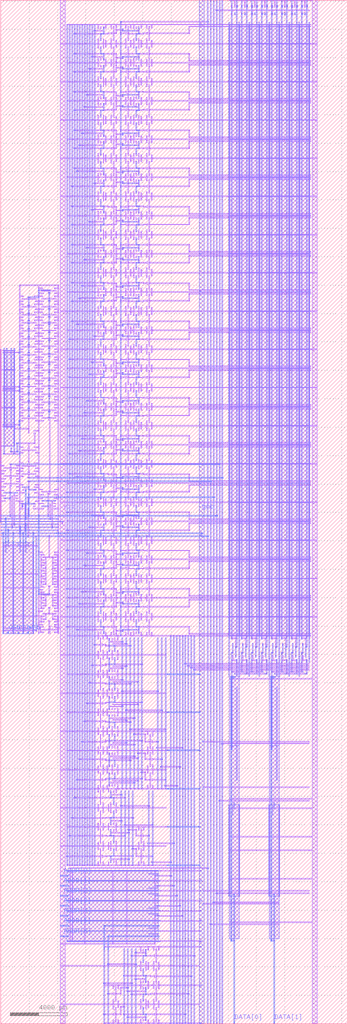
<source format=lef>
VERSION 5.4 ;
NAMESCASESENSITIVE ON ;
BUSBITCHARS "[]" ;
DIVIDERCHAR "/" ;
UNITS
  DATABASE MICRONS 1000 ;
END UNITS
SITE  MacroSite
   CLASS Core ;
   SIZE 24385.0 by 72042.5 ;
END  MacroSite
MACRO sram_2_16_1_freepdk45
   CLASS BLOCK ;
   SIZE 24385.0 BY 72042.5 ;
   SYMMETRY X Y R90 ;
   SITE MacroSite ;
   PIN DATA[0]
      DIRECTION INOUT ;
      PORT
         LAYER metal2 ;
         RECT  16402.5 35.0 16472.5 175.0 ;
      END
   END DATA[0]
   PIN DATA[1]
      DIRECTION INOUT ;
      PORT
         LAYER metal2 ;
         RECT  19222.5 35.0 19292.5 175.0 ;
      END
   END DATA[1]
   PIN ADDR[0]
      DIRECTION INPUT ;
      PORT
         LAYER metal3 ;
         RECT  4175.0 10372.5 4655.0 10442.5 ;
      END
   END ADDR[0]
   PIN ADDR[1]
      DIRECTION INPUT ;
      PORT
         LAYER metal3 ;
         RECT  4175.0 9667.5 4655.0 9737.5 ;
      END
   END ADDR[1]
   PIN ADDR[2]
      DIRECTION INPUT ;
      PORT
         LAYER metal3 ;
         RECT  4175.0 8962.5 4655.0 9032.5 ;
      END
   END ADDR[2]
   PIN ADDR[3]
      DIRECTION INPUT ;
      PORT
         LAYER metal3 ;
         RECT  4175.0 8257.5 4655.0 8327.5 ;
      END
   END ADDR[3]
   PIN ADDR[4]
      DIRECTION INPUT ;
      PORT
         LAYER metal3 ;
         RECT  4175.0 7552.5 4655.0 7622.5 ;
      END
   END ADDR[4]
   PIN ADDR[5]
      DIRECTION INPUT ;
      PORT
         LAYER metal3 ;
         RECT  4175.0 6847.5 4655.0 6917.5 ;
      END
   END ADDR[5]
   PIN ADDR[6]
      DIRECTION INPUT ;
      PORT
         LAYER metal3 ;
         RECT  4175.0 6142.5 4655.0 6212.5 ;
      END
   END ADDR[6]
   PIN CSb
      DIRECTION INPUT ;
      PORT
         LAYER metal3 ;
         RECT  1187.5 27450.0 1257.5 27590.0 ;
      END
   END CSb
   PIN WEb
      DIRECTION INPUT ;
      PORT
         LAYER metal3 ;
         RECT  1892.5 27450.0 1962.5 27590.0 ;
      END
   END WEb
   PIN OEb
      DIRECTION INPUT ;
      PORT
         LAYER metal3 ;
         RECT  482.5 27450.0 552.5 27590.0 ;
      END
   END OEb
   PIN clk
      DIRECTION INPUT ;
      PORT
         LAYER metal1 ;
         RECT  3340.0 27450.0 3475.0 27640.0 ;
      END
   END clk
   PIN vdd
      DIRECTION INOUT ;
      USE POWER ; 
      SHAPE ABUTMENT ; 
      PORT
         LAYER metal1 ;
         RECT  21920.0 35.0 22270.0 72077.5 ;
         LAYER metal1 ;
         RECT  4175.0 35.0 4525.0 72077.5 ;
      END
   END vdd
   PIN gnd
      DIRECTION INOUT ;
      USE GROUND ; 
      SHAPE ABUTMENT ; 
      PORT
         LAYER metal2 ;
         RECT  13992.5 35.0 14342.5 72077.5 ;
      END
   END gnd
   OBS
   LAYER  metal1 ;
      RECT  4317.5 35155.0 4382.5 35360.0 ;
      RECT  8100.0 27905.0 8165.0 27970.0 ;
      RECT  8100.0 27632.5 8165.0 27697.5 ;
      RECT  8030.0 27905.0 8132.5 27970.0 ;
      RECT  8100.0 27665.0 8165.0 27937.5 ;
      RECT  8132.5 27632.5 8235.0 27697.5 ;
      RECT  13227.5 27905.0 13292.5 27970.0 ;
      RECT  13227.5 27417.5 13292.5 27482.5 ;
      RECT  10525.0 27905.0 13260.0 27970.0 ;
      RECT  13227.5 27450.0 13292.5 27937.5 ;
      RECT  13260.0 27417.5 15995.0 27482.5 ;
      RECT  8100.0 29340.0 8165.0 29405.0 ;
      RECT  8100.0 29612.5 8165.0 29677.5 ;
      RECT  8030.0 29340.0 8132.5 29405.0 ;
      RECT  8100.0 29372.5 8165.0 29645.0 ;
      RECT  8132.5 29612.5 8235.0 29677.5 ;
      RECT  13227.5 29340.0 13292.5 29405.0 ;
      RECT  13227.5 29827.5 13292.5 29892.5 ;
      RECT  10525.0 29340.0 13260.0 29405.0 ;
      RECT  13227.5 29372.5 13292.5 29860.0 ;
      RECT  13260.0 29827.5 15995.0 29892.5 ;
      RECT  8100.0 30595.0 8165.0 30660.0 ;
      RECT  8100.0 30322.5 8165.0 30387.5 ;
      RECT  8030.0 30595.0 8132.5 30660.0 ;
      RECT  8100.0 30355.0 8165.0 30627.5 ;
      RECT  8132.5 30322.5 8235.0 30387.5 ;
      RECT  13227.5 30595.0 13292.5 30660.0 ;
      RECT  13227.5 30107.5 13292.5 30172.5 ;
      RECT  10525.0 30595.0 13260.0 30660.0 ;
      RECT  13227.5 30140.0 13292.5 30627.5 ;
      RECT  13260.0 30107.5 15995.0 30172.5 ;
      RECT  8100.0 32030.0 8165.0 32095.0 ;
      RECT  8100.0 32302.5 8165.0 32367.5 ;
      RECT  8030.0 32030.0 8132.5 32095.0 ;
      RECT  8100.0 32062.5 8165.0 32335.0 ;
      RECT  8132.5 32302.5 8235.0 32367.5 ;
      RECT  13227.5 32030.0 13292.5 32095.0 ;
      RECT  13227.5 32517.5 13292.5 32582.5 ;
      RECT  10525.0 32030.0 13260.0 32095.0 ;
      RECT  13227.5 32062.5 13292.5 32550.0 ;
      RECT  13260.0 32517.5 15995.0 32582.5 ;
      RECT  8100.0 33285.0 8165.0 33350.0 ;
      RECT  8100.0 33012.5 8165.0 33077.5 ;
      RECT  8030.0 33285.0 8132.5 33350.0 ;
      RECT  8100.0 33045.0 8165.0 33317.5 ;
      RECT  8132.5 33012.5 8235.0 33077.5 ;
      RECT  13227.5 33285.0 13292.5 33350.0 ;
      RECT  13227.5 32797.5 13292.5 32862.5 ;
      RECT  10525.0 33285.0 13260.0 33350.0 ;
      RECT  13227.5 32830.0 13292.5 33317.5 ;
      RECT  13260.0 32797.5 15995.0 32862.5 ;
      RECT  8100.0 34720.0 8165.0 34785.0 ;
      RECT  8100.0 34992.5 8165.0 35057.5 ;
      RECT  8030.0 34720.0 8132.5 34785.0 ;
      RECT  8100.0 34752.5 8165.0 35025.0 ;
      RECT  8132.5 34992.5 8235.0 35057.5 ;
      RECT  13227.5 34720.0 13292.5 34785.0 ;
      RECT  13227.5 35207.5 13292.5 35272.5 ;
      RECT  10525.0 34720.0 13260.0 34785.0 ;
      RECT  13227.5 34752.5 13292.5 35240.0 ;
      RECT  13260.0 35207.5 15995.0 35272.5 ;
      RECT  8100.0 35975.0 8165.0 36040.0 ;
      RECT  8100.0 35702.5 8165.0 35767.5 ;
      RECT  8030.0 35975.0 8132.5 36040.0 ;
      RECT  8100.0 35735.0 8165.0 36007.5 ;
      RECT  8132.5 35702.5 8235.0 35767.5 ;
      RECT  13227.5 35975.0 13292.5 36040.0 ;
      RECT  13227.5 35487.5 13292.5 35552.5 ;
      RECT  10525.0 35975.0 13260.0 36040.0 ;
      RECT  13227.5 35520.0 13292.5 36007.5 ;
      RECT  13260.0 35487.5 15995.0 35552.5 ;
      RECT  8100.0 37410.0 8165.0 37475.0 ;
      RECT  8100.0 37682.5 8165.0 37747.5 ;
      RECT  8030.0 37410.0 8132.5 37475.0 ;
      RECT  8100.0 37442.5 8165.0 37715.0 ;
      RECT  8132.5 37682.5 8235.0 37747.5 ;
      RECT  13227.5 37410.0 13292.5 37475.0 ;
      RECT  13227.5 37897.5 13292.5 37962.5 ;
      RECT  10525.0 37410.0 13260.0 37475.0 ;
      RECT  13227.5 37442.5 13292.5 37930.0 ;
      RECT  13260.0 37897.5 15995.0 37962.5 ;
      RECT  8100.0 38665.0 8165.0 38730.0 ;
      RECT  8100.0 38392.5 8165.0 38457.5 ;
      RECT  8030.0 38665.0 8132.5 38730.0 ;
      RECT  8100.0 38425.0 8165.0 38697.5 ;
      RECT  8132.5 38392.5 8235.0 38457.5 ;
      RECT  13227.5 38665.0 13292.5 38730.0 ;
      RECT  13227.5 38177.5 13292.5 38242.5 ;
      RECT  10525.0 38665.0 13260.0 38730.0 ;
      RECT  13227.5 38210.0 13292.5 38697.5 ;
      RECT  13260.0 38177.5 15995.0 38242.5 ;
      RECT  8100.0 40100.0 8165.0 40165.0 ;
      RECT  8100.0 40372.5 8165.0 40437.5 ;
      RECT  8030.0 40100.0 8132.5 40165.0 ;
      RECT  8100.0 40132.5 8165.0 40405.0 ;
      RECT  8132.5 40372.5 8235.0 40437.5 ;
      RECT  13227.5 40100.0 13292.5 40165.0 ;
      RECT  13227.5 40587.5 13292.5 40652.5 ;
      RECT  10525.0 40100.0 13260.0 40165.0 ;
      RECT  13227.5 40132.5 13292.5 40620.0 ;
      RECT  13260.0 40587.5 15995.0 40652.5 ;
      RECT  8100.0 41355.0 8165.0 41420.0 ;
      RECT  8100.0 41082.5 8165.0 41147.5 ;
      RECT  8030.0 41355.0 8132.5 41420.0 ;
      RECT  8100.0 41115.0 8165.0 41387.5 ;
      RECT  8132.5 41082.5 8235.0 41147.5 ;
      RECT  13227.5 41355.0 13292.5 41420.0 ;
      RECT  13227.5 40867.5 13292.5 40932.5 ;
      RECT  10525.0 41355.0 13260.0 41420.0 ;
      RECT  13227.5 40900.0 13292.5 41387.5 ;
      RECT  13260.0 40867.5 15995.0 40932.5 ;
      RECT  8100.0 42790.0 8165.0 42855.0 ;
      RECT  8100.0 43062.5 8165.0 43127.5 ;
      RECT  8030.0 42790.0 8132.5 42855.0 ;
      RECT  8100.0 42822.5 8165.0 43095.0 ;
      RECT  8132.5 43062.5 8235.0 43127.5 ;
      RECT  13227.5 42790.0 13292.5 42855.0 ;
      RECT  13227.5 43277.5 13292.5 43342.5 ;
      RECT  10525.0 42790.0 13260.0 42855.0 ;
      RECT  13227.5 42822.5 13292.5 43310.0 ;
      RECT  13260.0 43277.5 15995.0 43342.5 ;
      RECT  8100.0 44045.0 8165.0 44110.0 ;
      RECT  8100.0 43772.5 8165.0 43837.5 ;
      RECT  8030.0 44045.0 8132.5 44110.0 ;
      RECT  8100.0 43805.0 8165.0 44077.5 ;
      RECT  8132.5 43772.5 8235.0 43837.5 ;
      RECT  13227.5 44045.0 13292.5 44110.0 ;
      RECT  13227.5 43557.5 13292.5 43622.5 ;
      RECT  10525.0 44045.0 13260.0 44110.0 ;
      RECT  13227.5 43590.0 13292.5 44077.5 ;
      RECT  13260.0 43557.5 15995.0 43622.5 ;
      RECT  8100.0 45480.0 8165.0 45545.0 ;
      RECT  8100.0 45752.5 8165.0 45817.5 ;
      RECT  8030.0 45480.0 8132.5 45545.0 ;
      RECT  8100.0 45512.5 8165.0 45785.0 ;
      RECT  8132.5 45752.5 8235.0 45817.5 ;
      RECT  13227.5 45480.0 13292.5 45545.0 ;
      RECT  13227.5 45967.5 13292.5 46032.5 ;
      RECT  10525.0 45480.0 13260.0 45545.0 ;
      RECT  13227.5 45512.5 13292.5 46000.0 ;
      RECT  13260.0 45967.5 15995.0 46032.5 ;
      RECT  8100.0 46735.0 8165.0 46800.0 ;
      RECT  8100.0 46462.5 8165.0 46527.5 ;
      RECT  8030.0 46735.0 8132.5 46800.0 ;
      RECT  8100.0 46495.0 8165.0 46767.5 ;
      RECT  8132.5 46462.5 8235.0 46527.5 ;
      RECT  13227.5 46735.0 13292.5 46800.0 ;
      RECT  13227.5 46247.5 13292.5 46312.5 ;
      RECT  10525.0 46735.0 13260.0 46800.0 ;
      RECT  13227.5 46280.0 13292.5 46767.5 ;
      RECT  13260.0 46247.5 15995.0 46312.5 ;
      RECT  8100.0 48170.0 8165.0 48235.0 ;
      RECT  8100.0 48442.5 8165.0 48507.5 ;
      RECT  8030.0 48170.0 8132.5 48235.0 ;
      RECT  8100.0 48202.5 8165.0 48475.0 ;
      RECT  8132.5 48442.5 8235.0 48507.5 ;
      RECT  13227.5 48170.0 13292.5 48235.0 ;
      RECT  13227.5 48657.5 13292.5 48722.5 ;
      RECT  10525.0 48170.0 13260.0 48235.0 ;
      RECT  13227.5 48202.5 13292.5 48690.0 ;
      RECT  13260.0 48657.5 15995.0 48722.5 ;
      RECT  8100.0 49425.0 8165.0 49490.0 ;
      RECT  8100.0 49152.5 8165.0 49217.5 ;
      RECT  8030.0 49425.0 8132.5 49490.0 ;
      RECT  8100.0 49185.0 8165.0 49457.5 ;
      RECT  8132.5 49152.5 8235.0 49217.5 ;
      RECT  13227.5 49425.0 13292.5 49490.0 ;
      RECT  13227.5 48937.5 13292.5 49002.5 ;
      RECT  10525.0 49425.0 13260.0 49490.0 ;
      RECT  13227.5 48970.0 13292.5 49457.5 ;
      RECT  13260.0 48937.5 15995.0 49002.5 ;
      RECT  8100.0 50860.0 8165.0 50925.0 ;
      RECT  8100.0 51132.5 8165.0 51197.5 ;
      RECT  8030.0 50860.0 8132.5 50925.0 ;
      RECT  8100.0 50892.5 8165.0 51165.0 ;
      RECT  8132.5 51132.5 8235.0 51197.5 ;
      RECT  13227.5 50860.0 13292.5 50925.0 ;
      RECT  13227.5 51347.5 13292.5 51412.5 ;
      RECT  10525.0 50860.0 13260.0 50925.0 ;
      RECT  13227.5 50892.5 13292.5 51380.0 ;
      RECT  13260.0 51347.5 15995.0 51412.5 ;
      RECT  8100.0 52115.0 8165.0 52180.0 ;
      RECT  8100.0 51842.5 8165.0 51907.5 ;
      RECT  8030.0 52115.0 8132.5 52180.0 ;
      RECT  8100.0 51875.0 8165.0 52147.5 ;
      RECT  8132.5 51842.5 8235.0 51907.5 ;
      RECT  13227.5 52115.0 13292.5 52180.0 ;
      RECT  13227.5 51627.5 13292.5 51692.5 ;
      RECT  10525.0 52115.0 13260.0 52180.0 ;
      RECT  13227.5 51660.0 13292.5 52147.5 ;
      RECT  13260.0 51627.5 15995.0 51692.5 ;
      RECT  8100.0 53550.0 8165.0 53615.0 ;
      RECT  8100.0 53822.5 8165.0 53887.5 ;
      RECT  8030.0 53550.0 8132.5 53615.0 ;
      RECT  8100.0 53582.5 8165.0 53855.0 ;
      RECT  8132.5 53822.5 8235.0 53887.5 ;
      RECT  13227.5 53550.0 13292.5 53615.0 ;
      RECT  13227.5 54037.5 13292.5 54102.5 ;
      RECT  10525.0 53550.0 13260.0 53615.0 ;
      RECT  13227.5 53582.5 13292.5 54070.0 ;
      RECT  13260.0 54037.5 15995.0 54102.5 ;
      RECT  8100.0 54805.0 8165.0 54870.0 ;
      RECT  8100.0 54532.5 8165.0 54597.5 ;
      RECT  8030.0 54805.0 8132.5 54870.0 ;
      RECT  8100.0 54565.0 8165.0 54837.5 ;
      RECT  8132.5 54532.5 8235.0 54597.5 ;
      RECT  13227.5 54805.0 13292.5 54870.0 ;
      RECT  13227.5 54317.5 13292.5 54382.5 ;
      RECT  10525.0 54805.0 13260.0 54870.0 ;
      RECT  13227.5 54350.0 13292.5 54837.5 ;
      RECT  13260.0 54317.5 15995.0 54382.5 ;
      RECT  8100.0 56240.0 8165.0 56305.0 ;
      RECT  8100.0 56512.5 8165.0 56577.5 ;
      RECT  8030.0 56240.0 8132.5 56305.0 ;
      RECT  8100.0 56272.5 8165.0 56545.0 ;
      RECT  8132.5 56512.5 8235.0 56577.5 ;
      RECT  13227.5 56240.0 13292.5 56305.0 ;
      RECT  13227.5 56727.5 13292.5 56792.5 ;
      RECT  10525.0 56240.0 13260.0 56305.0 ;
      RECT  13227.5 56272.5 13292.5 56760.0 ;
      RECT  13260.0 56727.5 15995.0 56792.5 ;
      RECT  8100.0 57495.0 8165.0 57560.0 ;
      RECT  8100.0 57222.5 8165.0 57287.5 ;
      RECT  8030.0 57495.0 8132.5 57560.0 ;
      RECT  8100.0 57255.0 8165.0 57527.5 ;
      RECT  8132.5 57222.5 8235.0 57287.5 ;
      RECT  13227.5 57495.0 13292.5 57560.0 ;
      RECT  13227.5 57007.5 13292.5 57072.5 ;
      RECT  10525.0 57495.0 13260.0 57560.0 ;
      RECT  13227.5 57040.0 13292.5 57527.5 ;
      RECT  13260.0 57007.5 15995.0 57072.5 ;
      RECT  8100.0 58930.0 8165.0 58995.0 ;
      RECT  8100.0 59202.5 8165.0 59267.5 ;
      RECT  8030.0 58930.0 8132.5 58995.0 ;
      RECT  8100.0 58962.5 8165.0 59235.0 ;
      RECT  8132.5 59202.5 8235.0 59267.5 ;
      RECT  13227.5 58930.0 13292.5 58995.0 ;
      RECT  13227.5 59417.5 13292.5 59482.5 ;
      RECT  10525.0 58930.0 13260.0 58995.0 ;
      RECT  13227.5 58962.5 13292.5 59450.0 ;
      RECT  13260.0 59417.5 15995.0 59482.5 ;
      RECT  8100.0 60185.0 8165.0 60250.0 ;
      RECT  8100.0 59912.5 8165.0 59977.5 ;
      RECT  8030.0 60185.0 8132.5 60250.0 ;
      RECT  8100.0 59945.0 8165.0 60217.5 ;
      RECT  8132.5 59912.5 8235.0 59977.5 ;
      RECT  13227.5 60185.0 13292.5 60250.0 ;
      RECT  13227.5 59697.5 13292.5 59762.5 ;
      RECT  10525.0 60185.0 13260.0 60250.0 ;
      RECT  13227.5 59730.0 13292.5 60217.5 ;
      RECT  13260.0 59697.5 15995.0 59762.5 ;
      RECT  8100.0 61620.0 8165.0 61685.0 ;
      RECT  8100.0 61892.5 8165.0 61957.5 ;
      RECT  8030.0 61620.0 8132.5 61685.0 ;
      RECT  8100.0 61652.5 8165.0 61925.0 ;
      RECT  8132.5 61892.5 8235.0 61957.5 ;
      RECT  13227.5 61620.0 13292.5 61685.0 ;
      RECT  13227.5 62107.5 13292.5 62172.5 ;
      RECT  10525.0 61620.0 13260.0 61685.0 ;
      RECT  13227.5 61652.5 13292.5 62140.0 ;
      RECT  13260.0 62107.5 15995.0 62172.5 ;
      RECT  8100.0 62875.0 8165.0 62940.0 ;
      RECT  8100.0 62602.5 8165.0 62667.5 ;
      RECT  8030.0 62875.0 8132.5 62940.0 ;
      RECT  8100.0 62635.0 8165.0 62907.5 ;
      RECT  8132.5 62602.5 8235.0 62667.5 ;
      RECT  13227.5 62875.0 13292.5 62940.0 ;
      RECT  13227.5 62387.5 13292.5 62452.5 ;
      RECT  10525.0 62875.0 13260.0 62940.0 ;
      RECT  13227.5 62420.0 13292.5 62907.5 ;
      RECT  13260.0 62387.5 15995.0 62452.5 ;
      RECT  8100.0 64310.0 8165.0 64375.0 ;
      RECT  8100.0 64582.5 8165.0 64647.5 ;
      RECT  8030.0 64310.0 8132.5 64375.0 ;
      RECT  8100.0 64342.5 8165.0 64615.0 ;
      RECT  8132.5 64582.5 8235.0 64647.5 ;
      RECT  13227.5 64310.0 13292.5 64375.0 ;
      RECT  13227.5 64797.5 13292.5 64862.5 ;
      RECT  10525.0 64310.0 13260.0 64375.0 ;
      RECT  13227.5 64342.5 13292.5 64830.0 ;
      RECT  13260.0 64797.5 15995.0 64862.5 ;
      RECT  8100.0 65565.0 8165.0 65630.0 ;
      RECT  8100.0 65292.5 8165.0 65357.5 ;
      RECT  8030.0 65565.0 8132.5 65630.0 ;
      RECT  8100.0 65325.0 8165.0 65597.5 ;
      RECT  8132.5 65292.5 8235.0 65357.5 ;
      RECT  13227.5 65565.0 13292.5 65630.0 ;
      RECT  13227.5 65077.5 13292.5 65142.5 ;
      RECT  10525.0 65565.0 13260.0 65630.0 ;
      RECT  13227.5 65110.0 13292.5 65597.5 ;
      RECT  13260.0 65077.5 15995.0 65142.5 ;
      RECT  8100.0 67000.0 8165.0 67065.0 ;
      RECT  8100.0 67272.5 8165.0 67337.5 ;
      RECT  8030.0 67000.0 8132.5 67065.0 ;
      RECT  8100.0 67032.5 8165.0 67305.0 ;
      RECT  8132.5 67272.5 8235.0 67337.5 ;
      RECT  13227.5 67000.0 13292.5 67065.0 ;
      RECT  13227.5 67487.5 13292.5 67552.5 ;
      RECT  10525.0 67000.0 13260.0 67065.0 ;
      RECT  13227.5 67032.5 13292.5 67520.0 ;
      RECT  13260.0 67487.5 15995.0 67552.5 ;
      RECT  8100.0 68255.0 8165.0 68320.0 ;
      RECT  8100.0 67982.5 8165.0 68047.5 ;
      RECT  8030.0 68255.0 8132.5 68320.0 ;
      RECT  8100.0 68015.0 8165.0 68287.5 ;
      RECT  8132.5 67982.5 8235.0 68047.5 ;
      RECT  13227.5 68255.0 13292.5 68320.0 ;
      RECT  13227.5 67767.5 13292.5 67832.5 ;
      RECT  10525.0 68255.0 13260.0 68320.0 ;
      RECT  13227.5 67800.0 13292.5 68287.5 ;
      RECT  13260.0 67767.5 15995.0 67832.5 ;
      RECT  8100.0 69690.0 8165.0 69755.0 ;
      RECT  8100.0 69962.5 8165.0 70027.5 ;
      RECT  8030.0 69690.0 8132.5 69755.0 ;
      RECT  8100.0 69722.5 8165.0 69995.0 ;
      RECT  8132.5 69962.5 8235.0 70027.5 ;
      RECT  13227.5 69690.0 13292.5 69755.0 ;
      RECT  13227.5 70177.5 13292.5 70242.5 ;
      RECT  10525.0 69690.0 13260.0 69755.0 ;
      RECT  13227.5 69722.5 13292.5 70210.0 ;
      RECT  13260.0 70177.5 15995.0 70242.5 ;
      RECT  8690.0 27277.5 16085.0 27342.5 ;
      RECT  8690.0 29967.5 16085.0 30032.5 ;
      RECT  8690.0 32657.5 16085.0 32722.5 ;
      RECT  8690.0 35347.5 16085.0 35412.5 ;
      RECT  8690.0 38037.5 16085.0 38102.5 ;
      RECT  8690.0 40727.5 16085.0 40792.5 ;
      RECT  8690.0 43417.5 16085.0 43482.5 ;
      RECT  8690.0 46107.5 16085.0 46172.5 ;
      RECT  8690.0 48797.5 16085.0 48862.5 ;
      RECT  8690.0 51487.5 16085.0 51552.5 ;
      RECT  8690.0 54177.5 16085.0 54242.5 ;
      RECT  8690.0 56867.5 16085.0 56932.5 ;
      RECT  8690.0 59557.5 16085.0 59622.5 ;
      RECT  8690.0 62247.5 16085.0 62312.5 ;
      RECT  8690.0 64937.5 16085.0 65002.5 ;
      RECT  8690.0 67627.5 16085.0 67692.5 ;
      RECT  8690.0 70317.5 16085.0 70382.5 ;
      RECT  4175.0 28622.5 22270.0 28687.5 ;
      RECT  4175.0 31312.5 22270.0 31377.5 ;
      RECT  4175.0 34002.5 22270.0 34067.5 ;
      RECT  4175.0 36692.5 22270.0 36757.5 ;
      RECT  4175.0 39382.5 22270.0 39447.5 ;
      RECT  4175.0 42072.5 22270.0 42137.5 ;
      RECT  4175.0 44762.5 22270.0 44827.5 ;
      RECT  4175.0 47452.5 22270.0 47517.5 ;
      RECT  4175.0 50142.5 22270.0 50207.5 ;
      RECT  4175.0 52832.5 22270.0 52897.5 ;
      RECT  4175.0 55522.5 22270.0 55587.5 ;
      RECT  4175.0 58212.5 22270.0 58277.5 ;
      RECT  4175.0 60902.5 22270.0 60967.5 ;
      RECT  4175.0 63592.5 22270.0 63657.5 ;
      RECT  4175.0 66282.5 22270.0 66347.5 ;
      RECT  4175.0 68972.5 22270.0 69037.5 ;
      RECT  10720.0 11342.5 11977.5 11407.5 ;
      RECT  10445.0 12687.5 12182.5 12752.5 ;
      RECT  11635.0 16722.5 12387.5 16787.5 ;
      RECT  11360.0 18067.5 12592.5 18132.5 ;
      RECT  11085.0 19412.5 12797.5 19477.5 ;
      RECT  11635.0 11137.5 11772.5 11202.5 ;
      RECT  11635.0 13827.5 11772.5 13892.5 ;
      RECT  11635.0 16517.5 11772.5 16582.5 ;
      RECT  11635.0 19207.5 11772.5 19272.5 ;
      RECT  11635.0 21897.5 11772.5 21962.5 ;
      RECT  11635.0 24587.5 11772.5 24652.5 ;
      RECT  4175.0 12482.5 11635.0 12547.5 ;
      RECT  4175.0 15172.5 11635.0 15237.5 ;
      RECT  4175.0 17862.5 11635.0 17927.5 ;
      RECT  4175.0 20552.5 11635.0 20617.5 ;
      RECT  4175.0 23242.5 11635.0 23307.5 ;
      RECT  4175.0 25932.5 11635.0 25997.5 ;
      RECT  13002.5 25307.5 16085.0 25372.5 ;
      RECT  13207.5 25167.5 16085.0 25232.5 ;
      RECT  13412.5 25027.5 16085.0 25092.5 ;
      RECT  13617.5 24887.5 16085.0 24952.5 ;
      RECT  11225.0 630.0 13002.5 695.0 ;
      RECT  11225.0 2065.0 13207.5 2130.0 ;
      RECT  11225.0 3320.0 13412.5 3385.0 ;
      RECT  11225.0 4755.0 13617.5 4820.0 ;
      RECT  11225.0 2.5 13992.5 67.5 ;
      RECT  11225.0 2692.5 13992.5 2757.5 ;
      RECT  11225.0 5382.5 13992.5 5447.5 ;
      RECT  4175.0 1347.5 13992.5 1412.5 ;
      RECT  4175.0 4037.5 13992.5 4102.5 ;
      RECT  11095.0 10375.0 11977.5 10440.0 ;
      RECT  11095.0 9670.0 12182.5 9735.0 ;
      RECT  11095.0 8965.0 12387.5 9030.0 ;
      RECT  11095.0 8260.0 12592.5 8325.0 ;
      RECT  11095.0 7555.0 12797.5 7620.0 ;
      RECT  11095.0 10727.5 14127.5 10792.5 ;
      RECT  11095.0 10022.5 14127.5 10087.5 ;
      RECT  11095.0 9317.5 14127.5 9382.5 ;
      RECT  11095.0 8612.5 14127.5 8677.5 ;
      RECT  11095.0 7907.5 14127.5 7972.5 ;
      RECT  11095.0 7202.5 14127.5 7267.5 ;
      RECT  11095.0 6497.5 14127.5 6562.5 ;
      RECT  11095.0 5792.5 14127.5 5857.5 ;
      RECT  7865.0 5587.5 7930.0 5652.5 ;
      RECT  7865.0 5620.0 7930.0 5825.0 ;
      RECT  4175.0 5587.5 7897.5 5652.5 ;
      RECT  10825.0 5587.5 10890.0 5652.5 ;
      RECT  10825.0 5620.0 10890.0 5825.0 ;
      RECT  4175.0 5587.5 10857.5 5652.5 ;
      RECT  5875.0 5587.5 5940.0 5652.5 ;
      RECT  5875.0 5620.0 5940.0 5825.0 ;
      RECT  4175.0 5587.5 5907.5 5652.5 ;
      RECT  8835.0 5587.5 8900.0 5652.5 ;
      RECT  8835.0 5620.0 8900.0 5825.0 ;
      RECT  4175.0 5587.5 8867.5 5652.5 ;
      RECT  15197.5 9170.0 16085.0 9235.0 ;
      RECT  14787.5 6985.0 16085.0 7050.0 ;
      RECT  14992.5 8532.5 16085.0 8597.5 ;
      RECT  15197.5 71327.5 16085.0 71392.5 ;
      RECT  15402.5 15672.5 16085.0 15737.5 ;
      RECT  15607.5 19697.5 16085.0 19762.5 ;
      RECT  4860.0 10932.5 4925.0 10997.5 ;
      RECT  4860.0 10760.0 4925.0 10965.0 ;
      RECT  4892.5 10932.5 14582.5 10997.5 ;
      RECT  8465.0 70522.5 14647.5 70587.5 ;
      RECT  16085.0 72012.5 21920.0 72077.5 ;
      RECT  16085.0 24270.0 21920.0 24335.0 ;
      RECT  16085.0 15802.5 21920.0 15867.5 ;
      RECT  16085.0 12175.0 21920.0 12240.0 ;
      RECT  16085.0 15135.0 21920.0 15200.0 ;
      RECT  16085.0 10185.0 21920.0 10250.0 ;
      RECT  16085.0 13145.0 21920.0 13210.0 ;
      RECT  16085.0 7115.0 21920.0 7180.0 ;
      RECT  14342.5 8402.5 16085.0 8467.5 ;
      RECT  14342.5 19827.5 16085.0 19892.5 ;
      RECT  14342.5 9330.0 16085.0 9395.0 ;
      RECT  14342.5 16605.0 16085.0 16670.0 ;
      RECT  16085.0 27310.0 16790.0 28655.0 ;
      RECT  16085.0 30000.0 16790.0 28655.0 ;
      RECT  16085.0 30000.0 16790.0 31345.0 ;
      RECT  16085.0 32690.0 16790.0 31345.0 ;
      RECT  16085.0 32690.0 16790.0 34035.0 ;
      RECT  16085.0 35380.0 16790.0 34035.0 ;
      RECT  16085.0 35380.0 16790.0 36725.0 ;
      RECT  16085.0 38070.0 16790.0 36725.0 ;
      RECT  16085.0 38070.0 16790.0 39415.0 ;
      RECT  16085.0 40760.0 16790.0 39415.0 ;
      RECT  16085.0 40760.0 16790.0 42105.0 ;
      RECT  16085.0 43450.0 16790.0 42105.0 ;
      RECT  16085.0 43450.0 16790.0 44795.0 ;
      RECT  16085.0 46140.0 16790.0 44795.0 ;
      RECT  16085.0 46140.0 16790.0 47485.0 ;
      RECT  16085.0 48830.0 16790.0 47485.0 ;
      RECT  16085.0 48830.0 16790.0 50175.0 ;
      RECT  16085.0 51520.0 16790.0 50175.0 ;
      RECT  16085.0 51520.0 16790.0 52865.0 ;
      RECT  16085.0 54210.0 16790.0 52865.0 ;
      RECT  16085.0 54210.0 16790.0 55555.0 ;
      RECT  16085.0 56900.0 16790.0 55555.0 ;
      RECT  16085.0 56900.0 16790.0 58245.0 ;
      RECT  16085.0 59590.0 16790.0 58245.0 ;
      RECT  16085.0 59590.0 16790.0 60935.0 ;
      RECT  16085.0 62280.0 16790.0 60935.0 ;
      RECT  16085.0 62280.0 16790.0 63625.0 ;
      RECT  16085.0 64970.0 16790.0 63625.0 ;
      RECT  16085.0 64970.0 16790.0 66315.0 ;
      RECT  16085.0 67660.0 16790.0 66315.0 ;
      RECT  16085.0 67660.0 16790.0 69005.0 ;
      RECT  16085.0 70350.0 16790.0 69005.0 ;
      RECT  16790.0 27310.0 17495.0 28655.0 ;
      RECT  16790.0 30000.0 17495.0 28655.0 ;
      RECT  16790.0 30000.0 17495.0 31345.0 ;
      RECT  16790.0 32690.0 17495.0 31345.0 ;
      RECT  16790.0 32690.0 17495.0 34035.0 ;
      RECT  16790.0 35380.0 17495.0 34035.0 ;
      RECT  16790.0 35380.0 17495.0 36725.0 ;
      RECT  16790.0 38070.0 17495.0 36725.0 ;
      RECT  16790.0 38070.0 17495.0 39415.0 ;
      RECT  16790.0 40760.0 17495.0 39415.0 ;
      RECT  16790.0 40760.0 17495.0 42105.0 ;
      RECT  16790.0 43450.0 17495.0 42105.0 ;
      RECT  16790.0 43450.0 17495.0 44795.0 ;
      RECT  16790.0 46140.0 17495.0 44795.0 ;
      RECT  16790.0 46140.0 17495.0 47485.0 ;
      RECT  16790.0 48830.0 17495.0 47485.0 ;
      RECT  16790.0 48830.0 17495.0 50175.0 ;
      RECT  16790.0 51520.0 17495.0 50175.0 ;
      RECT  16790.0 51520.0 17495.0 52865.0 ;
      RECT  16790.0 54210.0 17495.0 52865.0 ;
      RECT  16790.0 54210.0 17495.0 55555.0 ;
      RECT  16790.0 56900.0 17495.0 55555.0 ;
      RECT  16790.0 56900.0 17495.0 58245.0 ;
      RECT  16790.0 59590.0 17495.0 58245.0 ;
      RECT  16790.0 59590.0 17495.0 60935.0 ;
      RECT  16790.0 62280.0 17495.0 60935.0 ;
      RECT  16790.0 62280.0 17495.0 63625.0 ;
      RECT  16790.0 64970.0 17495.0 63625.0 ;
      RECT  16790.0 64970.0 17495.0 66315.0 ;
      RECT  16790.0 67660.0 17495.0 66315.0 ;
      RECT  16790.0 67660.0 17495.0 69005.0 ;
      RECT  16790.0 70350.0 17495.0 69005.0 ;
      RECT  17495.0 27310.0 18200.0 28655.0 ;
      RECT  17495.0 30000.0 18200.0 28655.0 ;
      RECT  17495.0 30000.0 18200.0 31345.0 ;
      RECT  17495.0 32690.0 18200.0 31345.0 ;
      RECT  17495.0 32690.0 18200.0 34035.0 ;
      RECT  17495.0 35380.0 18200.0 34035.0 ;
      RECT  17495.0 35380.0 18200.0 36725.0 ;
      RECT  17495.0 38070.0 18200.0 36725.0 ;
      RECT  17495.0 38070.0 18200.0 39415.0 ;
      RECT  17495.0 40760.0 18200.0 39415.0 ;
      RECT  17495.0 40760.0 18200.0 42105.0 ;
      RECT  17495.0 43450.0 18200.0 42105.0 ;
      RECT  17495.0 43450.0 18200.0 44795.0 ;
      RECT  17495.0 46140.0 18200.0 44795.0 ;
      RECT  17495.0 46140.0 18200.0 47485.0 ;
      RECT  17495.0 48830.0 18200.0 47485.0 ;
      RECT  17495.0 48830.0 18200.0 50175.0 ;
      RECT  17495.0 51520.0 18200.0 50175.0 ;
      RECT  17495.0 51520.0 18200.0 52865.0 ;
      RECT  17495.0 54210.0 18200.0 52865.0 ;
      RECT  17495.0 54210.0 18200.0 55555.0 ;
      RECT  17495.0 56900.0 18200.0 55555.0 ;
      RECT  17495.0 56900.0 18200.0 58245.0 ;
      RECT  17495.0 59590.0 18200.0 58245.0 ;
      RECT  17495.0 59590.0 18200.0 60935.0 ;
      RECT  17495.0 62280.0 18200.0 60935.0 ;
      RECT  17495.0 62280.0 18200.0 63625.0 ;
      RECT  17495.0 64970.0 18200.0 63625.0 ;
      RECT  17495.0 64970.0 18200.0 66315.0 ;
      RECT  17495.0 67660.0 18200.0 66315.0 ;
      RECT  17495.0 67660.0 18200.0 69005.0 ;
      RECT  17495.0 70350.0 18200.0 69005.0 ;
      RECT  18200.0 27310.0 18905.0 28655.0 ;
      RECT  18200.0 30000.0 18905.0 28655.0 ;
      RECT  18200.0 30000.0 18905.0 31345.0 ;
      RECT  18200.0 32690.0 18905.0 31345.0 ;
      RECT  18200.0 32690.0 18905.0 34035.0 ;
      RECT  18200.0 35380.0 18905.0 34035.0 ;
      RECT  18200.0 35380.0 18905.0 36725.0 ;
      RECT  18200.0 38070.0 18905.0 36725.0 ;
      RECT  18200.0 38070.0 18905.0 39415.0 ;
      RECT  18200.0 40760.0 18905.0 39415.0 ;
      RECT  18200.0 40760.0 18905.0 42105.0 ;
      RECT  18200.0 43450.0 18905.0 42105.0 ;
      RECT  18200.0 43450.0 18905.0 44795.0 ;
      RECT  18200.0 46140.0 18905.0 44795.0 ;
      RECT  18200.0 46140.0 18905.0 47485.0 ;
      RECT  18200.0 48830.0 18905.0 47485.0 ;
      RECT  18200.0 48830.0 18905.0 50175.0 ;
      RECT  18200.0 51520.0 18905.0 50175.0 ;
      RECT  18200.0 51520.0 18905.0 52865.0 ;
      RECT  18200.0 54210.0 18905.0 52865.0 ;
      RECT  18200.0 54210.0 18905.0 55555.0 ;
      RECT  18200.0 56900.0 18905.0 55555.0 ;
      RECT  18200.0 56900.0 18905.0 58245.0 ;
      RECT  18200.0 59590.0 18905.0 58245.0 ;
      RECT  18200.0 59590.0 18905.0 60935.0 ;
      RECT  18200.0 62280.0 18905.0 60935.0 ;
      RECT  18200.0 62280.0 18905.0 63625.0 ;
      RECT  18200.0 64970.0 18905.0 63625.0 ;
      RECT  18200.0 64970.0 18905.0 66315.0 ;
      RECT  18200.0 67660.0 18905.0 66315.0 ;
      RECT  18200.0 67660.0 18905.0 69005.0 ;
      RECT  18200.0 70350.0 18905.0 69005.0 ;
      RECT  18905.0 27310.0 19610.0 28655.0 ;
      RECT  18905.0 30000.0 19610.0 28655.0 ;
      RECT  18905.0 30000.0 19610.0 31345.0 ;
      RECT  18905.0 32690.0 19610.0 31345.0 ;
      RECT  18905.0 32690.0 19610.0 34035.0 ;
      RECT  18905.0 35380.0 19610.0 34035.0 ;
      RECT  18905.0 35380.0 19610.0 36725.0 ;
      RECT  18905.0 38070.0 19610.0 36725.0 ;
      RECT  18905.0 38070.0 19610.0 39415.0 ;
      RECT  18905.0 40760.0 19610.0 39415.0 ;
      RECT  18905.0 40760.0 19610.0 42105.0 ;
      RECT  18905.0 43450.0 19610.0 42105.0 ;
      RECT  18905.0 43450.0 19610.0 44795.0 ;
      RECT  18905.0 46140.0 19610.0 44795.0 ;
      RECT  18905.0 46140.0 19610.0 47485.0 ;
      RECT  18905.0 48830.0 19610.0 47485.0 ;
      RECT  18905.0 48830.0 19610.0 50175.0 ;
      RECT  18905.0 51520.0 19610.0 50175.0 ;
      RECT  18905.0 51520.0 19610.0 52865.0 ;
      RECT  18905.0 54210.0 19610.0 52865.0 ;
      RECT  18905.0 54210.0 19610.0 55555.0 ;
      RECT  18905.0 56900.0 19610.0 55555.0 ;
      RECT  18905.0 56900.0 19610.0 58245.0 ;
      RECT  18905.0 59590.0 19610.0 58245.0 ;
      RECT  18905.0 59590.0 19610.0 60935.0 ;
      RECT  18905.0 62280.0 19610.0 60935.0 ;
      RECT  18905.0 62280.0 19610.0 63625.0 ;
      RECT  18905.0 64970.0 19610.0 63625.0 ;
      RECT  18905.0 64970.0 19610.0 66315.0 ;
      RECT  18905.0 67660.0 19610.0 66315.0 ;
      RECT  18905.0 67660.0 19610.0 69005.0 ;
      RECT  18905.0 70350.0 19610.0 69005.0 ;
      RECT  19610.0 27310.0 20315.0 28655.0 ;
      RECT  19610.0 30000.0 20315.0 28655.0 ;
      RECT  19610.0 30000.0 20315.0 31345.0 ;
      RECT  19610.0 32690.0 20315.0 31345.0 ;
      RECT  19610.0 32690.0 20315.0 34035.0 ;
      RECT  19610.0 35380.0 20315.0 34035.0 ;
      RECT  19610.0 35380.0 20315.0 36725.0 ;
      RECT  19610.0 38070.0 20315.0 36725.0 ;
      RECT  19610.0 38070.0 20315.0 39415.0 ;
      RECT  19610.0 40760.0 20315.0 39415.0 ;
      RECT  19610.0 40760.0 20315.0 42105.0 ;
      RECT  19610.0 43450.0 20315.0 42105.0 ;
      RECT  19610.0 43450.0 20315.0 44795.0 ;
      RECT  19610.0 46140.0 20315.0 44795.0 ;
      RECT  19610.0 46140.0 20315.0 47485.0 ;
      RECT  19610.0 48830.0 20315.0 47485.0 ;
      RECT  19610.0 48830.0 20315.0 50175.0 ;
      RECT  19610.0 51520.0 20315.0 50175.0 ;
      RECT  19610.0 51520.0 20315.0 52865.0 ;
      RECT  19610.0 54210.0 20315.0 52865.0 ;
      RECT  19610.0 54210.0 20315.0 55555.0 ;
      RECT  19610.0 56900.0 20315.0 55555.0 ;
      RECT  19610.0 56900.0 20315.0 58245.0 ;
      RECT  19610.0 59590.0 20315.0 58245.0 ;
      RECT  19610.0 59590.0 20315.0 60935.0 ;
      RECT  19610.0 62280.0 20315.0 60935.0 ;
      RECT  19610.0 62280.0 20315.0 63625.0 ;
      RECT  19610.0 64970.0 20315.0 63625.0 ;
      RECT  19610.0 64970.0 20315.0 66315.0 ;
      RECT  19610.0 67660.0 20315.0 66315.0 ;
      RECT  19610.0 67660.0 20315.0 69005.0 ;
      RECT  19610.0 70350.0 20315.0 69005.0 ;
      RECT  20315.0 27310.0 21020.0 28655.0 ;
      RECT  20315.0 30000.0 21020.0 28655.0 ;
      RECT  20315.0 30000.0 21020.0 31345.0 ;
      RECT  20315.0 32690.0 21020.0 31345.0 ;
      RECT  20315.0 32690.0 21020.0 34035.0 ;
      RECT  20315.0 35380.0 21020.0 34035.0 ;
      RECT  20315.0 35380.0 21020.0 36725.0 ;
      RECT  20315.0 38070.0 21020.0 36725.0 ;
      RECT  20315.0 38070.0 21020.0 39415.0 ;
      RECT  20315.0 40760.0 21020.0 39415.0 ;
      RECT  20315.0 40760.0 21020.0 42105.0 ;
      RECT  20315.0 43450.0 21020.0 42105.0 ;
      RECT  20315.0 43450.0 21020.0 44795.0 ;
      RECT  20315.0 46140.0 21020.0 44795.0 ;
      RECT  20315.0 46140.0 21020.0 47485.0 ;
      RECT  20315.0 48830.0 21020.0 47485.0 ;
      RECT  20315.0 48830.0 21020.0 50175.0 ;
      RECT  20315.0 51520.0 21020.0 50175.0 ;
      RECT  20315.0 51520.0 21020.0 52865.0 ;
      RECT  20315.0 54210.0 21020.0 52865.0 ;
      RECT  20315.0 54210.0 21020.0 55555.0 ;
      RECT  20315.0 56900.0 21020.0 55555.0 ;
      RECT  20315.0 56900.0 21020.0 58245.0 ;
      RECT  20315.0 59590.0 21020.0 58245.0 ;
      RECT  20315.0 59590.0 21020.0 60935.0 ;
      RECT  20315.0 62280.0 21020.0 60935.0 ;
      RECT  20315.0 62280.0 21020.0 63625.0 ;
      RECT  20315.0 64970.0 21020.0 63625.0 ;
      RECT  20315.0 64970.0 21020.0 66315.0 ;
      RECT  20315.0 67660.0 21020.0 66315.0 ;
      RECT  20315.0 67660.0 21020.0 69005.0 ;
      RECT  20315.0 70350.0 21020.0 69005.0 ;
      RECT  21020.0 27310.0 21725.0 28655.0 ;
      RECT  21020.0 30000.0 21725.0 28655.0 ;
      RECT  21020.0 30000.0 21725.0 31345.0 ;
      RECT  21020.0 32690.0 21725.0 31345.0 ;
      RECT  21020.0 32690.0 21725.0 34035.0 ;
      RECT  21020.0 35380.0 21725.0 34035.0 ;
      RECT  21020.0 35380.0 21725.0 36725.0 ;
      RECT  21020.0 38070.0 21725.0 36725.0 ;
      RECT  21020.0 38070.0 21725.0 39415.0 ;
      RECT  21020.0 40760.0 21725.0 39415.0 ;
      RECT  21020.0 40760.0 21725.0 42105.0 ;
      RECT  21020.0 43450.0 21725.0 42105.0 ;
      RECT  21020.0 43450.0 21725.0 44795.0 ;
      RECT  21020.0 46140.0 21725.0 44795.0 ;
      RECT  21020.0 46140.0 21725.0 47485.0 ;
      RECT  21020.0 48830.0 21725.0 47485.0 ;
      RECT  21020.0 48830.0 21725.0 50175.0 ;
      RECT  21020.0 51520.0 21725.0 50175.0 ;
      RECT  21020.0 51520.0 21725.0 52865.0 ;
      RECT  21020.0 54210.0 21725.0 52865.0 ;
      RECT  21020.0 54210.0 21725.0 55555.0 ;
      RECT  21020.0 56900.0 21725.0 55555.0 ;
      RECT  21020.0 56900.0 21725.0 58245.0 ;
      RECT  21020.0 59590.0 21725.0 58245.0 ;
      RECT  21020.0 59590.0 21725.0 60935.0 ;
      RECT  21020.0 62280.0 21725.0 60935.0 ;
      RECT  21020.0 62280.0 21725.0 63625.0 ;
      RECT  21020.0 64970.0 21725.0 63625.0 ;
      RECT  21020.0 64970.0 21725.0 66315.0 ;
      RECT  21020.0 67660.0 21725.0 66315.0 ;
      RECT  21020.0 67660.0 21725.0 69005.0 ;
      RECT  21020.0 70350.0 21725.0 69005.0 ;
      RECT  15995.0 27417.5 21815.0 27482.5 ;
      RECT  15995.0 29827.5 21815.0 29892.5 ;
      RECT  15995.0 30107.5 21815.0 30172.5 ;
      RECT  15995.0 32517.5 21815.0 32582.5 ;
      RECT  15995.0 32797.5 21815.0 32862.5 ;
      RECT  15995.0 35207.5 21815.0 35272.5 ;
      RECT  15995.0 35487.5 21815.0 35552.5 ;
      RECT  15995.0 37897.5 21815.0 37962.5 ;
      RECT  15995.0 38177.5 21815.0 38242.5 ;
      RECT  15995.0 40587.5 21815.0 40652.5 ;
      RECT  15995.0 40867.5 21815.0 40932.5 ;
      RECT  15995.0 43277.5 21815.0 43342.5 ;
      RECT  15995.0 43557.5 21815.0 43622.5 ;
      RECT  15995.0 45967.5 21815.0 46032.5 ;
      RECT  15995.0 46247.5 21815.0 46312.5 ;
      RECT  15995.0 48657.5 21815.0 48722.5 ;
      RECT  15995.0 48937.5 21815.0 49002.5 ;
      RECT  15995.0 51347.5 21815.0 51412.5 ;
      RECT  15995.0 51627.5 21815.0 51692.5 ;
      RECT  15995.0 54037.5 21815.0 54102.5 ;
      RECT  15995.0 54317.5 21815.0 54382.5 ;
      RECT  15995.0 56727.5 21815.0 56792.5 ;
      RECT  15995.0 57007.5 21815.0 57072.5 ;
      RECT  15995.0 59417.5 21815.0 59482.5 ;
      RECT  15995.0 59697.5 21815.0 59762.5 ;
      RECT  15995.0 62107.5 21815.0 62172.5 ;
      RECT  15995.0 62387.5 21815.0 62452.5 ;
      RECT  15995.0 64797.5 21815.0 64862.5 ;
      RECT  15995.0 65077.5 21815.0 65142.5 ;
      RECT  15995.0 67487.5 21815.0 67552.5 ;
      RECT  15995.0 67767.5 21815.0 67832.5 ;
      RECT  15995.0 70177.5 21815.0 70242.5 ;
      RECT  15995.0 28622.5 21815.0 28687.5 ;
      RECT  15995.0 31312.5 21815.0 31377.5 ;
      RECT  15995.0 34002.5 21815.0 34067.5 ;
      RECT  15995.0 36692.5 21815.0 36757.5 ;
      RECT  15995.0 39382.5 21815.0 39447.5 ;
      RECT  15995.0 42072.5 21815.0 42137.5 ;
      RECT  15995.0 44762.5 21815.0 44827.5 ;
      RECT  15995.0 47452.5 21815.0 47517.5 ;
      RECT  15995.0 50142.5 21815.0 50207.5 ;
      RECT  15995.0 52832.5 21815.0 52897.5 ;
      RECT  15995.0 55522.5 21815.0 55587.5 ;
      RECT  15995.0 58212.5 21815.0 58277.5 ;
      RECT  15995.0 60902.5 21815.0 60967.5 ;
      RECT  15995.0 63592.5 21815.0 63657.5 ;
      RECT  15995.0 66282.5 21815.0 66347.5 ;
      RECT  15995.0 68972.5 21815.0 69037.5 ;
      RECT  15995.0 27277.5 21815.0 27342.5 ;
      RECT  15995.0 29967.5 21815.0 30032.5 ;
      RECT  15995.0 32657.5 21815.0 32722.5 ;
      RECT  15995.0 35347.5 21815.0 35412.5 ;
      RECT  15995.0 38037.5 21815.0 38102.5 ;
      RECT  15995.0 40727.5 21815.0 40792.5 ;
      RECT  15995.0 43417.5 21815.0 43482.5 ;
      RECT  15995.0 46107.5 21815.0 46172.5 ;
      RECT  15995.0 48797.5 21815.0 48862.5 ;
      RECT  15995.0 51487.5 21815.0 51552.5 ;
      RECT  15995.0 54177.5 21815.0 54242.5 ;
      RECT  15995.0 56867.5 21815.0 56932.5 ;
      RECT  15995.0 59557.5 21815.0 59622.5 ;
      RECT  15995.0 62247.5 21815.0 62312.5 ;
      RECT  15995.0 64937.5 21815.0 65002.5 ;
      RECT  15995.0 67627.5 21815.0 67692.5 ;
      RECT  15995.0 70317.5 21815.0 70382.5 ;
      RECT  16437.5 71562.5 16502.5 72077.5 ;
      RECT  16247.5 71032.5 16312.5 71167.5 ;
      RECT  16437.5 71032.5 16502.5 71167.5 ;
      RECT  16437.5 71032.5 16502.5 71167.5 ;
      RECT  16247.5 71032.5 16312.5 71167.5 ;
      RECT  16247.5 71562.5 16312.5 71697.5 ;
      RECT  16437.5 71562.5 16502.5 71697.5 ;
      RECT  16437.5 71562.5 16502.5 71697.5 ;
      RECT  16247.5 71562.5 16312.5 71697.5 ;
      RECT  16437.5 71562.5 16502.5 71697.5 ;
      RECT  16627.5 71562.5 16692.5 71697.5 ;
      RECT  16627.5 71562.5 16692.5 71697.5 ;
      RECT  16437.5 71562.5 16502.5 71697.5 ;
      RECT  16417.5 71327.5 16282.5 71392.5 ;
      RECT  16437.5 71875.0 16502.5 72010.0 ;
      RECT  16247.5 71032.5 16312.5 71167.5 ;
      RECT  16437.5 71032.5 16502.5 71167.5 ;
      RECT  16247.5 71562.5 16312.5 71697.5 ;
      RECT  16627.5 71562.5 16692.5 71697.5 ;
      RECT  16085.0 71327.5 16790.0 71392.5 ;
      RECT  16085.0 72012.5 16790.0 72077.5 ;
      RECT  17142.5 71562.5 17207.5 72077.5 ;
      RECT  16952.5 71032.5 17017.5 71167.5 ;
      RECT  17142.5 71032.5 17207.5 71167.5 ;
      RECT  17142.5 71032.5 17207.5 71167.5 ;
      RECT  16952.5 71032.5 17017.5 71167.5 ;
      RECT  16952.5 71562.5 17017.5 71697.5 ;
      RECT  17142.5 71562.5 17207.5 71697.5 ;
      RECT  17142.5 71562.5 17207.5 71697.5 ;
      RECT  16952.5 71562.5 17017.5 71697.5 ;
      RECT  17142.5 71562.5 17207.5 71697.5 ;
      RECT  17332.5 71562.5 17397.5 71697.5 ;
      RECT  17332.5 71562.5 17397.5 71697.5 ;
      RECT  17142.5 71562.5 17207.5 71697.5 ;
      RECT  17122.5 71327.5 16987.5 71392.5 ;
      RECT  17142.5 71875.0 17207.5 72010.0 ;
      RECT  16952.5 71032.5 17017.5 71167.5 ;
      RECT  17142.5 71032.5 17207.5 71167.5 ;
      RECT  16952.5 71562.5 17017.5 71697.5 ;
      RECT  17332.5 71562.5 17397.5 71697.5 ;
      RECT  16790.0 71327.5 17495.0 71392.5 ;
      RECT  16790.0 72012.5 17495.0 72077.5 ;
      RECT  17847.5 71562.5 17912.5 72077.5 ;
      RECT  17657.5 71032.5 17722.5 71167.5 ;
      RECT  17847.5 71032.5 17912.5 71167.5 ;
      RECT  17847.5 71032.5 17912.5 71167.5 ;
      RECT  17657.5 71032.5 17722.5 71167.5 ;
      RECT  17657.5 71562.5 17722.5 71697.5 ;
      RECT  17847.5 71562.5 17912.5 71697.5 ;
      RECT  17847.5 71562.5 17912.5 71697.5 ;
      RECT  17657.5 71562.5 17722.5 71697.5 ;
      RECT  17847.5 71562.5 17912.5 71697.5 ;
      RECT  18037.5 71562.5 18102.5 71697.5 ;
      RECT  18037.5 71562.5 18102.5 71697.5 ;
      RECT  17847.5 71562.5 17912.5 71697.5 ;
      RECT  17827.5 71327.5 17692.5 71392.5 ;
      RECT  17847.5 71875.0 17912.5 72010.0 ;
      RECT  17657.5 71032.5 17722.5 71167.5 ;
      RECT  17847.5 71032.5 17912.5 71167.5 ;
      RECT  17657.5 71562.5 17722.5 71697.5 ;
      RECT  18037.5 71562.5 18102.5 71697.5 ;
      RECT  17495.0 71327.5 18200.0 71392.5 ;
      RECT  17495.0 72012.5 18200.0 72077.5 ;
      RECT  18552.5 71562.5 18617.5 72077.5 ;
      RECT  18362.5 71032.5 18427.5 71167.5 ;
      RECT  18552.5 71032.5 18617.5 71167.5 ;
      RECT  18552.5 71032.5 18617.5 71167.5 ;
      RECT  18362.5 71032.5 18427.5 71167.5 ;
      RECT  18362.5 71562.5 18427.5 71697.5 ;
      RECT  18552.5 71562.5 18617.5 71697.5 ;
      RECT  18552.5 71562.5 18617.5 71697.5 ;
      RECT  18362.5 71562.5 18427.5 71697.5 ;
      RECT  18552.5 71562.5 18617.5 71697.5 ;
      RECT  18742.5 71562.5 18807.5 71697.5 ;
      RECT  18742.5 71562.5 18807.5 71697.5 ;
      RECT  18552.5 71562.5 18617.5 71697.5 ;
      RECT  18532.5 71327.5 18397.5 71392.5 ;
      RECT  18552.5 71875.0 18617.5 72010.0 ;
      RECT  18362.5 71032.5 18427.5 71167.5 ;
      RECT  18552.5 71032.5 18617.5 71167.5 ;
      RECT  18362.5 71562.5 18427.5 71697.5 ;
      RECT  18742.5 71562.5 18807.5 71697.5 ;
      RECT  18200.0 71327.5 18905.0 71392.5 ;
      RECT  18200.0 72012.5 18905.0 72077.5 ;
      RECT  19257.5 71562.5 19322.5 72077.5 ;
      RECT  19067.5 71032.5 19132.5 71167.5 ;
      RECT  19257.5 71032.5 19322.5 71167.5 ;
      RECT  19257.5 71032.5 19322.5 71167.5 ;
      RECT  19067.5 71032.5 19132.5 71167.5 ;
      RECT  19067.5 71562.5 19132.5 71697.5 ;
      RECT  19257.5 71562.5 19322.5 71697.5 ;
      RECT  19257.5 71562.5 19322.5 71697.5 ;
      RECT  19067.5 71562.5 19132.5 71697.5 ;
      RECT  19257.5 71562.5 19322.5 71697.5 ;
      RECT  19447.5 71562.5 19512.5 71697.5 ;
      RECT  19447.5 71562.5 19512.5 71697.5 ;
      RECT  19257.5 71562.5 19322.5 71697.5 ;
      RECT  19237.5 71327.5 19102.5 71392.5 ;
      RECT  19257.5 71875.0 19322.5 72010.0 ;
      RECT  19067.5 71032.5 19132.5 71167.5 ;
      RECT  19257.5 71032.5 19322.5 71167.5 ;
      RECT  19067.5 71562.5 19132.5 71697.5 ;
      RECT  19447.5 71562.5 19512.5 71697.5 ;
      RECT  18905.0 71327.5 19610.0 71392.5 ;
      RECT  18905.0 72012.5 19610.0 72077.5 ;
      RECT  19962.5 71562.5 20027.5 72077.5 ;
      RECT  19772.5 71032.5 19837.5 71167.5 ;
      RECT  19962.5 71032.5 20027.5 71167.5 ;
      RECT  19962.5 71032.5 20027.5 71167.5 ;
      RECT  19772.5 71032.5 19837.5 71167.5 ;
      RECT  19772.5 71562.5 19837.5 71697.5 ;
      RECT  19962.5 71562.5 20027.5 71697.5 ;
      RECT  19962.5 71562.5 20027.5 71697.5 ;
      RECT  19772.5 71562.5 19837.5 71697.5 ;
      RECT  19962.5 71562.5 20027.5 71697.5 ;
      RECT  20152.5 71562.5 20217.5 71697.5 ;
      RECT  20152.5 71562.5 20217.5 71697.5 ;
      RECT  19962.5 71562.5 20027.5 71697.5 ;
      RECT  19942.5 71327.5 19807.5 71392.5 ;
      RECT  19962.5 71875.0 20027.5 72010.0 ;
      RECT  19772.5 71032.5 19837.5 71167.5 ;
      RECT  19962.5 71032.5 20027.5 71167.5 ;
      RECT  19772.5 71562.5 19837.5 71697.5 ;
      RECT  20152.5 71562.5 20217.5 71697.5 ;
      RECT  19610.0 71327.5 20315.0 71392.5 ;
      RECT  19610.0 72012.5 20315.0 72077.5 ;
      RECT  20667.5 71562.5 20732.5 72077.5 ;
      RECT  20477.5 71032.5 20542.5 71167.5 ;
      RECT  20667.5 71032.5 20732.5 71167.5 ;
      RECT  20667.5 71032.5 20732.5 71167.5 ;
      RECT  20477.5 71032.5 20542.5 71167.5 ;
      RECT  20477.5 71562.5 20542.5 71697.5 ;
      RECT  20667.5 71562.5 20732.5 71697.5 ;
      RECT  20667.5 71562.5 20732.5 71697.5 ;
      RECT  20477.5 71562.5 20542.5 71697.5 ;
      RECT  20667.5 71562.5 20732.5 71697.5 ;
      RECT  20857.5 71562.5 20922.5 71697.5 ;
      RECT  20857.5 71562.5 20922.5 71697.5 ;
      RECT  20667.5 71562.5 20732.5 71697.5 ;
      RECT  20647.5 71327.5 20512.5 71392.5 ;
      RECT  20667.5 71875.0 20732.5 72010.0 ;
      RECT  20477.5 71032.5 20542.5 71167.5 ;
      RECT  20667.5 71032.5 20732.5 71167.5 ;
      RECT  20477.5 71562.5 20542.5 71697.5 ;
      RECT  20857.5 71562.5 20922.5 71697.5 ;
      RECT  20315.0 71327.5 21020.0 71392.5 ;
      RECT  20315.0 72012.5 21020.0 72077.5 ;
      RECT  21372.5 71562.5 21437.5 72077.5 ;
      RECT  21182.5 71032.5 21247.5 71167.5 ;
      RECT  21372.5 71032.5 21437.5 71167.5 ;
      RECT  21372.5 71032.5 21437.5 71167.5 ;
      RECT  21182.5 71032.5 21247.5 71167.5 ;
      RECT  21182.5 71562.5 21247.5 71697.5 ;
      RECT  21372.5 71562.5 21437.5 71697.5 ;
      RECT  21372.5 71562.5 21437.5 71697.5 ;
      RECT  21182.5 71562.5 21247.5 71697.5 ;
      RECT  21372.5 71562.5 21437.5 71697.5 ;
      RECT  21562.5 71562.5 21627.5 71697.5 ;
      RECT  21562.5 71562.5 21627.5 71697.5 ;
      RECT  21372.5 71562.5 21437.5 71697.5 ;
      RECT  21352.5 71327.5 21217.5 71392.5 ;
      RECT  21372.5 71875.0 21437.5 72010.0 ;
      RECT  21182.5 71032.5 21247.5 71167.5 ;
      RECT  21372.5 71032.5 21437.5 71167.5 ;
      RECT  21182.5 71562.5 21247.5 71697.5 ;
      RECT  21562.5 71562.5 21627.5 71697.5 ;
      RECT  21020.0 71327.5 21725.0 71392.5 ;
      RECT  21020.0 72012.5 21725.0 72077.5 ;
      RECT  16085.0 71327.5 21725.0 71392.5 ;
      RECT  16085.0 72012.5 21725.0 72077.5 ;
      RECT  16235.0 24745.0 18420.0 24815.0 ;
      RECT  16570.0 24605.0 18755.0 24675.0 ;
      RECT  19055.0 24745.0 21240.0 24815.0 ;
      RECT  19390.0 24605.0 21575.0 24675.0 ;
      RECT  16500.0 27102.5 16565.0 27167.5 ;
      RECT  16235.0 27102.5 16532.5 27167.5 ;
      RECT  16500.0 26720.0 16565.0 27135.0 ;
      RECT  16310.0 25552.5 16375.0 25617.5 ;
      RECT  16342.5 25552.5 16605.0 25617.5 ;
      RECT  16310.0 25585.0 16375.0 25860.0 ;
      RECT  16310.0 25792.5 16375.0 25927.5 ;
      RECT  16500.0 25792.5 16565.0 25927.5 ;
      RECT  16500.0 25792.5 16565.0 25927.5 ;
      RECT  16310.0 25792.5 16375.0 25927.5 ;
      RECT  16310.0 26652.5 16375.0 26787.5 ;
      RECT  16500.0 26652.5 16565.0 26787.5 ;
      RECT  16500.0 26652.5 16565.0 26787.5 ;
      RECT  16310.0 26652.5 16375.0 26787.5 ;
      RECT  16237.5 27067.5 16302.5 27202.5 ;
      RECT  16572.5 25517.5 16637.5 25652.5 ;
      RECT  16310.0 26652.5 16375.0 26787.5 ;
      RECT  16500.0 25792.5 16565.0 25927.5 ;
      RECT  16757.5 25692.5 16822.5 25827.5 ;
      RECT  16757.5 25692.5 16822.5 25827.5 ;
      RECT  17205.0 27102.5 17270.0 27167.5 ;
      RECT  16940.0 27102.5 17237.5 27167.5 ;
      RECT  17205.0 26720.0 17270.0 27135.0 ;
      RECT  17015.0 25552.5 17080.0 25617.5 ;
      RECT  17047.5 25552.5 17310.0 25617.5 ;
      RECT  17015.0 25585.0 17080.0 25860.0 ;
      RECT  17015.0 25792.5 17080.0 25927.5 ;
      RECT  17205.0 25792.5 17270.0 25927.5 ;
      RECT  17205.0 25792.5 17270.0 25927.5 ;
      RECT  17015.0 25792.5 17080.0 25927.5 ;
      RECT  17015.0 26652.5 17080.0 26787.5 ;
      RECT  17205.0 26652.5 17270.0 26787.5 ;
      RECT  17205.0 26652.5 17270.0 26787.5 ;
      RECT  17015.0 26652.5 17080.0 26787.5 ;
      RECT  16942.5 27067.5 17007.5 27202.5 ;
      RECT  17277.5 25517.5 17342.5 25652.5 ;
      RECT  17015.0 26652.5 17080.0 26787.5 ;
      RECT  17205.0 25792.5 17270.0 25927.5 ;
      RECT  17462.5 25692.5 17527.5 25827.5 ;
      RECT  17462.5 25692.5 17527.5 25827.5 ;
      RECT  17910.0 27102.5 17975.0 27167.5 ;
      RECT  17645.0 27102.5 17942.5 27167.5 ;
      RECT  17910.0 26720.0 17975.0 27135.0 ;
      RECT  17720.0 25552.5 17785.0 25617.5 ;
      RECT  17752.5 25552.5 18015.0 25617.5 ;
      RECT  17720.0 25585.0 17785.0 25860.0 ;
      RECT  17720.0 25792.5 17785.0 25927.5 ;
      RECT  17910.0 25792.5 17975.0 25927.5 ;
      RECT  17910.0 25792.5 17975.0 25927.5 ;
      RECT  17720.0 25792.5 17785.0 25927.5 ;
      RECT  17720.0 26652.5 17785.0 26787.5 ;
      RECT  17910.0 26652.5 17975.0 26787.5 ;
      RECT  17910.0 26652.5 17975.0 26787.5 ;
      RECT  17720.0 26652.5 17785.0 26787.5 ;
      RECT  17647.5 27067.5 17712.5 27202.5 ;
      RECT  17982.5 25517.5 18047.5 25652.5 ;
      RECT  17720.0 26652.5 17785.0 26787.5 ;
      RECT  17910.0 25792.5 17975.0 25927.5 ;
      RECT  18167.5 25692.5 18232.5 25827.5 ;
      RECT  18167.5 25692.5 18232.5 25827.5 ;
      RECT  18615.0 27102.5 18680.0 27167.5 ;
      RECT  18350.0 27102.5 18647.5 27167.5 ;
      RECT  18615.0 26720.0 18680.0 27135.0 ;
      RECT  18425.0 25552.5 18490.0 25617.5 ;
      RECT  18457.5 25552.5 18720.0 25617.5 ;
      RECT  18425.0 25585.0 18490.0 25860.0 ;
      RECT  18425.0 25792.5 18490.0 25927.5 ;
      RECT  18615.0 25792.5 18680.0 25927.5 ;
      RECT  18615.0 25792.5 18680.0 25927.5 ;
      RECT  18425.0 25792.5 18490.0 25927.5 ;
      RECT  18425.0 26652.5 18490.0 26787.5 ;
      RECT  18615.0 26652.5 18680.0 26787.5 ;
      RECT  18615.0 26652.5 18680.0 26787.5 ;
      RECT  18425.0 26652.5 18490.0 26787.5 ;
      RECT  18352.5 27067.5 18417.5 27202.5 ;
      RECT  18687.5 25517.5 18752.5 25652.5 ;
      RECT  18425.0 26652.5 18490.0 26787.5 ;
      RECT  18615.0 25792.5 18680.0 25927.5 ;
      RECT  18872.5 25692.5 18937.5 25827.5 ;
      RECT  18872.5 25692.5 18937.5 25827.5 ;
      RECT  19320.0 27102.5 19385.0 27167.5 ;
      RECT  19055.0 27102.5 19352.5 27167.5 ;
      RECT  19320.0 26720.0 19385.0 27135.0 ;
      RECT  19130.0 25552.5 19195.0 25617.5 ;
      RECT  19162.5 25552.5 19425.0 25617.5 ;
      RECT  19130.0 25585.0 19195.0 25860.0 ;
      RECT  19130.0 25792.5 19195.0 25927.5 ;
      RECT  19320.0 25792.5 19385.0 25927.5 ;
      RECT  19320.0 25792.5 19385.0 25927.5 ;
      RECT  19130.0 25792.5 19195.0 25927.5 ;
      RECT  19130.0 26652.5 19195.0 26787.5 ;
      RECT  19320.0 26652.5 19385.0 26787.5 ;
      RECT  19320.0 26652.5 19385.0 26787.5 ;
      RECT  19130.0 26652.5 19195.0 26787.5 ;
      RECT  19057.5 27067.5 19122.5 27202.5 ;
      RECT  19392.5 25517.5 19457.5 25652.5 ;
      RECT  19130.0 26652.5 19195.0 26787.5 ;
      RECT  19320.0 25792.5 19385.0 25927.5 ;
      RECT  19577.5 25692.5 19642.5 25827.5 ;
      RECT  19577.5 25692.5 19642.5 25827.5 ;
      RECT  20025.0 27102.5 20090.0 27167.5 ;
      RECT  19760.0 27102.5 20057.5 27167.5 ;
      RECT  20025.0 26720.0 20090.0 27135.0 ;
      RECT  19835.0 25552.5 19900.0 25617.5 ;
      RECT  19867.5 25552.5 20130.0 25617.5 ;
      RECT  19835.0 25585.0 19900.0 25860.0 ;
      RECT  19835.0 25792.5 19900.0 25927.5 ;
      RECT  20025.0 25792.5 20090.0 25927.5 ;
      RECT  20025.0 25792.5 20090.0 25927.5 ;
      RECT  19835.0 25792.5 19900.0 25927.5 ;
      RECT  19835.0 26652.5 19900.0 26787.5 ;
      RECT  20025.0 26652.5 20090.0 26787.5 ;
      RECT  20025.0 26652.5 20090.0 26787.5 ;
      RECT  19835.0 26652.5 19900.0 26787.5 ;
      RECT  19762.5 27067.5 19827.5 27202.5 ;
      RECT  20097.5 25517.5 20162.5 25652.5 ;
      RECT  19835.0 26652.5 19900.0 26787.5 ;
      RECT  20025.0 25792.5 20090.0 25927.5 ;
      RECT  20282.5 25692.5 20347.5 25827.5 ;
      RECT  20282.5 25692.5 20347.5 25827.5 ;
      RECT  20730.0 27102.5 20795.0 27167.5 ;
      RECT  20465.0 27102.5 20762.5 27167.5 ;
      RECT  20730.0 26720.0 20795.0 27135.0 ;
      RECT  20540.0 25552.5 20605.0 25617.5 ;
      RECT  20572.5 25552.5 20835.0 25617.5 ;
      RECT  20540.0 25585.0 20605.0 25860.0 ;
      RECT  20540.0 25792.5 20605.0 25927.5 ;
      RECT  20730.0 25792.5 20795.0 25927.5 ;
      RECT  20730.0 25792.5 20795.0 25927.5 ;
      RECT  20540.0 25792.5 20605.0 25927.5 ;
      RECT  20540.0 26652.5 20605.0 26787.5 ;
      RECT  20730.0 26652.5 20795.0 26787.5 ;
      RECT  20730.0 26652.5 20795.0 26787.5 ;
      RECT  20540.0 26652.5 20605.0 26787.5 ;
      RECT  20467.5 27067.5 20532.5 27202.5 ;
      RECT  20802.5 25517.5 20867.5 25652.5 ;
      RECT  20540.0 26652.5 20605.0 26787.5 ;
      RECT  20730.0 25792.5 20795.0 25927.5 ;
      RECT  20987.5 25692.5 21052.5 25827.5 ;
      RECT  20987.5 25692.5 21052.5 25827.5 ;
      RECT  21435.0 27102.5 21500.0 27167.5 ;
      RECT  21170.0 27102.5 21467.5 27167.5 ;
      RECT  21435.0 26720.0 21500.0 27135.0 ;
      RECT  21245.0 25552.5 21310.0 25617.5 ;
      RECT  21277.5 25552.5 21540.0 25617.5 ;
      RECT  21245.0 25585.0 21310.0 25860.0 ;
      RECT  21245.0 25792.5 21310.0 25927.5 ;
      RECT  21435.0 25792.5 21500.0 25927.5 ;
      RECT  21435.0 25792.5 21500.0 25927.5 ;
      RECT  21245.0 25792.5 21310.0 25927.5 ;
      RECT  21245.0 26652.5 21310.0 26787.5 ;
      RECT  21435.0 26652.5 21500.0 26787.5 ;
      RECT  21435.0 26652.5 21500.0 26787.5 ;
      RECT  21245.0 26652.5 21310.0 26787.5 ;
      RECT  21172.5 27067.5 21237.5 27202.5 ;
      RECT  21507.5 25517.5 21572.5 25652.5 ;
      RECT  21245.0 26652.5 21310.0 26787.5 ;
      RECT  21435.0 25792.5 21500.0 25927.5 ;
      RECT  21692.5 25692.5 21757.5 25827.5 ;
      RECT  21692.5 25692.5 21757.5 25827.5 ;
      RECT  16505.0 25307.5 16370.0 25372.5 ;
      RECT  17210.0 25167.5 17075.0 25232.5 ;
      RECT  17915.0 25027.5 17780.0 25092.5 ;
      RECT  18620.0 24887.5 18485.0 24952.5 ;
      RECT  19325.0 25307.5 19190.0 25372.5 ;
      RECT  20030.0 25167.5 19895.0 25232.5 ;
      RECT  20735.0 25027.5 20600.0 25092.5 ;
      RECT  21440.0 24887.5 21305.0 24952.5 ;
      RECT  16370.0 24747.5 16235.0 24812.5 ;
      RECT  16570.0 24607.5 16435.0 24672.5 ;
      RECT  17075.0 24747.5 16940.0 24812.5 ;
      RECT  17275.0 24607.5 17140.0 24672.5 ;
      RECT  17780.0 24747.5 17645.0 24812.5 ;
      RECT  17980.0 24607.5 17845.0 24672.5 ;
      RECT  18485.0 24747.5 18350.0 24812.5 ;
      RECT  18685.0 24607.5 18550.0 24672.5 ;
      RECT  19190.0 24747.5 19055.0 24812.5 ;
      RECT  19390.0 24607.5 19255.0 24672.5 ;
      RECT  19895.0 24747.5 19760.0 24812.5 ;
      RECT  20095.0 24607.5 19960.0 24672.5 ;
      RECT  20600.0 24747.5 20465.0 24812.5 ;
      RECT  20800.0 24607.5 20665.0 24672.5 ;
      RECT  21305.0 24747.5 21170.0 24812.5 ;
      RECT  21505.0 24607.5 21370.0 24672.5 ;
      RECT  16085.0 25305.0 21725.0 25375.0 ;
      RECT  16085.0 25165.0 21725.0 25235.0 ;
      RECT  16085.0 25025.0 21725.0 25095.0 ;
      RECT  16085.0 24885.0 21725.0 24955.0 ;
      RECT  8402.5 630.0 8467.5 695.0 ;
      RECT  8402.5 1152.5 8467.5 1217.5 ;
      RECT  8165.0 630.0 8435.0 695.0 ;
      RECT  8402.5 662.5 8467.5 1185.0 ;
      RECT  8435.0 1152.5 8680.0 1217.5 ;
      RECT  7295.0 630.0 7935.0 695.0 ;
      RECT  8402.5 2065.0 8467.5 2130.0 ;
      RECT  8402.5 2497.5 8467.5 2562.5 ;
      RECT  8165.0 2065.0 8435.0 2130.0 ;
      RECT  8402.5 2097.5 8467.5 2530.0 ;
      RECT  8435.0 2497.5 8955.0 2562.5 ;
      RECT  7570.0 2065.0 7935.0 2130.0 ;
      RECT  7295.0 2827.5 9230.0 2892.5 ;
      RECT  7570.0 4172.5 9505.0 4237.5 ;
      RECT  8680.0 642.5 9805.0 707.5 ;
      RECT  8955.0 427.5 10062.5 492.5 ;
      RECT  9230.0 2052.5 9805.0 2117.5 ;
      RECT  8955.0 2267.5 10062.5 2332.5 ;
      RECT  8680.0 3332.5 9805.0 3397.5 ;
      RECT  9505.0 3117.5 10062.5 3182.5 ;
      RECT  9230.0 4742.5 9805.0 4807.5 ;
      RECT  9505.0 4957.5 10062.5 5022.5 ;
      RECT  10510.0 642.5 10575.0 707.5 ;
      RECT  10510.0 630.0 10575.0 695.0 ;
      RECT  10292.5 642.5 10542.5 707.5 ;
      RECT  10510.0 662.5 10575.0 675.0 ;
      RECT  10542.5 630.0 10790.0 695.0 ;
      RECT  10510.0 2052.5 10575.0 2117.5 ;
      RECT  10510.0 2065.0 10575.0 2130.0 ;
      RECT  10292.5 2052.5 10542.5 2117.5 ;
      RECT  10510.0 2085.0 10575.0 2097.5 ;
      RECT  10542.5 2065.0 10790.0 2130.0 ;
      RECT  10510.0 3332.5 10575.0 3397.5 ;
      RECT  10510.0 3320.0 10575.0 3385.0 ;
      RECT  10292.5 3332.5 10542.5 3397.5 ;
      RECT  10510.0 3352.5 10575.0 3365.0 ;
      RECT  10542.5 3320.0 10790.0 3385.0 ;
      RECT  10510.0 4742.5 10575.0 4807.5 ;
      RECT  10510.0 4755.0 10575.0 4820.0 ;
      RECT  10292.5 4742.5 10542.5 4807.5 ;
      RECT  10510.0 4775.0 10575.0 4787.5 ;
      RECT  10542.5 4755.0 10790.0 4820.0 ;
      RECT  8237.5 1195.0 8302.5 1380.0 ;
      RECT  8237.5 35.0 8302.5 220.0 ;
      RECT  7877.5 152.5 7942.5 2.5 ;
      RECT  7877.5 1037.5 7942.5 1412.5 ;
      RECT  8067.5 152.5 8132.5 1037.5 ;
      RECT  7877.5 1037.5 7942.5 1172.5 ;
      RECT  8067.5 1037.5 8132.5 1172.5 ;
      RECT  8067.5 1037.5 8132.5 1172.5 ;
      RECT  7877.5 1037.5 7942.5 1172.5 ;
      RECT  7877.5 152.5 7942.5 287.5 ;
      RECT  8067.5 152.5 8132.5 287.5 ;
      RECT  8067.5 152.5 8132.5 287.5 ;
      RECT  7877.5 152.5 7942.5 287.5 ;
      RECT  8237.5 1127.5 8302.5 1262.5 ;
      RECT  8237.5 152.5 8302.5 287.5 ;
      RECT  7935.0 595.0 8000.0 730.0 ;
      RECT  7935.0 595.0 8000.0 730.0 ;
      RECT  8100.0 630.0 8165.0 695.0 ;
      RECT  7810.0 1347.5 8370.0 1412.5 ;
      RECT  7810.0 2.5 8370.0 67.5 ;
      RECT  8237.5 1565.0 8302.5 1380.0 ;
      RECT  8237.5 2725.0 8302.5 2540.0 ;
      RECT  7877.5 2607.5 7942.5 2757.5 ;
      RECT  7877.5 1722.5 7942.5 1347.5 ;
      RECT  8067.5 2607.5 8132.5 1722.5 ;
      RECT  7877.5 1722.5 7942.5 1587.5 ;
      RECT  8067.5 1722.5 8132.5 1587.5 ;
      RECT  8067.5 1722.5 8132.5 1587.5 ;
      RECT  7877.5 1722.5 7942.5 1587.5 ;
      RECT  7877.5 2607.5 7942.5 2472.5 ;
      RECT  8067.5 2607.5 8132.5 2472.5 ;
      RECT  8067.5 2607.5 8132.5 2472.5 ;
      RECT  7877.5 2607.5 7942.5 2472.5 ;
      RECT  8237.5 1632.5 8302.5 1497.5 ;
      RECT  8237.5 2607.5 8302.5 2472.5 ;
      RECT  7935.0 2165.0 8000.0 2030.0 ;
      RECT  7935.0 2165.0 8000.0 2030.0 ;
      RECT  8100.0 2130.0 8165.0 2065.0 ;
      RECT  7810.0 1412.5 8370.0 1347.5 ;
      RECT  7810.0 2757.5 8370.0 2692.5 ;
      RECT  11092.5 1195.0 11157.5 1380.0 ;
      RECT  11092.5 35.0 11157.5 220.0 ;
      RECT  10732.5 152.5 10797.5 2.5 ;
      RECT  10732.5 1037.5 10797.5 1412.5 ;
      RECT  10922.5 152.5 10987.5 1037.5 ;
      RECT  10732.5 1037.5 10797.5 1172.5 ;
      RECT  10922.5 1037.5 10987.5 1172.5 ;
      RECT  10922.5 1037.5 10987.5 1172.5 ;
      RECT  10732.5 1037.5 10797.5 1172.5 ;
      RECT  10732.5 152.5 10797.5 287.5 ;
      RECT  10922.5 152.5 10987.5 287.5 ;
      RECT  10922.5 152.5 10987.5 287.5 ;
      RECT  10732.5 152.5 10797.5 287.5 ;
      RECT  11092.5 1127.5 11157.5 1262.5 ;
      RECT  11092.5 152.5 11157.5 287.5 ;
      RECT  10790.0 595.0 10855.0 730.0 ;
      RECT  10790.0 595.0 10855.0 730.0 ;
      RECT  10955.0 630.0 11020.0 695.0 ;
      RECT  10665.0 1347.5 11225.0 1412.5 ;
      RECT  10665.0 2.5 11225.0 67.5 ;
      RECT  11092.5 1565.0 11157.5 1380.0 ;
      RECT  11092.5 2725.0 11157.5 2540.0 ;
      RECT  10732.5 2607.5 10797.5 2757.5 ;
      RECT  10732.5 1722.5 10797.5 1347.5 ;
      RECT  10922.5 2607.5 10987.5 1722.5 ;
      RECT  10732.5 1722.5 10797.5 1587.5 ;
      RECT  10922.5 1722.5 10987.5 1587.5 ;
      RECT  10922.5 1722.5 10987.5 1587.5 ;
      RECT  10732.5 1722.5 10797.5 1587.5 ;
      RECT  10732.5 2607.5 10797.5 2472.5 ;
      RECT  10922.5 2607.5 10987.5 2472.5 ;
      RECT  10922.5 2607.5 10987.5 2472.5 ;
      RECT  10732.5 2607.5 10797.5 2472.5 ;
      RECT  11092.5 1632.5 11157.5 1497.5 ;
      RECT  11092.5 2607.5 11157.5 2472.5 ;
      RECT  10790.0 2165.0 10855.0 2030.0 ;
      RECT  10790.0 2165.0 10855.0 2030.0 ;
      RECT  10955.0 2130.0 11020.0 2065.0 ;
      RECT  10665.0 1412.5 11225.0 1347.5 ;
      RECT  10665.0 2757.5 11225.0 2692.5 ;
      RECT  11092.5 3885.0 11157.5 4070.0 ;
      RECT  11092.5 2725.0 11157.5 2910.0 ;
      RECT  10732.5 2842.5 10797.5 2692.5 ;
      RECT  10732.5 3727.5 10797.5 4102.5 ;
      RECT  10922.5 2842.5 10987.5 3727.5 ;
      RECT  10732.5 3727.5 10797.5 3862.5 ;
      RECT  10922.5 3727.5 10987.5 3862.5 ;
      RECT  10922.5 3727.5 10987.5 3862.5 ;
      RECT  10732.5 3727.5 10797.5 3862.5 ;
      RECT  10732.5 2842.5 10797.5 2977.5 ;
      RECT  10922.5 2842.5 10987.5 2977.5 ;
      RECT  10922.5 2842.5 10987.5 2977.5 ;
      RECT  10732.5 2842.5 10797.5 2977.5 ;
      RECT  11092.5 3817.5 11157.5 3952.5 ;
      RECT  11092.5 2842.5 11157.5 2977.5 ;
      RECT  10790.0 3285.0 10855.0 3420.0 ;
      RECT  10790.0 3285.0 10855.0 3420.0 ;
      RECT  10955.0 3320.0 11020.0 3385.0 ;
      RECT  10665.0 4037.5 11225.0 4102.5 ;
      RECT  10665.0 2692.5 11225.0 2757.5 ;
      RECT  11092.5 4255.0 11157.5 4070.0 ;
      RECT  11092.5 5415.0 11157.5 5230.0 ;
      RECT  10732.5 5297.5 10797.5 5447.5 ;
      RECT  10732.5 4412.5 10797.5 4037.5 ;
      RECT  10922.5 5297.5 10987.5 4412.5 ;
      RECT  10732.5 4412.5 10797.5 4277.5 ;
      RECT  10922.5 4412.5 10987.5 4277.5 ;
      RECT  10922.5 4412.5 10987.5 4277.5 ;
      RECT  10732.5 4412.5 10797.5 4277.5 ;
      RECT  10732.5 5297.5 10797.5 5162.5 ;
      RECT  10922.5 5297.5 10987.5 5162.5 ;
      RECT  10922.5 5297.5 10987.5 5162.5 ;
      RECT  10732.5 5297.5 10797.5 5162.5 ;
      RECT  11092.5 4322.5 11157.5 4187.5 ;
      RECT  11092.5 5297.5 11157.5 5162.5 ;
      RECT  10790.0 4855.0 10855.0 4720.0 ;
      RECT  10790.0 4855.0 10855.0 4720.0 ;
      RECT  10955.0 4820.0 11020.0 4755.0 ;
      RECT  10665.0 4102.5 11225.0 4037.5 ;
      RECT  10665.0 5447.5 11225.0 5382.5 ;
      RECT  9812.5 197.5 9877.5 2.5 ;
      RECT  9812.5 1037.5 9877.5 1412.5 ;
      RECT  10192.5 1037.5 10257.5 1412.5 ;
      RECT  10362.5 1195.0 10427.5 1380.0 ;
      RECT  10362.5 35.0 10427.5 220.0 ;
      RECT  9812.5 1037.5 9877.5 1172.5 ;
      RECT  10002.5 1037.5 10067.5 1172.5 ;
      RECT  10002.5 1037.5 10067.5 1172.5 ;
      RECT  9812.5 1037.5 9877.5 1172.5 ;
      RECT  10002.5 1037.5 10067.5 1172.5 ;
      RECT  10192.5 1037.5 10257.5 1172.5 ;
      RECT  10192.5 1037.5 10257.5 1172.5 ;
      RECT  10002.5 1037.5 10067.5 1172.5 ;
      RECT  9812.5 197.5 9877.5 332.5 ;
      RECT  10002.5 197.5 10067.5 332.5 ;
      RECT  10002.5 197.5 10067.5 332.5 ;
      RECT  9812.5 197.5 9877.5 332.5 ;
      RECT  10002.5 197.5 10067.5 332.5 ;
      RECT  10192.5 197.5 10257.5 332.5 ;
      RECT  10192.5 197.5 10257.5 332.5 ;
      RECT  10002.5 197.5 10067.5 332.5 ;
      RECT  10362.5 1127.5 10427.5 1262.5 ;
      RECT  10362.5 152.5 10427.5 287.5 ;
      RECT  10197.5 427.5 10062.5 492.5 ;
      RECT  9940.0 642.5 9805.0 707.5 ;
      RECT  10002.5 1037.5 10067.5 1172.5 ;
      RECT  10192.5 197.5 10257.5 332.5 ;
      RECT  10292.5 642.5 10157.5 707.5 ;
      RECT  9805.0 642.5 9940.0 707.5 ;
      RECT  10062.5 427.5 10197.5 492.5 ;
      RECT  10157.5 642.5 10292.5 707.5 ;
      RECT  9745.0 1347.5 10665.0 1412.5 ;
      RECT  9745.0 2.5 10665.0 67.5 ;
      RECT  9812.5 2562.5 9877.5 2757.5 ;
      RECT  9812.5 1722.5 9877.5 1347.5 ;
      RECT  10192.5 1722.5 10257.5 1347.5 ;
      RECT  10362.5 1565.0 10427.5 1380.0 ;
      RECT  10362.5 2725.0 10427.5 2540.0 ;
      RECT  9812.5 1722.5 9877.5 1587.5 ;
      RECT  10002.5 1722.5 10067.5 1587.5 ;
      RECT  10002.5 1722.5 10067.5 1587.5 ;
      RECT  9812.5 1722.5 9877.5 1587.5 ;
      RECT  10002.5 1722.5 10067.5 1587.5 ;
      RECT  10192.5 1722.5 10257.5 1587.5 ;
      RECT  10192.5 1722.5 10257.5 1587.5 ;
      RECT  10002.5 1722.5 10067.5 1587.5 ;
      RECT  9812.5 2562.5 9877.5 2427.5 ;
      RECT  10002.5 2562.5 10067.5 2427.5 ;
      RECT  10002.5 2562.5 10067.5 2427.5 ;
      RECT  9812.5 2562.5 9877.5 2427.5 ;
      RECT  10002.5 2562.5 10067.5 2427.5 ;
      RECT  10192.5 2562.5 10257.5 2427.5 ;
      RECT  10192.5 2562.5 10257.5 2427.5 ;
      RECT  10002.5 2562.5 10067.5 2427.5 ;
      RECT  10362.5 1632.5 10427.5 1497.5 ;
      RECT  10362.5 2607.5 10427.5 2472.5 ;
      RECT  10197.5 2332.5 10062.5 2267.5 ;
      RECT  9940.0 2117.5 9805.0 2052.5 ;
      RECT  10002.5 1722.5 10067.5 1587.5 ;
      RECT  10192.5 2562.5 10257.5 2427.5 ;
      RECT  10292.5 2117.5 10157.5 2052.5 ;
      RECT  9805.0 2117.5 9940.0 2052.5 ;
      RECT  10062.5 2332.5 10197.5 2267.5 ;
      RECT  10157.5 2117.5 10292.5 2052.5 ;
      RECT  9745.0 1412.5 10665.0 1347.5 ;
      RECT  9745.0 2757.5 10665.0 2692.5 ;
      RECT  9812.5 2887.5 9877.5 2692.5 ;
      RECT  9812.5 3727.5 9877.5 4102.5 ;
      RECT  10192.5 3727.5 10257.5 4102.5 ;
      RECT  10362.5 3885.0 10427.5 4070.0 ;
      RECT  10362.5 2725.0 10427.5 2910.0 ;
      RECT  9812.5 3727.5 9877.5 3862.5 ;
      RECT  10002.5 3727.5 10067.5 3862.5 ;
      RECT  10002.5 3727.5 10067.5 3862.5 ;
      RECT  9812.5 3727.5 9877.5 3862.5 ;
      RECT  10002.5 3727.5 10067.5 3862.5 ;
      RECT  10192.5 3727.5 10257.5 3862.5 ;
      RECT  10192.5 3727.5 10257.5 3862.5 ;
      RECT  10002.5 3727.5 10067.5 3862.5 ;
      RECT  9812.5 2887.5 9877.5 3022.5 ;
      RECT  10002.5 2887.5 10067.5 3022.5 ;
      RECT  10002.5 2887.5 10067.5 3022.5 ;
      RECT  9812.5 2887.5 9877.5 3022.5 ;
      RECT  10002.5 2887.5 10067.5 3022.5 ;
      RECT  10192.5 2887.5 10257.5 3022.5 ;
      RECT  10192.5 2887.5 10257.5 3022.5 ;
      RECT  10002.5 2887.5 10067.5 3022.5 ;
      RECT  10362.5 3817.5 10427.5 3952.5 ;
      RECT  10362.5 2842.5 10427.5 2977.5 ;
      RECT  10197.5 3117.5 10062.5 3182.5 ;
      RECT  9940.0 3332.5 9805.0 3397.5 ;
      RECT  10002.5 3727.5 10067.5 3862.5 ;
      RECT  10192.5 2887.5 10257.5 3022.5 ;
      RECT  10292.5 3332.5 10157.5 3397.5 ;
      RECT  9805.0 3332.5 9940.0 3397.5 ;
      RECT  10062.5 3117.5 10197.5 3182.5 ;
      RECT  10157.5 3332.5 10292.5 3397.5 ;
      RECT  9745.0 4037.5 10665.0 4102.5 ;
      RECT  9745.0 2692.5 10665.0 2757.5 ;
      RECT  9812.5 5252.5 9877.5 5447.5 ;
      RECT  9812.5 4412.5 9877.5 4037.5 ;
      RECT  10192.5 4412.5 10257.5 4037.5 ;
      RECT  10362.5 4255.0 10427.5 4070.0 ;
      RECT  10362.5 5415.0 10427.5 5230.0 ;
      RECT  9812.5 4412.5 9877.5 4277.5 ;
      RECT  10002.5 4412.5 10067.5 4277.5 ;
      RECT  10002.5 4412.5 10067.5 4277.5 ;
      RECT  9812.5 4412.5 9877.5 4277.5 ;
      RECT  10002.5 4412.5 10067.5 4277.5 ;
      RECT  10192.5 4412.5 10257.5 4277.5 ;
      RECT  10192.5 4412.5 10257.5 4277.5 ;
      RECT  10002.5 4412.5 10067.5 4277.5 ;
      RECT  9812.5 5252.5 9877.5 5117.5 ;
      RECT  10002.5 5252.5 10067.5 5117.5 ;
      RECT  10002.5 5252.5 10067.5 5117.5 ;
      RECT  9812.5 5252.5 9877.5 5117.5 ;
      RECT  10002.5 5252.5 10067.5 5117.5 ;
      RECT  10192.5 5252.5 10257.5 5117.5 ;
      RECT  10192.5 5252.5 10257.5 5117.5 ;
      RECT  10002.5 5252.5 10067.5 5117.5 ;
      RECT  10362.5 4322.5 10427.5 4187.5 ;
      RECT  10362.5 5297.5 10427.5 5162.5 ;
      RECT  10197.5 5022.5 10062.5 4957.5 ;
      RECT  9940.0 4807.5 9805.0 4742.5 ;
      RECT  10002.5 4412.5 10067.5 4277.5 ;
      RECT  10192.5 5252.5 10257.5 5117.5 ;
      RECT  10292.5 4807.5 10157.5 4742.5 ;
      RECT  9805.0 4807.5 9940.0 4742.5 ;
      RECT  10062.5 5022.5 10197.5 4957.5 ;
      RECT  10157.5 4807.5 10292.5 4742.5 ;
      RECT  9745.0 4102.5 10665.0 4037.5 ;
      RECT  9745.0 5447.5 10665.0 5382.5 ;
      RECT  8747.5 1152.5 8612.5 1217.5 ;
      RECT  7362.5 630.0 7227.5 695.0 ;
      RECT  9022.5 2497.5 8887.5 2562.5 ;
      RECT  7637.5 2065.0 7502.5 2130.0 ;
      RECT  7362.5 2827.5 7227.5 2892.5 ;
      RECT  9297.5 2827.5 9162.5 2892.5 ;
      RECT  7637.5 4172.5 7502.5 4237.5 ;
      RECT  9572.5 4172.5 9437.5 4237.5 ;
      RECT  8747.5 642.5 8612.5 707.5 ;
      RECT  9022.5 427.5 8887.5 492.5 ;
      RECT  9297.5 2052.5 9162.5 2117.5 ;
      RECT  9022.5 2267.5 8887.5 2332.5 ;
      RECT  8747.5 3332.5 8612.5 3397.5 ;
      RECT  9572.5 3117.5 9437.5 3182.5 ;
      RECT  9297.5 4742.5 9162.5 4807.5 ;
      RECT  9572.5 4957.5 9437.5 5022.5 ;
      RECT  11020.0 630.0 11225.0 695.0 ;
      RECT  11020.0 2065.0 11225.0 2130.0 ;
      RECT  11020.0 3320.0 11225.0 3385.0 ;
      RECT  11020.0 4755.0 11225.0 4820.0 ;
      RECT  7260.0 1347.5 11225.0 1412.5 ;
      RECT  7260.0 4037.5 11225.0 4102.5 ;
      RECT  7260.0 2.5 11225.0 67.5 ;
      RECT  7260.0 2692.5 11225.0 2757.5 ;
      RECT  7260.0 5382.5 11225.0 5447.5 ;
      RECT  16085.0 19580.0 16790.0 24465.0 ;
      RECT  18905.0 19580.0 19610.0 24465.0 ;
      RECT  16085.0 19697.5 21725.0 19762.5 ;
      RECT  16085.0 24270.0 21725.0 24335.0 ;
      RECT  16085.0 19827.5 21725.0 19892.5 ;
      RECT  16085.0 15405.0 16790.0 19580.0 ;
      RECT  18905.0 15405.0 19610.0 19580.0 ;
      RECT  16085.0 15672.5 21725.0 15737.5 ;
      RECT  16085.0 15802.5 21725.0 15867.5 ;
      RECT  16085.0 16605.0 21725.0 16670.0 ;
      RECT  16085.0 8965.0 16790.0 15405.0 ;
      RECT  18905.0 8965.0 19610.0 15405.0 ;
      RECT  16085.0 9170.0 21725.0 9235.0 ;
      RECT  16085.0 12175.0 21725.0 12240.0 ;
      RECT  16085.0 15135.0 21725.0 15200.0 ;
      RECT  16085.0 10185.0 21725.0 10250.0 ;
      RECT  16085.0 13145.0 21725.0 13210.0 ;
      RECT  16085.0 9330.0 21725.0 9395.0 ;
      RECT  16085.0 8965.0 16790.0 5990.0 ;
      RECT  18905.0 8965.0 19610.0 5990.0 ;
      RECT  16085.0 8597.5 19610.0 8532.5 ;
      RECT  16085.0 7050.0 19610.0 6985.0 ;
      RECT  16085.0 7180.0 19610.0 7115.0 ;
      RECT  16085.0 8467.5 19610.0 8402.5 ;
      RECT  7520.0 27917.5 7585.0 27982.5 ;
      RECT  7520.0 27905.0 7585.0 27970.0 ;
      RECT  7302.5 27917.5 7552.5 27982.5 ;
      RECT  7520.0 27937.5 7585.0 27950.0 ;
      RECT  7552.5 27905.0 7800.0 27970.0 ;
      RECT  7520.0 29327.5 7585.0 29392.5 ;
      RECT  7520.0 29340.0 7585.0 29405.0 ;
      RECT  7302.5 29327.5 7552.5 29392.5 ;
      RECT  7520.0 29360.0 7585.0 29372.5 ;
      RECT  7552.5 29340.0 7800.0 29405.0 ;
      RECT  7520.0 30607.5 7585.0 30672.5 ;
      RECT  7520.0 30595.0 7585.0 30660.0 ;
      RECT  7302.5 30607.5 7552.5 30672.5 ;
      RECT  7520.0 30627.5 7585.0 30640.0 ;
      RECT  7552.5 30595.0 7800.0 30660.0 ;
      RECT  7520.0 32017.5 7585.0 32082.5 ;
      RECT  7520.0 32030.0 7585.0 32095.0 ;
      RECT  7302.5 32017.5 7552.5 32082.5 ;
      RECT  7520.0 32050.0 7585.0 32062.5 ;
      RECT  7552.5 32030.0 7800.0 32095.0 ;
      RECT  7520.0 33297.5 7585.0 33362.5 ;
      RECT  7520.0 33285.0 7585.0 33350.0 ;
      RECT  7302.5 33297.5 7552.5 33362.5 ;
      RECT  7520.0 33317.5 7585.0 33330.0 ;
      RECT  7552.5 33285.0 7800.0 33350.0 ;
      RECT  7520.0 34707.5 7585.0 34772.5 ;
      RECT  7520.0 34720.0 7585.0 34785.0 ;
      RECT  7302.5 34707.5 7552.5 34772.5 ;
      RECT  7520.0 34740.0 7585.0 34752.5 ;
      RECT  7552.5 34720.0 7800.0 34785.0 ;
      RECT  7520.0 35987.5 7585.0 36052.5 ;
      RECT  7520.0 35975.0 7585.0 36040.0 ;
      RECT  7302.5 35987.5 7552.5 36052.5 ;
      RECT  7520.0 36007.5 7585.0 36020.0 ;
      RECT  7552.5 35975.0 7800.0 36040.0 ;
      RECT  7520.0 37397.5 7585.0 37462.5 ;
      RECT  7520.0 37410.0 7585.0 37475.0 ;
      RECT  7302.5 37397.5 7552.5 37462.5 ;
      RECT  7520.0 37430.0 7585.0 37442.5 ;
      RECT  7552.5 37410.0 7800.0 37475.0 ;
      RECT  7520.0 38677.5 7585.0 38742.5 ;
      RECT  7520.0 38665.0 7585.0 38730.0 ;
      RECT  7302.5 38677.5 7552.5 38742.5 ;
      RECT  7520.0 38697.5 7585.0 38710.0 ;
      RECT  7552.5 38665.0 7800.0 38730.0 ;
      RECT  7520.0 40087.5 7585.0 40152.5 ;
      RECT  7520.0 40100.0 7585.0 40165.0 ;
      RECT  7302.5 40087.5 7552.5 40152.5 ;
      RECT  7520.0 40120.0 7585.0 40132.5 ;
      RECT  7552.5 40100.0 7800.0 40165.0 ;
      RECT  7520.0 41367.5 7585.0 41432.5 ;
      RECT  7520.0 41355.0 7585.0 41420.0 ;
      RECT  7302.5 41367.5 7552.5 41432.5 ;
      RECT  7520.0 41387.5 7585.0 41400.0 ;
      RECT  7552.5 41355.0 7800.0 41420.0 ;
      RECT  7520.0 42777.5 7585.0 42842.5 ;
      RECT  7520.0 42790.0 7585.0 42855.0 ;
      RECT  7302.5 42777.5 7552.5 42842.5 ;
      RECT  7520.0 42810.0 7585.0 42822.5 ;
      RECT  7552.5 42790.0 7800.0 42855.0 ;
      RECT  7520.0 44057.5 7585.0 44122.5 ;
      RECT  7520.0 44045.0 7585.0 44110.0 ;
      RECT  7302.5 44057.5 7552.5 44122.5 ;
      RECT  7520.0 44077.5 7585.0 44090.0 ;
      RECT  7552.5 44045.0 7800.0 44110.0 ;
      RECT  7520.0 45467.5 7585.0 45532.5 ;
      RECT  7520.0 45480.0 7585.0 45545.0 ;
      RECT  7302.5 45467.5 7552.5 45532.5 ;
      RECT  7520.0 45500.0 7585.0 45512.5 ;
      RECT  7552.5 45480.0 7800.0 45545.0 ;
      RECT  7520.0 46747.5 7585.0 46812.5 ;
      RECT  7520.0 46735.0 7585.0 46800.0 ;
      RECT  7302.5 46747.5 7552.5 46812.5 ;
      RECT  7520.0 46767.5 7585.0 46780.0 ;
      RECT  7552.5 46735.0 7800.0 46800.0 ;
      RECT  7520.0 48157.5 7585.0 48222.5 ;
      RECT  7520.0 48170.0 7585.0 48235.0 ;
      RECT  7302.5 48157.5 7552.5 48222.5 ;
      RECT  7520.0 48190.0 7585.0 48202.5 ;
      RECT  7552.5 48170.0 7800.0 48235.0 ;
      RECT  7520.0 49437.5 7585.0 49502.5 ;
      RECT  7520.0 49425.0 7585.0 49490.0 ;
      RECT  7302.5 49437.5 7552.5 49502.5 ;
      RECT  7520.0 49457.5 7585.0 49470.0 ;
      RECT  7552.5 49425.0 7800.0 49490.0 ;
      RECT  7520.0 50847.5 7585.0 50912.5 ;
      RECT  7520.0 50860.0 7585.0 50925.0 ;
      RECT  7302.5 50847.5 7552.5 50912.5 ;
      RECT  7520.0 50880.0 7585.0 50892.5 ;
      RECT  7552.5 50860.0 7800.0 50925.0 ;
      RECT  7520.0 52127.5 7585.0 52192.5 ;
      RECT  7520.0 52115.0 7585.0 52180.0 ;
      RECT  7302.5 52127.5 7552.5 52192.5 ;
      RECT  7520.0 52147.5 7585.0 52160.0 ;
      RECT  7552.5 52115.0 7800.0 52180.0 ;
      RECT  7520.0 53537.5 7585.0 53602.5 ;
      RECT  7520.0 53550.0 7585.0 53615.0 ;
      RECT  7302.5 53537.5 7552.5 53602.5 ;
      RECT  7520.0 53570.0 7585.0 53582.5 ;
      RECT  7552.5 53550.0 7800.0 53615.0 ;
      RECT  7520.0 54817.5 7585.0 54882.5 ;
      RECT  7520.0 54805.0 7585.0 54870.0 ;
      RECT  7302.5 54817.5 7552.5 54882.5 ;
      RECT  7520.0 54837.5 7585.0 54850.0 ;
      RECT  7552.5 54805.0 7800.0 54870.0 ;
      RECT  7520.0 56227.5 7585.0 56292.5 ;
      RECT  7520.0 56240.0 7585.0 56305.0 ;
      RECT  7302.5 56227.5 7552.5 56292.5 ;
      RECT  7520.0 56260.0 7585.0 56272.5 ;
      RECT  7552.5 56240.0 7800.0 56305.0 ;
      RECT  7520.0 57507.5 7585.0 57572.5 ;
      RECT  7520.0 57495.0 7585.0 57560.0 ;
      RECT  7302.5 57507.5 7552.5 57572.5 ;
      RECT  7520.0 57527.5 7585.0 57540.0 ;
      RECT  7552.5 57495.0 7800.0 57560.0 ;
      RECT  7520.0 58917.5 7585.0 58982.5 ;
      RECT  7520.0 58930.0 7585.0 58995.0 ;
      RECT  7302.5 58917.5 7552.5 58982.5 ;
      RECT  7520.0 58950.0 7585.0 58962.5 ;
      RECT  7552.5 58930.0 7800.0 58995.0 ;
      RECT  7520.0 60197.5 7585.0 60262.5 ;
      RECT  7520.0 60185.0 7585.0 60250.0 ;
      RECT  7302.5 60197.5 7552.5 60262.5 ;
      RECT  7520.0 60217.5 7585.0 60230.0 ;
      RECT  7552.5 60185.0 7800.0 60250.0 ;
      RECT  7520.0 61607.5 7585.0 61672.5 ;
      RECT  7520.0 61620.0 7585.0 61685.0 ;
      RECT  7302.5 61607.5 7552.5 61672.5 ;
      RECT  7520.0 61640.0 7585.0 61652.5 ;
      RECT  7552.5 61620.0 7800.0 61685.0 ;
      RECT  7520.0 62887.5 7585.0 62952.5 ;
      RECT  7520.0 62875.0 7585.0 62940.0 ;
      RECT  7302.5 62887.5 7552.5 62952.5 ;
      RECT  7520.0 62907.5 7585.0 62920.0 ;
      RECT  7552.5 62875.0 7800.0 62940.0 ;
      RECT  7520.0 64297.5 7585.0 64362.5 ;
      RECT  7520.0 64310.0 7585.0 64375.0 ;
      RECT  7302.5 64297.5 7552.5 64362.5 ;
      RECT  7520.0 64330.0 7585.0 64342.5 ;
      RECT  7552.5 64310.0 7800.0 64375.0 ;
      RECT  7520.0 65577.5 7585.0 65642.5 ;
      RECT  7520.0 65565.0 7585.0 65630.0 ;
      RECT  7302.5 65577.5 7552.5 65642.5 ;
      RECT  7520.0 65597.5 7585.0 65610.0 ;
      RECT  7552.5 65565.0 7800.0 65630.0 ;
      RECT  7520.0 66987.5 7585.0 67052.5 ;
      RECT  7520.0 67000.0 7585.0 67065.0 ;
      RECT  7302.5 66987.5 7552.5 67052.5 ;
      RECT  7520.0 67020.0 7585.0 67032.5 ;
      RECT  7552.5 67000.0 7800.0 67065.0 ;
      RECT  7520.0 68267.5 7585.0 68332.5 ;
      RECT  7520.0 68255.0 7585.0 68320.0 ;
      RECT  7302.5 68267.5 7552.5 68332.5 ;
      RECT  7520.0 68287.5 7585.0 68300.0 ;
      RECT  7552.5 68255.0 7800.0 68320.0 ;
      RECT  7520.0 69677.5 7585.0 69742.5 ;
      RECT  7520.0 69690.0 7585.0 69755.0 ;
      RECT  7302.5 69677.5 7552.5 69742.5 ;
      RECT  7520.0 69710.0 7585.0 69722.5 ;
      RECT  7552.5 69690.0 7800.0 69755.0 ;
      RECT  4690.0 11765.0 6755.0 11830.0 ;
      RECT  4865.0 13200.0 6755.0 13265.0 ;
      RECT  5040.0 14455.0 6755.0 14520.0 ;
      RECT  5215.0 15890.0 6755.0 15955.0 ;
      RECT  5390.0 17145.0 6755.0 17210.0 ;
      RECT  5565.0 18580.0 6755.0 18645.0 ;
      RECT  5740.0 19835.0 6755.0 19900.0 ;
      RECT  5915.0 21270.0 6755.0 21335.0 ;
      RECT  6090.0 22525.0 6755.0 22590.0 ;
      RECT  6265.0 23960.0 6755.0 24025.0 ;
      RECT  6440.0 25215.0 6755.0 25280.0 ;
      RECT  6615.0 26650.0 6755.0 26715.0 ;
      RECT  4690.0 27917.5 6815.0 27982.5 ;
      RECT  5390.0 27702.5 7072.5 27767.5 ;
      RECT  4690.0 29327.5 6815.0 29392.5 ;
      RECT  5565.0 29542.5 7072.5 29607.5 ;
      RECT  4690.0 30607.5 6815.0 30672.5 ;
      RECT  5740.0 30392.5 7072.5 30457.5 ;
      RECT  4690.0 32017.5 6815.0 32082.5 ;
      RECT  5915.0 32232.5 7072.5 32297.5 ;
      RECT  4690.0 33297.5 6815.0 33362.5 ;
      RECT  6090.0 33082.5 7072.5 33147.5 ;
      RECT  4690.0 34707.5 6815.0 34772.5 ;
      RECT  6265.0 34922.5 7072.5 34987.5 ;
      RECT  4690.0 35987.5 6815.0 36052.5 ;
      RECT  6440.0 35772.5 7072.5 35837.5 ;
      RECT  4690.0 37397.5 6815.0 37462.5 ;
      RECT  6615.0 37612.5 7072.5 37677.5 ;
      RECT  4865.0 38677.5 6815.0 38742.5 ;
      RECT  5390.0 38462.5 7072.5 38527.5 ;
      RECT  4865.0 40087.5 6815.0 40152.5 ;
      RECT  5565.0 40302.5 7072.5 40367.5 ;
      RECT  4865.0 41367.5 6815.0 41432.5 ;
      RECT  5740.0 41152.5 7072.5 41217.5 ;
      RECT  4865.0 42777.5 6815.0 42842.5 ;
      RECT  5915.0 42992.5 7072.5 43057.5 ;
      RECT  4865.0 44057.5 6815.0 44122.5 ;
      RECT  6090.0 43842.5 7072.5 43907.5 ;
      RECT  4865.0 45467.5 6815.0 45532.5 ;
      RECT  6265.0 45682.5 7072.5 45747.5 ;
      RECT  4865.0 46747.5 6815.0 46812.5 ;
      RECT  6440.0 46532.5 7072.5 46597.5 ;
      RECT  4865.0 48157.5 6815.0 48222.5 ;
      RECT  6615.0 48372.5 7072.5 48437.5 ;
      RECT  5040.0 49437.5 6815.0 49502.5 ;
      RECT  5390.0 49222.5 7072.5 49287.5 ;
      RECT  5040.0 50847.5 6815.0 50912.5 ;
      RECT  5565.0 51062.5 7072.5 51127.5 ;
      RECT  5040.0 52127.5 6815.0 52192.5 ;
      RECT  5740.0 51912.5 7072.5 51977.5 ;
      RECT  5040.0 53537.5 6815.0 53602.5 ;
      RECT  5915.0 53752.5 7072.5 53817.5 ;
      RECT  5040.0 54817.5 6815.0 54882.5 ;
      RECT  6090.0 54602.5 7072.5 54667.5 ;
      RECT  5040.0 56227.5 6815.0 56292.5 ;
      RECT  6265.0 56442.5 7072.5 56507.5 ;
      RECT  5040.0 57507.5 6815.0 57572.5 ;
      RECT  6440.0 57292.5 7072.5 57357.5 ;
      RECT  5040.0 58917.5 6815.0 58982.5 ;
      RECT  6615.0 59132.5 7072.5 59197.5 ;
      RECT  5215.0 60197.5 6815.0 60262.5 ;
      RECT  5390.0 59982.5 7072.5 60047.5 ;
      RECT  5215.0 61607.5 6815.0 61672.5 ;
      RECT  5565.0 61822.5 7072.5 61887.5 ;
      RECT  5215.0 62887.5 6815.0 62952.5 ;
      RECT  5740.0 62672.5 7072.5 62737.5 ;
      RECT  5215.0 64297.5 6815.0 64362.5 ;
      RECT  5915.0 64512.5 7072.5 64577.5 ;
      RECT  5215.0 65577.5 6815.0 65642.5 ;
      RECT  6090.0 65362.5 7072.5 65427.5 ;
      RECT  5215.0 66987.5 6815.0 67052.5 ;
      RECT  6265.0 67202.5 7072.5 67267.5 ;
      RECT  5215.0 68267.5 6815.0 68332.5 ;
      RECT  6440.0 68052.5 7072.5 68117.5 ;
      RECT  5215.0 69677.5 6815.0 69742.5 ;
      RECT  6615.0 69892.5 7072.5 69957.5 ;
      RECT  9577.5 11765.0 9512.5 11830.0 ;
      RECT  9577.5 12287.5 9512.5 12352.5 ;
      RECT  9815.0 11765.0 9545.0 11830.0 ;
      RECT  9577.5 11797.5 9512.5 12320.0 ;
      RECT  9545.0 12287.5 9300.0 12352.5 ;
      RECT  10685.0 11765.0 10045.0 11830.0 ;
      RECT  9577.5 13200.0 9512.5 13265.0 ;
      RECT  9577.5 13632.5 9512.5 13697.5 ;
      RECT  9815.0 13200.0 9545.0 13265.0 ;
      RECT  9577.5 13232.5 9512.5 13665.0 ;
      RECT  9545.0 13632.5 9025.0 13697.5 ;
      RECT  10410.0 13200.0 10045.0 13265.0 ;
      RECT  10685.0 13962.5 8750.0 14027.5 ;
      RECT  10410.0 15307.5 8475.0 15372.5 ;
      RECT  9300.0 11777.5 8175.0 11842.5 ;
      RECT  9025.0 11562.5 7917.5 11627.5 ;
      RECT  8750.0 13187.5 8175.0 13252.5 ;
      RECT  9025.0 13402.5 7917.5 13467.5 ;
      RECT  9300.0 14467.5 8175.0 14532.5 ;
      RECT  8475.0 14252.5 7917.5 14317.5 ;
      RECT  8750.0 15877.5 8175.0 15942.5 ;
      RECT  8475.0 16092.5 7917.5 16157.5 ;
      RECT  7470.0 11777.5 7405.0 11842.5 ;
      RECT  7470.0 11765.0 7405.0 11830.0 ;
      RECT  7687.5 11777.5 7437.5 11842.5 ;
      RECT  7470.0 11797.5 7405.0 11810.0 ;
      RECT  7437.5 11765.0 7190.0 11830.0 ;
      RECT  7470.0 13187.5 7405.0 13252.5 ;
      RECT  7470.0 13200.0 7405.0 13265.0 ;
      RECT  7687.5 13187.5 7437.5 13252.5 ;
      RECT  7470.0 13220.0 7405.0 13232.5 ;
      RECT  7437.5 13200.0 7190.0 13265.0 ;
      RECT  7470.0 14467.5 7405.0 14532.5 ;
      RECT  7470.0 14455.0 7405.0 14520.0 ;
      RECT  7687.5 14467.5 7437.5 14532.5 ;
      RECT  7470.0 14487.5 7405.0 14500.0 ;
      RECT  7437.5 14455.0 7190.0 14520.0 ;
      RECT  7470.0 15877.5 7405.0 15942.5 ;
      RECT  7470.0 15890.0 7405.0 15955.0 ;
      RECT  7687.5 15877.5 7437.5 15942.5 ;
      RECT  7470.0 15910.0 7405.0 15922.5 ;
      RECT  7437.5 15890.0 7190.0 15955.0 ;
      RECT  9742.5 12330.0 9677.5 12515.0 ;
      RECT  9742.5 11170.0 9677.5 11355.0 ;
      RECT  10102.5 11287.5 10037.5 11137.5 ;
      RECT  10102.5 12172.5 10037.5 12547.5 ;
      RECT  9912.5 11287.5 9847.5 12172.5 ;
      RECT  10102.5 12172.5 10037.5 12307.5 ;
      RECT  9912.5 12172.5 9847.5 12307.5 ;
      RECT  9912.5 12172.5 9847.5 12307.5 ;
      RECT  10102.5 12172.5 10037.5 12307.5 ;
      RECT  10102.5 11287.5 10037.5 11422.5 ;
      RECT  9912.5 11287.5 9847.5 11422.5 ;
      RECT  9912.5 11287.5 9847.5 11422.5 ;
      RECT  10102.5 11287.5 10037.5 11422.5 ;
      RECT  9742.5 12262.5 9677.5 12397.5 ;
      RECT  9742.5 11287.5 9677.5 11422.5 ;
      RECT  10045.0 11730.0 9980.0 11865.0 ;
      RECT  10045.0 11730.0 9980.0 11865.0 ;
      RECT  9880.0 11765.0 9815.0 11830.0 ;
      RECT  10170.0 12482.5 9610.0 12547.5 ;
      RECT  10170.0 11137.5 9610.0 11202.5 ;
      RECT  9742.5 12700.0 9677.5 12515.0 ;
      RECT  9742.5 13860.0 9677.5 13675.0 ;
      RECT  10102.5 13742.5 10037.5 13892.5 ;
      RECT  10102.5 12857.5 10037.5 12482.5 ;
      RECT  9912.5 13742.5 9847.5 12857.5 ;
      RECT  10102.5 12857.5 10037.5 12722.5 ;
      RECT  9912.5 12857.5 9847.5 12722.5 ;
      RECT  9912.5 12857.5 9847.5 12722.5 ;
      RECT  10102.5 12857.5 10037.5 12722.5 ;
      RECT  10102.5 13742.5 10037.5 13607.5 ;
      RECT  9912.5 13742.5 9847.5 13607.5 ;
      RECT  9912.5 13742.5 9847.5 13607.5 ;
      RECT  10102.5 13742.5 10037.5 13607.5 ;
      RECT  9742.5 12767.5 9677.5 12632.5 ;
      RECT  9742.5 13742.5 9677.5 13607.5 ;
      RECT  10045.0 13300.0 9980.0 13165.0 ;
      RECT  10045.0 13300.0 9980.0 13165.0 ;
      RECT  9880.0 13265.0 9815.0 13200.0 ;
      RECT  10170.0 12547.5 9610.0 12482.5 ;
      RECT  10170.0 13892.5 9610.0 13827.5 ;
      RECT  6887.5 12330.0 6822.5 12515.0 ;
      RECT  6887.5 11170.0 6822.5 11355.0 ;
      RECT  7247.5 11287.5 7182.5 11137.5 ;
      RECT  7247.5 12172.5 7182.5 12547.5 ;
      RECT  7057.5 11287.5 6992.5 12172.5 ;
      RECT  7247.5 12172.5 7182.5 12307.5 ;
      RECT  7057.5 12172.5 6992.5 12307.5 ;
      RECT  7057.5 12172.5 6992.5 12307.5 ;
      RECT  7247.5 12172.5 7182.5 12307.5 ;
      RECT  7247.5 11287.5 7182.5 11422.5 ;
      RECT  7057.5 11287.5 6992.5 11422.5 ;
      RECT  7057.5 11287.5 6992.5 11422.5 ;
      RECT  7247.5 11287.5 7182.5 11422.5 ;
      RECT  6887.5 12262.5 6822.5 12397.5 ;
      RECT  6887.5 11287.5 6822.5 11422.5 ;
      RECT  7190.0 11730.0 7125.0 11865.0 ;
      RECT  7190.0 11730.0 7125.0 11865.0 ;
      RECT  7025.0 11765.0 6960.0 11830.0 ;
      RECT  7315.0 12482.5 6755.0 12547.5 ;
      RECT  7315.0 11137.5 6755.0 11202.5 ;
      RECT  6887.5 12700.0 6822.5 12515.0 ;
      RECT  6887.5 13860.0 6822.5 13675.0 ;
      RECT  7247.5 13742.5 7182.5 13892.5 ;
      RECT  7247.5 12857.5 7182.5 12482.5 ;
      RECT  7057.5 13742.5 6992.5 12857.5 ;
      RECT  7247.5 12857.5 7182.5 12722.5 ;
      RECT  7057.5 12857.5 6992.5 12722.5 ;
      RECT  7057.5 12857.5 6992.5 12722.5 ;
      RECT  7247.5 12857.5 7182.5 12722.5 ;
      RECT  7247.5 13742.5 7182.5 13607.5 ;
      RECT  7057.5 13742.5 6992.5 13607.5 ;
      RECT  7057.5 13742.5 6992.5 13607.5 ;
      RECT  7247.5 13742.5 7182.5 13607.5 ;
      RECT  6887.5 12767.5 6822.5 12632.5 ;
      RECT  6887.5 13742.5 6822.5 13607.5 ;
      RECT  7190.0 13300.0 7125.0 13165.0 ;
      RECT  7190.0 13300.0 7125.0 13165.0 ;
      RECT  7025.0 13265.0 6960.0 13200.0 ;
      RECT  7315.0 12547.5 6755.0 12482.5 ;
      RECT  7315.0 13892.5 6755.0 13827.5 ;
      RECT  6887.5 15020.0 6822.5 15205.0 ;
      RECT  6887.5 13860.0 6822.5 14045.0 ;
      RECT  7247.5 13977.5 7182.5 13827.5 ;
      RECT  7247.5 14862.5 7182.5 15237.5 ;
      RECT  7057.5 13977.5 6992.5 14862.5 ;
      RECT  7247.5 14862.5 7182.5 14997.5 ;
      RECT  7057.5 14862.5 6992.5 14997.5 ;
      RECT  7057.5 14862.5 6992.5 14997.5 ;
      RECT  7247.5 14862.5 7182.5 14997.5 ;
      RECT  7247.5 13977.5 7182.5 14112.5 ;
      RECT  7057.5 13977.5 6992.5 14112.5 ;
      RECT  7057.5 13977.5 6992.5 14112.5 ;
      RECT  7247.5 13977.5 7182.5 14112.5 ;
      RECT  6887.5 14952.5 6822.5 15087.5 ;
      RECT  6887.5 13977.5 6822.5 14112.5 ;
      RECT  7190.0 14420.0 7125.0 14555.0 ;
      RECT  7190.0 14420.0 7125.0 14555.0 ;
      RECT  7025.0 14455.0 6960.0 14520.0 ;
      RECT  7315.0 15172.5 6755.0 15237.5 ;
      RECT  7315.0 13827.5 6755.0 13892.5 ;
      RECT  6887.5 15390.0 6822.5 15205.0 ;
      RECT  6887.5 16550.0 6822.5 16365.0 ;
      RECT  7247.5 16432.5 7182.5 16582.5 ;
      RECT  7247.5 15547.5 7182.5 15172.5 ;
      RECT  7057.5 16432.5 6992.5 15547.5 ;
      RECT  7247.5 15547.5 7182.5 15412.5 ;
      RECT  7057.5 15547.5 6992.5 15412.5 ;
      RECT  7057.5 15547.5 6992.5 15412.5 ;
      RECT  7247.5 15547.5 7182.5 15412.5 ;
      RECT  7247.5 16432.5 7182.5 16297.5 ;
      RECT  7057.5 16432.5 6992.5 16297.5 ;
      RECT  7057.5 16432.5 6992.5 16297.5 ;
      RECT  7247.5 16432.5 7182.5 16297.5 ;
      RECT  6887.5 15457.5 6822.5 15322.5 ;
      RECT  6887.5 16432.5 6822.5 16297.5 ;
      RECT  7190.0 15990.0 7125.0 15855.0 ;
      RECT  7190.0 15990.0 7125.0 15855.0 ;
      RECT  7025.0 15955.0 6960.0 15890.0 ;
      RECT  7315.0 15237.5 6755.0 15172.5 ;
      RECT  7315.0 16582.5 6755.0 16517.5 ;
      RECT  8167.5 11332.5 8102.5 11137.5 ;
      RECT  8167.5 12172.5 8102.5 12547.5 ;
      RECT  7787.5 12172.5 7722.5 12547.5 ;
      RECT  7617.5 12330.0 7552.5 12515.0 ;
      RECT  7617.5 11170.0 7552.5 11355.0 ;
      RECT  8167.5 12172.5 8102.5 12307.5 ;
      RECT  7977.5 12172.5 7912.5 12307.5 ;
      RECT  7977.5 12172.5 7912.5 12307.5 ;
      RECT  8167.5 12172.5 8102.5 12307.5 ;
      RECT  7977.5 12172.5 7912.5 12307.5 ;
      RECT  7787.5 12172.5 7722.5 12307.5 ;
      RECT  7787.5 12172.5 7722.5 12307.5 ;
      RECT  7977.5 12172.5 7912.5 12307.5 ;
      RECT  8167.5 11332.5 8102.5 11467.5 ;
      RECT  7977.5 11332.5 7912.5 11467.5 ;
      RECT  7977.5 11332.5 7912.5 11467.5 ;
      RECT  8167.5 11332.5 8102.5 11467.5 ;
      RECT  7977.5 11332.5 7912.5 11467.5 ;
      RECT  7787.5 11332.5 7722.5 11467.5 ;
      RECT  7787.5 11332.5 7722.5 11467.5 ;
      RECT  7977.5 11332.5 7912.5 11467.5 ;
      RECT  7617.5 12262.5 7552.5 12397.5 ;
      RECT  7617.5 11287.5 7552.5 11422.5 ;
      RECT  7782.5 11562.5 7917.5 11627.5 ;
      RECT  8040.0 11777.5 8175.0 11842.5 ;
      RECT  7977.5 12172.5 7912.5 12307.5 ;
      RECT  7787.5 11332.5 7722.5 11467.5 ;
      RECT  7687.5 11777.5 7822.5 11842.5 ;
      RECT  8175.0 11777.5 8040.0 11842.5 ;
      RECT  7917.5 11562.5 7782.5 11627.5 ;
      RECT  7822.5 11777.5 7687.5 11842.5 ;
      RECT  8235.0 12482.5 7315.0 12547.5 ;
      RECT  8235.0 11137.5 7315.0 11202.5 ;
      RECT  8167.5 13697.5 8102.5 13892.5 ;
      RECT  8167.5 12857.5 8102.5 12482.5 ;
      RECT  7787.5 12857.5 7722.5 12482.5 ;
      RECT  7617.5 12700.0 7552.5 12515.0 ;
      RECT  7617.5 13860.0 7552.5 13675.0 ;
      RECT  8167.5 12857.5 8102.5 12722.5 ;
      RECT  7977.5 12857.5 7912.5 12722.5 ;
      RECT  7977.5 12857.5 7912.5 12722.5 ;
      RECT  8167.5 12857.5 8102.5 12722.5 ;
      RECT  7977.5 12857.5 7912.5 12722.5 ;
      RECT  7787.5 12857.5 7722.5 12722.5 ;
      RECT  7787.5 12857.5 7722.5 12722.5 ;
      RECT  7977.5 12857.5 7912.5 12722.5 ;
      RECT  8167.5 13697.5 8102.5 13562.5 ;
      RECT  7977.5 13697.5 7912.5 13562.5 ;
      RECT  7977.5 13697.5 7912.5 13562.5 ;
      RECT  8167.5 13697.5 8102.5 13562.5 ;
      RECT  7977.5 13697.5 7912.5 13562.5 ;
      RECT  7787.5 13697.5 7722.5 13562.5 ;
      RECT  7787.5 13697.5 7722.5 13562.5 ;
      RECT  7977.5 13697.5 7912.5 13562.5 ;
      RECT  7617.5 12767.5 7552.5 12632.5 ;
      RECT  7617.5 13742.5 7552.5 13607.5 ;
      RECT  7782.5 13467.5 7917.5 13402.5 ;
      RECT  8040.0 13252.5 8175.0 13187.5 ;
      RECT  7977.5 12857.5 7912.5 12722.5 ;
      RECT  7787.5 13697.5 7722.5 13562.5 ;
      RECT  7687.5 13252.5 7822.5 13187.5 ;
      RECT  8175.0 13252.5 8040.0 13187.5 ;
      RECT  7917.5 13467.5 7782.5 13402.5 ;
      RECT  7822.5 13252.5 7687.5 13187.5 ;
      RECT  8235.0 12547.5 7315.0 12482.5 ;
      RECT  8235.0 13892.5 7315.0 13827.5 ;
      RECT  8167.5 14022.5 8102.5 13827.5 ;
      RECT  8167.5 14862.5 8102.5 15237.5 ;
      RECT  7787.5 14862.5 7722.5 15237.5 ;
      RECT  7617.5 15020.0 7552.5 15205.0 ;
      RECT  7617.5 13860.0 7552.5 14045.0 ;
      RECT  8167.5 14862.5 8102.5 14997.5 ;
      RECT  7977.5 14862.5 7912.5 14997.5 ;
      RECT  7977.5 14862.5 7912.5 14997.5 ;
      RECT  8167.5 14862.5 8102.5 14997.5 ;
      RECT  7977.5 14862.5 7912.5 14997.5 ;
      RECT  7787.5 14862.5 7722.5 14997.5 ;
      RECT  7787.5 14862.5 7722.5 14997.5 ;
      RECT  7977.5 14862.5 7912.5 14997.5 ;
      RECT  8167.5 14022.5 8102.5 14157.5 ;
      RECT  7977.5 14022.5 7912.5 14157.5 ;
      RECT  7977.5 14022.5 7912.5 14157.5 ;
      RECT  8167.5 14022.5 8102.5 14157.5 ;
      RECT  7977.5 14022.5 7912.5 14157.5 ;
      RECT  7787.5 14022.5 7722.5 14157.5 ;
      RECT  7787.5 14022.5 7722.5 14157.5 ;
      RECT  7977.5 14022.5 7912.5 14157.5 ;
      RECT  7617.5 14952.5 7552.5 15087.5 ;
      RECT  7617.5 13977.5 7552.5 14112.5 ;
      RECT  7782.5 14252.5 7917.5 14317.5 ;
      RECT  8040.0 14467.5 8175.0 14532.5 ;
      RECT  7977.5 14862.5 7912.5 14997.5 ;
      RECT  7787.5 14022.5 7722.5 14157.5 ;
      RECT  7687.5 14467.5 7822.5 14532.5 ;
      RECT  8175.0 14467.5 8040.0 14532.5 ;
      RECT  7917.5 14252.5 7782.5 14317.5 ;
      RECT  7822.5 14467.5 7687.5 14532.5 ;
      RECT  8235.0 15172.5 7315.0 15237.5 ;
      RECT  8235.0 13827.5 7315.0 13892.5 ;
      RECT  8167.5 16387.5 8102.5 16582.5 ;
      RECT  8167.5 15547.5 8102.5 15172.5 ;
      RECT  7787.5 15547.5 7722.5 15172.5 ;
      RECT  7617.5 15390.0 7552.5 15205.0 ;
      RECT  7617.5 16550.0 7552.5 16365.0 ;
      RECT  8167.5 15547.5 8102.5 15412.5 ;
      RECT  7977.5 15547.5 7912.5 15412.5 ;
      RECT  7977.5 15547.5 7912.5 15412.5 ;
      RECT  8167.5 15547.5 8102.5 15412.5 ;
      RECT  7977.5 15547.5 7912.5 15412.5 ;
      RECT  7787.5 15547.5 7722.5 15412.5 ;
      RECT  7787.5 15547.5 7722.5 15412.5 ;
      RECT  7977.5 15547.5 7912.5 15412.5 ;
      RECT  8167.5 16387.5 8102.5 16252.5 ;
      RECT  7977.5 16387.5 7912.5 16252.5 ;
      RECT  7977.5 16387.5 7912.5 16252.5 ;
      RECT  8167.5 16387.5 8102.5 16252.5 ;
      RECT  7977.5 16387.5 7912.5 16252.5 ;
      RECT  7787.5 16387.5 7722.5 16252.5 ;
      RECT  7787.5 16387.5 7722.5 16252.5 ;
      RECT  7977.5 16387.5 7912.5 16252.5 ;
      RECT  7617.5 15457.5 7552.5 15322.5 ;
      RECT  7617.5 16432.5 7552.5 16297.5 ;
      RECT  7782.5 16157.5 7917.5 16092.5 ;
      RECT  8040.0 15942.5 8175.0 15877.5 ;
      RECT  7977.5 15547.5 7912.5 15412.5 ;
      RECT  7787.5 16387.5 7722.5 16252.5 ;
      RECT  7687.5 15942.5 7822.5 15877.5 ;
      RECT  8175.0 15942.5 8040.0 15877.5 ;
      RECT  7917.5 16157.5 7782.5 16092.5 ;
      RECT  7822.5 15942.5 7687.5 15877.5 ;
      RECT  8235.0 15237.5 7315.0 15172.5 ;
      RECT  8235.0 16582.5 7315.0 16517.5 ;
      RECT  9232.5 12287.5 9367.5 12352.5 ;
      RECT  10617.5 11765.0 10752.5 11830.0 ;
      RECT  8957.5 13632.5 9092.5 13697.5 ;
      RECT  10342.5 13200.0 10477.5 13265.0 ;
      RECT  10617.5 13962.5 10752.5 14027.5 ;
      RECT  8682.5 13962.5 8817.5 14027.5 ;
      RECT  10342.5 15307.5 10477.5 15372.5 ;
      RECT  8407.5 15307.5 8542.5 15372.5 ;
      RECT  9232.5 11777.5 9367.5 11842.5 ;
      RECT  8957.5 11562.5 9092.5 11627.5 ;
      RECT  8682.5 13187.5 8817.5 13252.5 ;
      RECT  8957.5 13402.5 9092.5 13467.5 ;
      RECT  9232.5 14467.5 9367.5 14532.5 ;
      RECT  8407.5 14252.5 8542.5 14317.5 ;
      RECT  8682.5 15877.5 8817.5 15942.5 ;
      RECT  8407.5 16092.5 8542.5 16157.5 ;
      RECT  6960.0 11765.0 6755.0 11830.0 ;
      RECT  6960.0 13200.0 6755.0 13265.0 ;
      RECT  6960.0 14455.0 6755.0 14520.0 ;
      RECT  6960.0 15890.0 6755.0 15955.0 ;
      RECT  10720.0 12482.5 6755.0 12547.5 ;
      RECT  10720.0 15172.5 6755.0 15237.5 ;
      RECT  10720.0 11137.5 6755.0 11202.5 ;
      RECT  10720.0 13827.5 6755.0 13892.5 ;
      RECT  10720.0 16517.5 6755.0 16582.5 ;
      RECT  10217.5 17145.0 10152.5 17210.0 ;
      RECT  10217.5 17667.5 10152.5 17732.5 ;
      RECT  10455.0 17145.0 10185.0 17210.0 ;
      RECT  10217.5 17177.5 10152.5 17700.0 ;
      RECT  10185.0 17667.5 9940.0 17732.5 ;
      RECT  11600.0 17145.0 10685.0 17210.0 ;
      RECT  10217.5 18580.0 10152.5 18645.0 ;
      RECT  10217.5 19012.5 10152.5 19077.5 ;
      RECT  10455.0 18580.0 10185.0 18645.0 ;
      RECT  10217.5 18612.5 10152.5 19045.0 ;
      RECT  10185.0 19012.5 9665.0 19077.5 ;
      RECT  11325.0 18580.0 10685.0 18645.0 ;
      RECT  10217.5 19835.0 10152.5 19900.0 ;
      RECT  10217.5 20357.5 10152.5 20422.5 ;
      RECT  10455.0 19835.0 10185.0 19900.0 ;
      RECT  10217.5 19867.5 10152.5 20390.0 ;
      RECT  10185.0 20357.5 9390.0 20422.5 ;
      RECT  11050.0 19835.0 10685.0 19900.0 ;
      RECT  11600.0 20687.5 9115.0 20752.5 ;
      RECT  11325.0 22032.5 8840.0 22097.5 ;
      RECT  11050.0 23377.5 8565.0 23442.5 ;
      RECT  9940.0 17205.0 8197.5 17270.0 ;
      RECT  9665.0 17065.0 8007.5 17130.0 ;
      RECT  9390.0 16925.0 7817.5 16990.0 ;
      RECT  9115.0 18520.0 8197.5 18585.0 ;
      RECT  9665.0 18660.0 8007.5 18725.0 ;
      RECT  9390.0 18800.0 7817.5 18865.0 ;
      RECT  9940.0 19895.0 8197.5 19960.0 ;
      RECT  8840.0 19755.0 8007.5 19820.0 ;
      RECT  9390.0 19615.0 7817.5 19680.0 ;
      RECT  9115.0 21210.0 8197.5 21275.0 ;
      RECT  8840.0 21350.0 8007.5 21415.0 ;
      RECT  9390.0 21490.0 7817.5 21555.0 ;
      RECT  9940.0 22585.0 8197.5 22650.0 ;
      RECT  9665.0 22445.0 8007.5 22510.0 ;
      RECT  8565.0 22305.0 7817.5 22370.0 ;
      RECT  9115.0 23900.0 8197.5 23965.0 ;
      RECT  9665.0 24040.0 8007.5 24105.0 ;
      RECT  8565.0 24180.0 7817.5 24245.0 ;
      RECT  9940.0 25275.0 8197.5 25340.0 ;
      RECT  8840.0 25135.0 8007.5 25200.0 ;
      RECT  8565.0 24995.0 7817.5 25060.0 ;
      RECT  9115.0 26590.0 8197.5 26655.0 ;
      RECT  8840.0 26730.0 8007.5 26795.0 ;
      RECT  8565.0 26870.0 7817.5 26935.0 ;
      RECT  7437.5 17205.0 7372.5 17270.0 ;
      RECT  7437.5 17145.0 7372.5 17210.0 ;
      RECT  7622.5 17205.0 7405.0 17270.0 ;
      RECT  7437.5 17177.5 7372.5 17237.5 ;
      RECT  7405.0 17145.0 7190.0 17210.0 ;
      RECT  7437.5 18520.0 7372.5 18585.0 ;
      RECT  7437.5 18580.0 7372.5 18645.0 ;
      RECT  7622.5 18520.0 7405.0 18585.0 ;
      RECT  7437.5 18552.5 7372.5 18612.5 ;
      RECT  7405.0 18580.0 7190.0 18645.0 ;
      RECT  7437.5 19895.0 7372.5 19960.0 ;
      RECT  7437.5 19835.0 7372.5 19900.0 ;
      RECT  7622.5 19895.0 7405.0 19960.0 ;
      RECT  7437.5 19867.5 7372.5 19927.5 ;
      RECT  7405.0 19835.0 7190.0 19900.0 ;
      RECT  7437.5 21210.0 7372.5 21275.0 ;
      RECT  7437.5 21270.0 7372.5 21335.0 ;
      RECT  7622.5 21210.0 7405.0 21275.0 ;
      RECT  7437.5 21242.5 7372.5 21302.5 ;
      RECT  7405.0 21270.0 7190.0 21335.0 ;
      RECT  7437.5 22585.0 7372.5 22650.0 ;
      RECT  7437.5 22525.0 7372.5 22590.0 ;
      RECT  7622.5 22585.0 7405.0 22650.0 ;
      RECT  7437.5 22557.5 7372.5 22617.5 ;
      RECT  7405.0 22525.0 7190.0 22590.0 ;
      RECT  7437.5 23900.0 7372.5 23965.0 ;
      RECT  7437.5 23960.0 7372.5 24025.0 ;
      RECT  7622.5 23900.0 7405.0 23965.0 ;
      RECT  7437.5 23932.5 7372.5 23992.5 ;
      RECT  7405.0 23960.0 7190.0 24025.0 ;
      RECT  7437.5 25275.0 7372.5 25340.0 ;
      RECT  7437.5 25215.0 7372.5 25280.0 ;
      RECT  7622.5 25275.0 7405.0 25340.0 ;
      RECT  7437.5 25247.5 7372.5 25307.5 ;
      RECT  7405.0 25215.0 7190.0 25280.0 ;
      RECT  7437.5 26590.0 7372.5 26655.0 ;
      RECT  7437.5 26650.0 7372.5 26715.0 ;
      RECT  7622.5 26590.0 7405.0 26655.0 ;
      RECT  7437.5 26622.5 7372.5 26682.5 ;
      RECT  7405.0 26650.0 7190.0 26715.0 ;
      RECT  10382.5 17710.0 10317.5 17895.0 ;
      RECT  10382.5 16550.0 10317.5 16735.0 ;
      RECT  10742.5 16667.5 10677.5 16517.5 ;
      RECT  10742.5 17552.5 10677.5 17927.5 ;
      RECT  10552.5 16667.5 10487.5 17552.5 ;
      RECT  10742.5 17552.5 10677.5 17687.5 ;
      RECT  10552.5 17552.5 10487.5 17687.5 ;
      RECT  10552.5 17552.5 10487.5 17687.5 ;
      RECT  10742.5 17552.5 10677.5 17687.5 ;
      RECT  10742.5 16667.5 10677.5 16802.5 ;
      RECT  10552.5 16667.5 10487.5 16802.5 ;
      RECT  10552.5 16667.5 10487.5 16802.5 ;
      RECT  10742.5 16667.5 10677.5 16802.5 ;
      RECT  10382.5 17642.5 10317.5 17777.5 ;
      RECT  10382.5 16667.5 10317.5 16802.5 ;
      RECT  10685.0 17110.0 10620.0 17245.0 ;
      RECT  10685.0 17110.0 10620.0 17245.0 ;
      RECT  10520.0 17145.0 10455.0 17210.0 ;
      RECT  10810.0 17862.5 10250.0 17927.5 ;
      RECT  10810.0 16517.5 10250.0 16582.5 ;
      RECT  10382.5 18080.0 10317.5 17895.0 ;
      RECT  10382.5 19240.0 10317.5 19055.0 ;
      RECT  10742.5 19122.5 10677.5 19272.5 ;
      RECT  10742.5 18237.5 10677.5 17862.5 ;
      RECT  10552.5 19122.5 10487.5 18237.5 ;
      RECT  10742.5 18237.5 10677.5 18102.5 ;
      RECT  10552.5 18237.5 10487.5 18102.5 ;
      RECT  10552.5 18237.5 10487.5 18102.5 ;
      RECT  10742.5 18237.5 10677.5 18102.5 ;
      RECT  10742.5 19122.5 10677.5 18987.5 ;
      RECT  10552.5 19122.5 10487.5 18987.5 ;
      RECT  10552.5 19122.5 10487.5 18987.5 ;
      RECT  10742.5 19122.5 10677.5 18987.5 ;
      RECT  10382.5 18147.5 10317.5 18012.5 ;
      RECT  10382.5 19122.5 10317.5 18987.5 ;
      RECT  10685.0 18680.0 10620.0 18545.0 ;
      RECT  10685.0 18680.0 10620.0 18545.0 ;
      RECT  10520.0 18645.0 10455.0 18580.0 ;
      RECT  10810.0 17927.5 10250.0 17862.5 ;
      RECT  10810.0 19272.5 10250.0 19207.5 ;
      RECT  10382.5 20400.0 10317.5 20585.0 ;
      RECT  10382.5 19240.0 10317.5 19425.0 ;
      RECT  10742.5 19357.5 10677.5 19207.5 ;
      RECT  10742.5 20242.5 10677.5 20617.5 ;
      RECT  10552.5 19357.5 10487.5 20242.5 ;
      RECT  10742.5 20242.5 10677.5 20377.5 ;
      RECT  10552.5 20242.5 10487.5 20377.5 ;
      RECT  10552.5 20242.5 10487.5 20377.5 ;
      RECT  10742.5 20242.5 10677.5 20377.5 ;
      RECT  10742.5 19357.5 10677.5 19492.5 ;
      RECT  10552.5 19357.5 10487.5 19492.5 ;
      RECT  10552.5 19357.5 10487.5 19492.5 ;
      RECT  10742.5 19357.5 10677.5 19492.5 ;
      RECT  10382.5 20332.5 10317.5 20467.5 ;
      RECT  10382.5 19357.5 10317.5 19492.5 ;
      RECT  10685.0 19800.0 10620.0 19935.0 ;
      RECT  10685.0 19800.0 10620.0 19935.0 ;
      RECT  10520.0 19835.0 10455.0 19900.0 ;
      RECT  10810.0 20552.5 10250.0 20617.5 ;
      RECT  10810.0 19207.5 10250.0 19272.5 ;
      RECT  6887.5 17710.0 6822.5 17895.0 ;
      RECT  6887.5 16550.0 6822.5 16735.0 ;
      RECT  7247.5 16667.5 7182.5 16517.5 ;
      RECT  7247.5 17552.5 7182.5 17927.5 ;
      RECT  7057.5 16667.5 6992.5 17552.5 ;
      RECT  7247.5 17552.5 7182.5 17687.5 ;
      RECT  7057.5 17552.5 6992.5 17687.5 ;
      RECT  7057.5 17552.5 6992.5 17687.5 ;
      RECT  7247.5 17552.5 7182.5 17687.5 ;
      RECT  7247.5 16667.5 7182.5 16802.5 ;
      RECT  7057.5 16667.5 6992.5 16802.5 ;
      RECT  7057.5 16667.5 6992.5 16802.5 ;
      RECT  7247.5 16667.5 7182.5 16802.5 ;
      RECT  6887.5 17642.5 6822.5 17777.5 ;
      RECT  6887.5 16667.5 6822.5 16802.5 ;
      RECT  7190.0 17110.0 7125.0 17245.0 ;
      RECT  7190.0 17110.0 7125.0 17245.0 ;
      RECT  7025.0 17145.0 6960.0 17210.0 ;
      RECT  7315.0 17862.5 6755.0 17927.5 ;
      RECT  7315.0 16517.5 6755.0 16582.5 ;
      RECT  6887.5 18080.0 6822.5 17895.0 ;
      RECT  6887.5 19240.0 6822.5 19055.0 ;
      RECT  7247.5 19122.5 7182.5 19272.5 ;
      RECT  7247.5 18237.5 7182.5 17862.5 ;
      RECT  7057.5 19122.5 6992.5 18237.5 ;
      RECT  7247.5 18237.5 7182.5 18102.5 ;
      RECT  7057.5 18237.5 6992.5 18102.5 ;
      RECT  7057.5 18237.5 6992.5 18102.5 ;
      RECT  7247.5 18237.5 7182.5 18102.5 ;
      RECT  7247.5 19122.5 7182.5 18987.5 ;
      RECT  7057.5 19122.5 6992.5 18987.5 ;
      RECT  7057.5 19122.5 6992.5 18987.5 ;
      RECT  7247.5 19122.5 7182.5 18987.5 ;
      RECT  6887.5 18147.5 6822.5 18012.5 ;
      RECT  6887.5 19122.5 6822.5 18987.5 ;
      RECT  7190.0 18680.0 7125.0 18545.0 ;
      RECT  7190.0 18680.0 7125.0 18545.0 ;
      RECT  7025.0 18645.0 6960.0 18580.0 ;
      RECT  7315.0 17927.5 6755.0 17862.5 ;
      RECT  7315.0 19272.5 6755.0 19207.5 ;
      RECT  6887.5 20400.0 6822.5 20585.0 ;
      RECT  6887.5 19240.0 6822.5 19425.0 ;
      RECT  7247.5 19357.5 7182.5 19207.5 ;
      RECT  7247.5 20242.5 7182.5 20617.5 ;
      RECT  7057.5 19357.5 6992.5 20242.5 ;
      RECT  7247.5 20242.5 7182.5 20377.5 ;
      RECT  7057.5 20242.5 6992.5 20377.5 ;
      RECT  7057.5 20242.5 6992.5 20377.5 ;
      RECT  7247.5 20242.5 7182.5 20377.5 ;
      RECT  7247.5 19357.5 7182.5 19492.5 ;
      RECT  7057.5 19357.5 6992.5 19492.5 ;
      RECT  7057.5 19357.5 6992.5 19492.5 ;
      RECT  7247.5 19357.5 7182.5 19492.5 ;
      RECT  6887.5 20332.5 6822.5 20467.5 ;
      RECT  6887.5 19357.5 6822.5 19492.5 ;
      RECT  7190.0 19800.0 7125.0 19935.0 ;
      RECT  7190.0 19800.0 7125.0 19935.0 ;
      RECT  7025.0 19835.0 6960.0 19900.0 ;
      RECT  7315.0 20552.5 6755.0 20617.5 ;
      RECT  7315.0 19207.5 6755.0 19272.5 ;
      RECT  6887.5 20770.0 6822.5 20585.0 ;
      RECT  6887.5 21930.0 6822.5 21745.0 ;
      RECT  7247.5 21812.5 7182.5 21962.5 ;
      RECT  7247.5 20927.5 7182.5 20552.5 ;
      RECT  7057.5 21812.5 6992.5 20927.5 ;
      RECT  7247.5 20927.5 7182.5 20792.5 ;
      RECT  7057.5 20927.5 6992.5 20792.5 ;
      RECT  7057.5 20927.5 6992.5 20792.5 ;
      RECT  7247.5 20927.5 7182.5 20792.5 ;
      RECT  7247.5 21812.5 7182.5 21677.5 ;
      RECT  7057.5 21812.5 6992.5 21677.5 ;
      RECT  7057.5 21812.5 6992.5 21677.5 ;
      RECT  7247.5 21812.5 7182.5 21677.5 ;
      RECT  6887.5 20837.5 6822.5 20702.5 ;
      RECT  6887.5 21812.5 6822.5 21677.5 ;
      RECT  7190.0 21370.0 7125.0 21235.0 ;
      RECT  7190.0 21370.0 7125.0 21235.0 ;
      RECT  7025.0 21335.0 6960.0 21270.0 ;
      RECT  7315.0 20617.5 6755.0 20552.5 ;
      RECT  7315.0 21962.5 6755.0 21897.5 ;
      RECT  6887.5 23090.0 6822.5 23275.0 ;
      RECT  6887.5 21930.0 6822.5 22115.0 ;
      RECT  7247.5 22047.5 7182.5 21897.5 ;
      RECT  7247.5 22932.5 7182.5 23307.5 ;
      RECT  7057.5 22047.5 6992.5 22932.5 ;
      RECT  7247.5 22932.5 7182.5 23067.5 ;
      RECT  7057.5 22932.5 6992.5 23067.5 ;
      RECT  7057.5 22932.5 6992.5 23067.5 ;
      RECT  7247.5 22932.5 7182.5 23067.5 ;
      RECT  7247.5 22047.5 7182.5 22182.5 ;
      RECT  7057.5 22047.5 6992.5 22182.5 ;
      RECT  7057.5 22047.5 6992.5 22182.5 ;
      RECT  7247.5 22047.5 7182.5 22182.5 ;
      RECT  6887.5 23022.5 6822.5 23157.5 ;
      RECT  6887.5 22047.5 6822.5 22182.5 ;
      RECT  7190.0 22490.0 7125.0 22625.0 ;
      RECT  7190.0 22490.0 7125.0 22625.0 ;
      RECT  7025.0 22525.0 6960.0 22590.0 ;
      RECT  7315.0 23242.5 6755.0 23307.5 ;
      RECT  7315.0 21897.5 6755.0 21962.5 ;
      RECT  6887.5 23460.0 6822.5 23275.0 ;
      RECT  6887.5 24620.0 6822.5 24435.0 ;
      RECT  7247.5 24502.5 7182.5 24652.5 ;
      RECT  7247.5 23617.5 7182.5 23242.5 ;
      RECT  7057.5 24502.5 6992.5 23617.5 ;
      RECT  7247.5 23617.5 7182.5 23482.5 ;
      RECT  7057.5 23617.5 6992.5 23482.5 ;
      RECT  7057.5 23617.5 6992.5 23482.5 ;
      RECT  7247.5 23617.5 7182.5 23482.5 ;
      RECT  7247.5 24502.5 7182.5 24367.5 ;
      RECT  7057.5 24502.5 6992.5 24367.5 ;
      RECT  7057.5 24502.5 6992.5 24367.5 ;
      RECT  7247.5 24502.5 7182.5 24367.5 ;
      RECT  6887.5 23527.5 6822.5 23392.5 ;
      RECT  6887.5 24502.5 6822.5 24367.5 ;
      RECT  7190.0 24060.0 7125.0 23925.0 ;
      RECT  7190.0 24060.0 7125.0 23925.0 ;
      RECT  7025.0 24025.0 6960.0 23960.0 ;
      RECT  7315.0 23307.5 6755.0 23242.5 ;
      RECT  7315.0 24652.5 6755.0 24587.5 ;
      RECT  6887.5 25780.0 6822.5 25965.0 ;
      RECT  6887.5 24620.0 6822.5 24805.0 ;
      RECT  7247.5 24737.5 7182.5 24587.5 ;
      RECT  7247.5 25622.5 7182.5 25997.5 ;
      RECT  7057.5 24737.5 6992.5 25622.5 ;
      RECT  7247.5 25622.5 7182.5 25757.5 ;
      RECT  7057.5 25622.5 6992.5 25757.5 ;
      RECT  7057.5 25622.5 6992.5 25757.5 ;
      RECT  7247.5 25622.5 7182.5 25757.5 ;
      RECT  7247.5 24737.5 7182.5 24872.5 ;
      RECT  7057.5 24737.5 6992.5 24872.5 ;
      RECT  7057.5 24737.5 6992.5 24872.5 ;
      RECT  7247.5 24737.5 7182.5 24872.5 ;
      RECT  6887.5 25712.5 6822.5 25847.5 ;
      RECT  6887.5 24737.5 6822.5 24872.5 ;
      RECT  7190.0 25180.0 7125.0 25315.0 ;
      RECT  7190.0 25180.0 7125.0 25315.0 ;
      RECT  7025.0 25215.0 6960.0 25280.0 ;
      RECT  7315.0 25932.5 6755.0 25997.5 ;
      RECT  7315.0 24587.5 6755.0 24652.5 ;
      RECT  6887.5 26150.0 6822.5 25965.0 ;
      RECT  6887.5 27310.0 6822.5 27125.0 ;
      RECT  7247.5 27192.5 7182.5 27342.5 ;
      RECT  7247.5 26307.5 7182.5 25932.5 ;
      RECT  7057.5 27192.5 6992.5 26307.5 ;
      RECT  7247.5 26307.5 7182.5 26172.5 ;
      RECT  7057.5 26307.5 6992.5 26172.5 ;
      RECT  7057.5 26307.5 6992.5 26172.5 ;
      RECT  7247.5 26307.5 7182.5 26172.5 ;
      RECT  7247.5 27192.5 7182.5 27057.5 ;
      RECT  7057.5 27192.5 6992.5 27057.5 ;
      RECT  7057.5 27192.5 6992.5 27057.5 ;
      RECT  7247.5 27192.5 7182.5 27057.5 ;
      RECT  6887.5 26217.5 6822.5 26082.5 ;
      RECT  6887.5 27192.5 6822.5 27057.5 ;
      RECT  7190.0 26750.0 7125.0 26615.0 ;
      RECT  7190.0 26750.0 7125.0 26615.0 ;
      RECT  7025.0 26715.0 6960.0 26650.0 ;
      RECT  7315.0 25997.5 6755.0 25932.5 ;
      RECT  7315.0 27342.5 6755.0 27277.5 ;
      RECT  8257.5 16712.5 8192.5 16517.5 ;
      RECT  8257.5 17552.5 8192.5 17927.5 ;
      RECT  7877.5 17552.5 7812.5 17927.5 ;
      RECT  7517.5 17710.0 7452.5 17895.0 ;
      RECT  7517.5 16550.0 7452.5 16735.0 ;
      RECT  8257.5 17552.5 8192.5 17687.5 ;
      RECT  8067.5 17552.5 8002.5 17687.5 ;
      RECT  8067.5 17552.5 8002.5 17687.5 ;
      RECT  8257.5 17552.5 8192.5 17687.5 ;
      RECT  8067.5 17552.5 8002.5 17687.5 ;
      RECT  7877.5 17552.5 7812.5 17687.5 ;
      RECT  7877.5 17552.5 7812.5 17687.5 ;
      RECT  8067.5 17552.5 8002.5 17687.5 ;
      RECT  7877.5 17552.5 7812.5 17687.5 ;
      RECT  7687.5 17552.5 7622.5 17687.5 ;
      RECT  7687.5 17552.5 7622.5 17687.5 ;
      RECT  7877.5 17552.5 7812.5 17687.5 ;
      RECT  8257.5 16712.5 8192.5 16847.5 ;
      RECT  8067.5 16712.5 8002.5 16847.5 ;
      RECT  8067.5 16712.5 8002.5 16847.5 ;
      RECT  8257.5 16712.5 8192.5 16847.5 ;
      RECT  8067.5 16712.5 8002.5 16847.5 ;
      RECT  7877.5 16712.5 7812.5 16847.5 ;
      RECT  7877.5 16712.5 7812.5 16847.5 ;
      RECT  8067.5 16712.5 8002.5 16847.5 ;
      RECT  7877.5 16712.5 7812.5 16847.5 ;
      RECT  7687.5 16712.5 7622.5 16847.5 ;
      RECT  7687.5 16712.5 7622.5 16847.5 ;
      RECT  7877.5 16712.5 7812.5 16847.5 ;
      RECT  7517.5 17642.5 7452.5 17777.5 ;
      RECT  7517.5 16667.5 7452.5 16802.5 ;
      RECT  7682.5 16925.0 7817.5 16990.0 ;
      RECT  7872.5 17065.0 8007.5 17130.0 ;
      RECT  8062.5 17205.0 8197.5 17270.0 ;
      RECT  8067.5 17552.5 8002.5 17687.5 ;
      RECT  7687.5 17552.5 7622.5 17687.5 ;
      RECT  7687.5 16712.5 7622.5 16847.5 ;
      RECT  7687.5 17170.0 7622.5 17305.0 ;
      RECT  8197.5 17205.0 8062.5 17270.0 ;
      RECT  8007.5 17065.0 7872.5 17130.0 ;
      RECT  7817.5 16925.0 7682.5 16990.0 ;
      RECT  7687.5 17170.0 7622.5 17305.0 ;
      RECT  8325.0 17862.5 7315.0 17927.5 ;
      RECT  8325.0 16517.5 7315.0 16582.5 ;
      RECT  8257.5 19077.5 8192.5 19272.5 ;
      RECT  8257.5 18237.5 8192.5 17862.5 ;
      RECT  7877.5 18237.5 7812.5 17862.5 ;
      RECT  7517.5 18080.0 7452.5 17895.0 ;
      RECT  7517.5 19240.0 7452.5 19055.0 ;
      RECT  8257.5 18237.5 8192.5 18102.5 ;
      RECT  8067.5 18237.5 8002.5 18102.5 ;
      RECT  8067.5 18237.5 8002.5 18102.5 ;
      RECT  8257.5 18237.5 8192.5 18102.5 ;
      RECT  8067.5 18237.5 8002.5 18102.5 ;
      RECT  7877.5 18237.5 7812.5 18102.5 ;
      RECT  7877.5 18237.5 7812.5 18102.5 ;
      RECT  8067.5 18237.5 8002.5 18102.5 ;
      RECT  7877.5 18237.5 7812.5 18102.5 ;
      RECT  7687.5 18237.5 7622.5 18102.5 ;
      RECT  7687.5 18237.5 7622.5 18102.5 ;
      RECT  7877.5 18237.5 7812.5 18102.5 ;
      RECT  8257.5 19077.5 8192.5 18942.5 ;
      RECT  8067.5 19077.5 8002.5 18942.5 ;
      RECT  8067.5 19077.5 8002.5 18942.5 ;
      RECT  8257.5 19077.5 8192.5 18942.5 ;
      RECT  8067.5 19077.5 8002.5 18942.5 ;
      RECT  7877.5 19077.5 7812.5 18942.5 ;
      RECT  7877.5 19077.5 7812.5 18942.5 ;
      RECT  8067.5 19077.5 8002.5 18942.5 ;
      RECT  7877.5 19077.5 7812.5 18942.5 ;
      RECT  7687.5 19077.5 7622.5 18942.5 ;
      RECT  7687.5 19077.5 7622.5 18942.5 ;
      RECT  7877.5 19077.5 7812.5 18942.5 ;
      RECT  7517.5 18147.5 7452.5 18012.5 ;
      RECT  7517.5 19122.5 7452.5 18987.5 ;
      RECT  7682.5 18865.0 7817.5 18800.0 ;
      RECT  7872.5 18725.0 8007.5 18660.0 ;
      RECT  8062.5 18585.0 8197.5 18520.0 ;
      RECT  8067.5 18237.5 8002.5 18102.5 ;
      RECT  7687.5 18237.5 7622.5 18102.5 ;
      RECT  7687.5 19077.5 7622.5 18942.5 ;
      RECT  7687.5 18620.0 7622.5 18485.0 ;
      RECT  8197.5 18585.0 8062.5 18520.0 ;
      RECT  8007.5 18725.0 7872.5 18660.0 ;
      RECT  7817.5 18865.0 7682.5 18800.0 ;
      RECT  7687.5 18620.0 7622.5 18485.0 ;
      RECT  8325.0 17927.5 7315.0 17862.5 ;
      RECT  8325.0 19272.5 7315.0 19207.5 ;
      RECT  8257.5 19402.5 8192.5 19207.5 ;
      RECT  8257.5 20242.5 8192.5 20617.5 ;
      RECT  7877.5 20242.5 7812.5 20617.5 ;
      RECT  7517.5 20400.0 7452.5 20585.0 ;
      RECT  7517.5 19240.0 7452.5 19425.0 ;
      RECT  8257.5 20242.5 8192.5 20377.5 ;
      RECT  8067.5 20242.5 8002.5 20377.5 ;
      RECT  8067.5 20242.5 8002.5 20377.5 ;
      RECT  8257.5 20242.5 8192.5 20377.5 ;
      RECT  8067.5 20242.5 8002.5 20377.5 ;
      RECT  7877.5 20242.5 7812.5 20377.5 ;
      RECT  7877.5 20242.5 7812.5 20377.5 ;
      RECT  8067.5 20242.5 8002.5 20377.5 ;
      RECT  7877.5 20242.5 7812.5 20377.5 ;
      RECT  7687.5 20242.5 7622.5 20377.5 ;
      RECT  7687.5 20242.5 7622.5 20377.5 ;
      RECT  7877.5 20242.5 7812.5 20377.5 ;
      RECT  8257.5 19402.5 8192.5 19537.5 ;
      RECT  8067.5 19402.5 8002.5 19537.5 ;
      RECT  8067.5 19402.5 8002.5 19537.5 ;
      RECT  8257.5 19402.5 8192.5 19537.5 ;
      RECT  8067.5 19402.5 8002.5 19537.5 ;
      RECT  7877.5 19402.5 7812.5 19537.5 ;
      RECT  7877.5 19402.5 7812.5 19537.5 ;
      RECT  8067.5 19402.5 8002.5 19537.5 ;
      RECT  7877.5 19402.5 7812.5 19537.5 ;
      RECT  7687.5 19402.5 7622.5 19537.5 ;
      RECT  7687.5 19402.5 7622.5 19537.5 ;
      RECT  7877.5 19402.5 7812.5 19537.5 ;
      RECT  7517.5 20332.5 7452.5 20467.5 ;
      RECT  7517.5 19357.5 7452.5 19492.5 ;
      RECT  7682.5 19615.0 7817.5 19680.0 ;
      RECT  7872.5 19755.0 8007.5 19820.0 ;
      RECT  8062.5 19895.0 8197.5 19960.0 ;
      RECT  8067.5 20242.5 8002.5 20377.5 ;
      RECT  7687.5 20242.5 7622.5 20377.5 ;
      RECT  7687.5 19402.5 7622.5 19537.5 ;
      RECT  7687.5 19860.0 7622.5 19995.0 ;
      RECT  8197.5 19895.0 8062.5 19960.0 ;
      RECT  8007.5 19755.0 7872.5 19820.0 ;
      RECT  7817.5 19615.0 7682.5 19680.0 ;
      RECT  7687.5 19860.0 7622.5 19995.0 ;
      RECT  8325.0 20552.5 7315.0 20617.5 ;
      RECT  8325.0 19207.5 7315.0 19272.5 ;
      RECT  8257.5 21767.5 8192.5 21962.5 ;
      RECT  8257.5 20927.5 8192.5 20552.5 ;
      RECT  7877.5 20927.5 7812.5 20552.5 ;
      RECT  7517.5 20770.0 7452.5 20585.0 ;
      RECT  7517.5 21930.0 7452.5 21745.0 ;
      RECT  8257.5 20927.5 8192.5 20792.5 ;
      RECT  8067.5 20927.5 8002.5 20792.5 ;
      RECT  8067.5 20927.5 8002.5 20792.5 ;
      RECT  8257.5 20927.5 8192.5 20792.5 ;
      RECT  8067.5 20927.5 8002.5 20792.5 ;
      RECT  7877.5 20927.5 7812.5 20792.5 ;
      RECT  7877.5 20927.5 7812.5 20792.5 ;
      RECT  8067.5 20927.5 8002.5 20792.5 ;
      RECT  7877.5 20927.5 7812.5 20792.5 ;
      RECT  7687.5 20927.5 7622.5 20792.5 ;
      RECT  7687.5 20927.5 7622.5 20792.5 ;
      RECT  7877.5 20927.5 7812.5 20792.5 ;
      RECT  8257.5 21767.5 8192.5 21632.5 ;
      RECT  8067.5 21767.5 8002.5 21632.5 ;
      RECT  8067.5 21767.5 8002.5 21632.5 ;
      RECT  8257.5 21767.5 8192.5 21632.5 ;
      RECT  8067.5 21767.5 8002.5 21632.5 ;
      RECT  7877.5 21767.5 7812.5 21632.5 ;
      RECT  7877.5 21767.5 7812.5 21632.5 ;
      RECT  8067.5 21767.5 8002.5 21632.5 ;
      RECT  7877.5 21767.5 7812.5 21632.5 ;
      RECT  7687.5 21767.5 7622.5 21632.5 ;
      RECT  7687.5 21767.5 7622.5 21632.5 ;
      RECT  7877.5 21767.5 7812.5 21632.5 ;
      RECT  7517.5 20837.5 7452.5 20702.5 ;
      RECT  7517.5 21812.5 7452.5 21677.5 ;
      RECT  7682.5 21555.0 7817.5 21490.0 ;
      RECT  7872.5 21415.0 8007.5 21350.0 ;
      RECT  8062.5 21275.0 8197.5 21210.0 ;
      RECT  8067.5 20927.5 8002.5 20792.5 ;
      RECT  7687.5 20927.5 7622.5 20792.5 ;
      RECT  7687.5 21767.5 7622.5 21632.5 ;
      RECT  7687.5 21310.0 7622.5 21175.0 ;
      RECT  8197.5 21275.0 8062.5 21210.0 ;
      RECT  8007.5 21415.0 7872.5 21350.0 ;
      RECT  7817.5 21555.0 7682.5 21490.0 ;
      RECT  7687.5 21310.0 7622.5 21175.0 ;
      RECT  8325.0 20617.5 7315.0 20552.5 ;
      RECT  8325.0 21962.5 7315.0 21897.5 ;
      RECT  8257.5 22092.5 8192.5 21897.5 ;
      RECT  8257.5 22932.5 8192.5 23307.5 ;
      RECT  7877.5 22932.5 7812.5 23307.5 ;
      RECT  7517.5 23090.0 7452.5 23275.0 ;
      RECT  7517.5 21930.0 7452.5 22115.0 ;
      RECT  8257.5 22932.5 8192.5 23067.5 ;
      RECT  8067.5 22932.5 8002.5 23067.5 ;
      RECT  8067.5 22932.5 8002.5 23067.5 ;
      RECT  8257.5 22932.5 8192.5 23067.5 ;
      RECT  8067.5 22932.5 8002.5 23067.5 ;
      RECT  7877.5 22932.5 7812.5 23067.5 ;
      RECT  7877.5 22932.5 7812.5 23067.5 ;
      RECT  8067.5 22932.5 8002.5 23067.5 ;
      RECT  7877.5 22932.5 7812.5 23067.5 ;
      RECT  7687.5 22932.5 7622.5 23067.5 ;
      RECT  7687.5 22932.5 7622.5 23067.5 ;
      RECT  7877.5 22932.5 7812.5 23067.5 ;
      RECT  8257.5 22092.5 8192.5 22227.5 ;
      RECT  8067.5 22092.5 8002.5 22227.5 ;
      RECT  8067.5 22092.5 8002.5 22227.5 ;
      RECT  8257.5 22092.5 8192.5 22227.5 ;
      RECT  8067.5 22092.5 8002.5 22227.5 ;
      RECT  7877.5 22092.5 7812.5 22227.5 ;
      RECT  7877.5 22092.5 7812.5 22227.5 ;
      RECT  8067.5 22092.5 8002.5 22227.5 ;
      RECT  7877.5 22092.5 7812.5 22227.5 ;
      RECT  7687.5 22092.5 7622.5 22227.5 ;
      RECT  7687.5 22092.5 7622.5 22227.5 ;
      RECT  7877.5 22092.5 7812.5 22227.5 ;
      RECT  7517.5 23022.5 7452.5 23157.5 ;
      RECT  7517.5 22047.5 7452.5 22182.5 ;
      RECT  7682.5 22305.0 7817.5 22370.0 ;
      RECT  7872.5 22445.0 8007.5 22510.0 ;
      RECT  8062.5 22585.0 8197.5 22650.0 ;
      RECT  8067.5 22932.5 8002.5 23067.5 ;
      RECT  7687.5 22932.5 7622.5 23067.5 ;
      RECT  7687.5 22092.5 7622.5 22227.5 ;
      RECT  7687.5 22550.0 7622.5 22685.0 ;
      RECT  8197.5 22585.0 8062.5 22650.0 ;
      RECT  8007.5 22445.0 7872.5 22510.0 ;
      RECT  7817.5 22305.0 7682.5 22370.0 ;
      RECT  7687.5 22550.0 7622.5 22685.0 ;
      RECT  8325.0 23242.5 7315.0 23307.5 ;
      RECT  8325.0 21897.5 7315.0 21962.5 ;
      RECT  8257.5 24457.5 8192.5 24652.5 ;
      RECT  8257.5 23617.5 8192.5 23242.5 ;
      RECT  7877.5 23617.5 7812.5 23242.5 ;
      RECT  7517.5 23460.0 7452.5 23275.0 ;
      RECT  7517.5 24620.0 7452.5 24435.0 ;
      RECT  8257.5 23617.5 8192.5 23482.5 ;
      RECT  8067.5 23617.5 8002.5 23482.5 ;
      RECT  8067.5 23617.5 8002.5 23482.5 ;
      RECT  8257.5 23617.5 8192.5 23482.5 ;
      RECT  8067.5 23617.5 8002.5 23482.5 ;
      RECT  7877.5 23617.5 7812.5 23482.5 ;
      RECT  7877.5 23617.5 7812.5 23482.5 ;
      RECT  8067.5 23617.5 8002.5 23482.5 ;
      RECT  7877.5 23617.5 7812.5 23482.5 ;
      RECT  7687.5 23617.5 7622.5 23482.5 ;
      RECT  7687.5 23617.5 7622.5 23482.5 ;
      RECT  7877.5 23617.5 7812.5 23482.5 ;
      RECT  8257.5 24457.5 8192.5 24322.5 ;
      RECT  8067.5 24457.5 8002.5 24322.5 ;
      RECT  8067.5 24457.5 8002.5 24322.5 ;
      RECT  8257.5 24457.5 8192.5 24322.5 ;
      RECT  8067.5 24457.5 8002.5 24322.5 ;
      RECT  7877.5 24457.5 7812.5 24322.5 ;
      RECT  7877.5 24457.5 7812.5 24322.5 ;
      RECT  8067.5 24457.5 8002.5 24322.5 ;
      RECT  7877.5 24457.5 7812.5 24322.5 ;
      RECT  7687.5 24457.5 7622.5 24322.5 ;
      RECT  7687.5 24457.5 7622.5 24322.5 ;
      RECT  7877.5 24457.5 7812.5 24322.5 ;
      RECT  7517.5 23527.5 7452.5 23392.5 ;
      RECT  7517.5 24502.5 7452.5 24367.5 ;
      RECT  7682.5 24245.0 7817.5 24180.0 ;
      RECT  7872.5 24105.0 8007.5 24040.0 ;
      RECT  8062.5 23965.0 8197.5 23900.0 ;
      RECT  8067.5 23617.5 8002.5 23482.5 ;
      RECT  7687.5 23617.5 7622.5 23482.5 ;
      RECT  7687.5 24457.5 7622.5 24322.5 ;
      RECT  7687.5 24000.0 7622.5 23865.0 ;
      RECT  8197.5 23965.0 8062.5 23900.0 ;
      RECT  8007.5 24105.0 7872.5 24040.0 ;
      RECT  7817.5 24245.0 7682.5 24180.0 ;
      RECT  7687.5 24000.0 7622.5 23865.0 ;
      RECT  8325.0 23307.5 7315.0 23242.5 ;
      RECT  8325.0 24652.5 7315.0 24587.5 ;
      RECT  8257.5 24782.5 8192.5 24587.5 ;
      RECT  8257.5 25622.5 8192.5 25997.5 ;
      RECT  7877.5 25622.5 7812.5 25997.5 ;
      RECT  7517.5 25780.0 7452.5 25965.0 ;
      RECT  7517.5 24620.0 7452.5 24805.0 ;
      RECT  8257.5 25622.5 8192.5 25757.5 ;
      RECT  8067.5 25622.5 8002.5 25757.5 ;
      RECT  8067.5 25622.5 8002.5 25757.5 ;
      RECT  8257.5 25622.5 8192.5 25757.5 ;
      RECT  8067.5 25622.5 8002.5 25757.5 ;
      RECT  7877.5 25622.5 7812.5 25757.5 ;
      RECT  7877.5 25622.5 7812.5 25757.5 ;
      RECT  8067.5 25622.5 8002.5 25757.5 ;
      RECT  7877.5 25622.5 7812.5 25757.5 ;
      RECT  7687.5 25622.5 7622.5 25757.5 ;
      RECT  7687.5 25622.5 7622.5 25757.5 ;
      RECT  7877.5 25622.5 7812.5 25757.5 ;
      RECT  8257.5 24782.5 8192.5 24917.5 ;
      RECT  8067.5 24782.5 8002.5 24917.5 ;
      RECT  8067.5 24782.5 8002.5 24917.5 ;
      RECT  8257.5 24782.5 8192.5 24917.5 ;
      RECT  8067.5 24782.5 8002.5 24917.5 ;
      RECT  7877.5 24782.5 7812.5 24917.5 ;
      RECT  7877.5 24782.5 7812.5 24917.5 ;
      RECT  8067.5 24782.5 8002.5 24917.5 ;
      RECT  7877.5 24782.5 7812.5 24917.5 ;
      RECT  7687.5 24782.5 7622.5 24917.5 ;
      RECT  7687.5 24782.5 7622.5 24917.5 ;
      RECT  7877.5 24782.5 7812.5 24917.5 ;
      RECT  7517.5 25712.5 7452.5 25847.5 ;
      RECT  7517.5 24737.5 7452.5 24872.5 ;
      RECT  7682.5 24995.0 7817.5 25060.0 ;
      RECT  7872.5 25135.0 8007.5 25200.0 ;
      RECT  8062.5 25275.0 8197.5 25340.0 ;
      RECT  8067.5 25622.5 8002.5 25757.5 ;
      RECT  7687.5 25622.5 7622.5 25757.5 ;
      RECT  7687.5 24782.5 7622.5 24917.5 ;
      RECT  7687.5 25240.0 7622.5 25375.0 ;
      RECT  8197.5 25275.0 8062.5 25340.0 ;
      RECT  8007.5 25135.0 7872.5 25200.0 ;
      RECT  7817.5 24995.0 7682.5 25060.0 ;
      RECT  7687.5 25240.0 7622.5 25375.0 ;
      RECT  8325.0 25932.5 7315.0 25997.5 ;
      RECT  8325.0 24587.5 7315.0 24652.5 ;
      RECT  8257.5 27147.5 8192.5 27342.5 ;
      RECT  8257.5 26307.5 8192.5 25932.5 ;
      RECT  7877.5 26307.5 7812.5 25932.5 ;
      RECT  7517.5 26150.0 7452.5 25965.0 ;
      RECT  7517.5 27310.0 7452.5 27125.0 ;
      RECT  8257.5 26307.5 8192.5 26172.5 ;
      RECT  8067.5 26307.5 8002.5 26172.5 ;
      RECT  8067.5 26307.5 8002.5 26172.5 ;
      RECT  8257.5 26307.5 8192.5 26172.5 ;
      RECT  8067.5 26307.5 8002.5 26172.5 ;
      RECT  7877.5 26307.5 7812.5 26172.5 ;
      RECT  7877.5 26307.5 7812.5 26172.5 ;
      RECT  8067.5 26307.5 8002.5 26172.5 ;
      RECT  7877.5 26307.5 7812.5 26172.5 ;
      RECT  7687.5 26307.5 7622.5 26172.5 ;
      RECT  7687.5 26307.5 7622.5 26172.5 ;
      RECT  7877.5 26307.5 7812.5 26172.5 ;
      RECT  8257.5 27147.5 8192.5 27012.5 ;
      RECT  8067.5 27147.5 8002.5 27012.5 ;
      RECT  8067.5 27147.5 8002.5 27012.5 ;
      RECT  8257.5 27147.5 8192.5 27012.5 ;
      RECT  8067.5 27147.5 8002.5 27012.5 ;
      RECT  7877.5 27147.5 7812.5 27012.5 ;
      RECT  7877.5 27147.5 7812.5 27012.5 ;
      RECT  8067.5 27147.5 8002.5 27012.5 ;
      RECT  7877.5 27147.5 7812.5 27012.5 ;
      RECT  7687.5 27147.5 7622.5 27012.5 ;
      RECT  7687.5 27147.5 7622.5 27012.5 ;
      RECT  7877.5 27147.5 7812.5 27012.5 ;
      RECT  7517.5 26217.5 7452.5 26082.5 ;
      RECT  7517.5 27192.5 7452.5 27057.5 ;
      RECT  7682.5 26935.0 7817.5 26870.0 ;
      RECT  7872.5 26795.0 8007.5 26730.0 ;
      RECT  8062.5 26655.0 8197.5 26590.0 ;
      RECT  8067.5 26307.5 8002.5 26172.5 ;
      RECT  7687.5 26307.5 7622.5 26172.5 ;
      RECT  7687.5 27147.5 7622.5 27012.5 ;
      RECT  7687.5 26690.0 7622.5 26555.0 ;
      RECT  8197.5 26655.0 8062.5 26590.0 ;
      RECT  8007.5 26795.0 7872.5 26730.0 ;
      RECT  7817.5 26935.0 7682.5 26870.0 ;
      RECT  7687.5 26690.0 7622.5 26555.0 ;
      RECT  8325.0 25997.5 7315.0 25932.5 ;
      RECT  8325.0 27342.5 7315.0 27277.5 ;
      RECT  9872.5 17667.5 10007.5 17732.5 ;
      RECT  11532.5 17145.0 11667.5 17210.0 ;
      RECT  9597.5 19012.5 9732.5 19077.5 ;
      RECT  11257.5 18580.0 11392.5 18645.0 ;
      RECT  9322.5 20357.5 9457.5 20422.5 ;
      RECT  10982.5 19835.0 11117.5 19900.0 ;
      RECT  11532.5 20687.5 11667.5 20752.5 ;
      RECT  9047.5 20687.5 9182.5 20752.5 ;
      RECT  11257.5 22032.5 11392.5 22097.5 ;
      RECT  8772.5 22032.5 8907.5 22097.5 ;
      RECT  10982.5 23377.5 11117.5 23442.5 ;
      RECT  8497.5 23377.5 8632.5 23442.5 ;
      RECT  9872.5 17205.0 10007.5 17270.0 ;
      RECT  9597.5 17065.0 9732.5 17130.0 ;
      RECT  9322.5 16925.0 9457.5 16990.0 ;
      RECT  9047.5 18520.0 9182.5 18585.0 ;
      RECT  9597.5 18660.0 9732.5 18725.0 ;
      RECT  9322.5 18800.0 9457.5 18865.0 ;
      RECT  9872.5 19895.0 10007.5 19960.0 ;
      RECT  8772.5 19755.0 8907.5 19820.0 ;
      RECT  9322.5 19615.0 9457.5 19680.0 ;
      RECT  9047.5 21210.0 9182.5 21275.0 ;
      RECT  8772.5 21350.0 8907.5 21415.0 ;
      RECT  9322.5 21490.0 9457.5 21555.0 ;
      RECT  9872.5 22585.0 10007.5 22650.0 ;
      RECT  9597.5 22445.0 9732.5 22510.0 ;
      RECT  8497.5 22305.0 8632.5 22370.0 ;
      RECT  9047.5 23900.0 9182.5 23965.0 ;
      RECT  9597.5 24040.0 9732.5 24105.0 ;
      RECT  8497.5 24180.0 8632.5 24245.0 ;
      RECT  9872.5 25275.0 10007.5 25340.0 ;
      RECT  8772.5 25135.0 8907.5 25200.0 ;
      RECT  8497.5 24995.0 8632.5 25060.0 ;
      RECT  9047.5 26590.0 9182.5 26655.0 ;
      RECT  8772.5 26730.0 8907.5 26795.0 ;
      RECT  8497.5 26870.0 8632.5 26935.0 ;
      RECT  6960.0 17145.0 6755.0 17210.0 ;
      RECT  6960.0 18580.0 6755.0 18645.0 ;
      RECT  6960.0 19835.0 6755.0 19900.0 ;
      RECT  6960.0 21270.0 6755.0 21335.0 ;
      RECT  6960.0 22525.0 6755.0 22590.0 ;
      RECT  6960.0 23960.0 6755.0 24025.0 ;
      RECT  6960.0 25215.0 6755.0 25280.0 ;
      RECT  6960.0 26650.0 6755.0 26715.0 ;
      RECT  11635.0 17862.5 6755.0 17927.5 ;
      RECT  11635.0 20552.5 6755.0 20617.5 ;
      RECT  11635.0 23242.5 6755.0 23307.5 ;
      RECT  11635.0 25932.5 6755.0 25997.5 ;
      RECT  11635.0 16517.5 6755.0 16582.5 ;
      RECT  11635.0 19207.5 6755.0 19272.5 ;
      RECT  11635.0 21897.5 6755.0 21962.5 ;
      RECT  11635.0 24587.5 6755.0 24652.5 ;
      RECT  11635.0 27277.5 6755.0 27342.5 ;
      RECT  6822.5 27472.5 6887.5 27277.5 ;
      RECT  6822.5 28312.5 6887.5 28687.5 ;
      RECT  7202.5 28312.5 7267.5 28687.5 ;
      RECT  7372.5 28470.0 7437.5 28655.0 ;
      RECT  7372.5 27310.0 7437.5 27495.0 ;
      RECT  6822.5 28312.5 6887.5 28447.5 ;
      RECT  7012.5 28312.5 7077.5 28447.5 ;
      RECT  7012.5 28312.5 7077.5 28447.5 ;
      RECT  6822.5 28312.5 6887.5 28447.5 ;
      RECT  7012.5 28312.5 7077.5 28447.5 ;
      RECT  7202.5 28312.5 7267.5 28447.5 ;
      RECT  7202.5 28312.5 7267.5 28447.5 ;
      RECT  7012.5 28312.5 7077.5 28447.5 ;
      RECT  6822.5 27472.5 6887.5 27607.5 ;
      RECT  7012.5 27472.5 7077.5 27607.5 ;
      RECT  7012.5 27472.5 7077.5 27607.5 ;
      RECT  6822.5 27472.5 6887.5 27607.5 ;
      RECT  7012.5 27472.5 7077.5 27607.5 ;
      RECT  7202.5 27472.5 7267.5 27607.5 ;
      RECT  7202.5 27472.5 7267.5 27607.5 ;
      RECT  7012.5 27472.5 7077.5 27607.5 ;
      RECT  7372.5 28402.5 7437.5 28537.5 ;
      RECT  7372.5 27427.5 7437.5 27562.5 ;
      RECT  7207.5 27702.5 7072.5 27767.5 ;
      RECT  6950.0 27917.5 6815.0 27982.5 ;
      RECT  7012.5 28312.5 7077.5 28447.5 ;
      RECT  7202.5 27472.5 7267.5 27607.5 ;
      RECT  7302.5 27917.5 7167.5 27982.5 ;
      RECT  6815.0 27917.5 6950.0 27982.5 ;
      RECT  7072.5 27702.5 7207.5 27767.5 ;
      RECT  7167.5 27917.5 7302.5 27982.5 ;
      RECT  6755.0 28622.5 7675.0 28687.5 ;
      RECT  6755.0 27277.5 7675.0 27342.5 ;
      RECT  6822.5 29837.5 6887.5 30032.5 ;
      RECT  6822.5 28997.5 6887.5 28622.5 ;
      RECT  7202.5 28997.5 7267.5 28622.5 ;
      RECT  7372.5 28840.0 7437.5 28655.0 ;
      RECT  7372.5 30000.0 7437.5 29815.0 ;
      RECT  6822.5 28997.5 6887.5 28862.5 ;
      RECT  7012.5 28997.5 7077.5 28862.5 ;
      RECT  7012.5 28997.5 7077.5 28862.5 ;
      RECT  6822.5 28997.5 6887.5 28862.5 ;
      RECT  7012.5 28997.5 7077.5 28862.5 ;
      RECT  7202.5 28997.5 7267.5 28862.5 ;
      RECT  7202.5 28997.5 7267.5 28862.5 ;
      RECT  7012.5 28997.5 7077.5 28862.5 ;
      RECT  6822.5 29837.5 6887.5 29702.5 ;
      RECT  7012.5 29837.5 7077.5 29702.5 ;
      RECT  7012.5 29837.5 7077.5 29702.5 ;
      RECT  6822.5 29837.5 6887.5 29702.5 ;
      RECT  7012.5 29837.5 7077.5 29702.5 ;
      RECT  7202.5 29837.5 7267.5 29702.5 ;
      RECT  7202.5 29837.5 7267.5 29702.5 ;
      RECT  7012.5 29837.5 7077.5 29702.5 ;
      RECT  7372.5 28907.5 7437.5 28772.5 ;
      RECT  7372.5 29882.5 7437.5 29747.5 ;
      RECT  7207.5 29607.5 7072.5 29542.5 ;
      RECT  6950.0 29392.5 6815.0 29327.5 ;
      RECT  7012.5 28997.5 7077.5 28862.5 ;
      RECT  7202.5 29837.5 7267.5 29702.5 ;
      RECT  7302.5 29392.5 7167.5 29327.5 ;
      RECT  6815.0 29392.5 6950.0 29327.5 ;
      RECT  7072.5 29607.5 7207.5 29542.5 ;
      RECT  7167.5 29392.5 7302.5 29327.5 ;
      RECT  6755.0 28687.5 7675.0 28622.5 ;
      RECT  6755.0 30032.5 7675.0 29967.5 ;
      RECT  6822.5 30162.5 6887.5 29967.5 ;
      RECT  6822.5 31002.5 6887.5 31377.5 ;
      RECT  7202.5 31002.5 7267.5 31377.5 ;
      RECT  7372.5 31160.0 7437.5 31345.0 ;
      RECT  7372.5 30000.0 7437.5 30185.0 ;
      RECT  6822.5 31002.5 6887.5 31137.5 ;
      RECT  7012.5 31002.5 7077.5 31137.5 ;
      RECT  7012.5 31002.5 7077.5 31137.5 ;
      RECT  6822.5 31002.5 6887.5 31137.5 ;
      RECT  7012.5 31002.5 7077.5 31137.5 ;
      RECT  7202.5 31002.5 7267.5 31137.5 ;
      RECT  7202.5 31002.5 7267.5 31137.5 ;
      RECT  7012.5 31002.5 7077.5 31137.5 ;
      RECT  6822.5 30162.5 6887.5 30297.5 ;
      RECT  7012.5 30162.5 7077.5 30297.5 ;
      RECT  7012.5 30162.5 7077.5 30297.5 ;
      RECT  6822.5 30162.5 6887.5 30297.5 ;
      RECT  7012.5 30162.5 7077.5 30297.5 ;
      RECT  7202.5 30162.5 7267.5 30297.5 ;
      RECT  7202.5 30162.5 7267.5 30297.5 ;
      RECT  7012.5 30162.5 7077.5 30297.5 ;
      RECT  7372.5 31092.5 7437.5 31227.5 ;
      RECT  7372.5 30117.5 7437.5 30252.5 ;
      RECT  7207.5 30392.5 7072.5 30457.5 ;
      RECT  6950.0 30607.5 6815.0 30672.5 ;
      RECT  7012.5 31002.5 7077.5 31137.5 ;
      RECT  7202.5 30162.5 7267.5 30297.5 ;
      RECT  7302.5 30607.5 7167.5 30672.5 ;
      RECT  6815.0 30607.5 6950.0 30672.5 ;
      RECT  7072.5 30392.5 7207.5 30457.5 ;
      RECT  7167.5 30607.5 7302.5 30672.5 ;
      RECT  6755.0 31312.5 7675.0 31377.5 ;
      RECT  6755.0 29967.5 7675.0 30032.5 ;
      RECT  6822.5 32527.5 6887.5 32722.5 ;
      RECT  6822.5 31687.5 6887.5 31312.5 ;
      RECT  7202.5 31687.5 7267.5 31312.5 ;
      RECT  7372.5 31530.0 7437.5 31345.0 ;
      RECT  7372.5 32690.0 7437.5 32505.0 ;
      RECT  6822.5 31687.5 6887.5 31552.5 ;
      RECT  7012.5 31687.5 7077.5 31552.5 ;
      RECT  7012.5 31687.5 7077.5 31552.5 ;
      RECT  6822.5 31687.5 6887.5 31552.5 ;
      RECT  7012.5 31687.5 7077.5 31552.5 ;
      RECT  7202.5 31687.5 7267.5 31552.5 ;
      RECT  7202.5 31687.5 7267.5 31552.5 ;
      RECT  7012.5 31687.5 7077.5 31552.5 ;
      RECT  6822.5 32527.5 6887.5 32392.5 ;
      RECT  7012.5 32527.5 7077.5 32392.5 ;
      RECT  7012.5 32527.5 7077.5 32392.5 ;
      RECT  6822.5 32527.5 6887.5 32392.5 ;
      RECT  7012.5 32527.5 7077.5 32392.5 ;
      RECT  7202.5 32527.5 7267.5 32392.5 ;
      RECT  7202.5 32527.5 7267.5 32392.5 ;
      RECT  7012.5 32527.5 7077.5 32392.5 ;
      RECT  7372.5 31597.5 7437.5 31462.5 ;
      RECT  7372.5 32572.5 7437.5 32437.5 ;
      RECT  7207.5 32297.5 7072.5 32232.5 ;
      RECT  6950.0 32082.5 6815.0 32017.5 ;
      RECT  7012.5 31687.5 7077.5 31552.5 ;
      RECT  7202.5 32527.5 7267.5 32392.5 ;
      RECT  7302.5 32082.5 7167.5 32017.5 ;
      RECT  6815.0 32082.5 6950.0 32017.5 ;
      RECT  7072.5 32297.5 7207.5 32232.5 ;
      RECT  7167.5 32082.5 7302.5 32017.5 ;
      RECT  6755.0 31377.5 7675.0 31312.5 ;
      RECT  6755.0 32722.5 7675.0 32657.5 ;
      RECT  6822.5 32852.5 6887.5 32657.5 ;
      RECT  6822.5 33692.5 6887.5 34067.5 ;
      RECT  7202.5 33692.5 7267.5 34067.5 ;
      RECT  7372.5 33850.0 7437.5 34035.0 ;
      RECT  7372.5 32690.0 7437.5 32875.0 ;
      RECT  6822.5 33692.5 6887.5 33827.5 ;
      RECT  7012.5 33692.5 7077.5 33827.5 ;
      RECT  7012.5 33692.5 7077.5 33827.5 ;
      RECT  6822.5 33692.5 6887.5 33827.5 ;
      RECT  7012.5 33692.5 7077.5 33827.5 ;
      RECT  7202.5 33692.5 7267.5 33827.5 ;
      RECT  7202.5 33692.5 7267.5 33827.5 ;
      RECT  7012.5 33692.5 7077.5 33827.5 ;
      RECT  6822.5 32852.5 6887.5 32987.5 ;
      RECT  7012.5 32852.5 7077.5 32987.5 ;
      RECT  7012.5 32852.5 7077.5 32987.5 ;
      RECT  6822.5 32852.5 6887.5 32987.5 ;
      RECT  7012.5 32852.5 7077.5 32987.5 ;
      RECT  7202.5 32852.5 7267.5 32987.5 ;
      RECT  7202.5 32852.5 7267.5 32987.5 ;
      RECT  7012.5 32852.5 7077.5 32987.5 ;
      RECT  7372.5 33782.5 7437.5 33917.5 ;
      RECT  7372.5 32807.5 7437.5 32942.5 ;
      RECT  7207.5 33082.5 7072.5 33147.5 ;
      RECT  6950.0 33297.5 6815.0 33362.5 ;
      RECT  7012.5 33692.5 7077.5 33827.5 ;
      RECT  7202.5 32852.5 7267.5 32987.5 ;
      RECT  7302.5 33297.5 7167.5 33362.5 ;
      RECT  6815.0 33297.5 6950.0 33362.5 ;
      RECT  7072.5 33082.5 7207.5 33147.5 ;
      RECT  7167.5 33297.5 7302.5 33362.5 ;
      RECT  6755.0 34002.5 7675.0 34067.5 ;
      RECT  6755.0 32657.5 7675.0 32722.5 ;
      RECT  6822.5 35217.5 6887.5 35412.5 ;
      RECT  6822.5 34377.5 6887.5 34002.5 ;
      RECT  7202.5 34377.5 7267.5 34002.5 ;
      RECT  7372.5 34220.0 7437.5 34035.0 ;
      RECT  7372.5 35380.0 7437.5 35195.0 ;
      RECT  6822.5 34377.5 6887.5 34242.5 ;
      RECT  7012.5 34377.5 7077.5 34242.5 ;
      RECT  7012.5 34377.5 7077.5 34242.5 ;
      RECT  6822.5 34377.5 6887.5 34242.5 ;
      RECT  7012.5 34377.5 7077.5 34242.5 ;
      RECT  7202.5 34377.5 7267.5 34242.5 ;
      RECT  7202.5 34377.5 7267.5 34242.5 ;
      RECT  7012.5 34377.5 7077.5 34242.5 ;
      RECT  6822.5 35217.5 6887.5 35082.5 ;
      RECT  7012.5 35217.5 7077.5 35082.5 ;
      RECT  7012.5 35217.5 7077.5 35082.5 ;
      RECT  6822.5 35217.5 6887.5 35082.5 ;
      RECT  7012.5 35217.5 7077.5 35082.5 ;
      RECT  7202.5 35217.5 7267.5 35082.5 ;
      RECT  7202.5 35217.5 7267.5 35082.5 ;
      RECT  7012.5 35217.5 7077.5 35082.5 ;
      RECT  7372.5 34287.5 7437.5 34152.5 ;
      RECT  7372.5 35262.5 7437.5 35127.5 ;
      RECT  7207.5 34987.5 7072.5 34922.5 ;
      RECT  6950.0 34772.5 6815.0 34707.5 ;
      RECT  7012.5 34377.5 7077.5 34242.5 ;
      RECT  7202.5 35217.5 7267.5 35082.5 ;
      RECT  7302.5 34772.5 7167.5 34707.5 ;
      RECT  6815.0 34772.5 6950.0 34707.5 ;
      RECT  7072.5 34987.5 7207.5 34922.5 ;
      RECT  7167.5 34772.5 7302.5 34707.5 ;
      RECT  6755.0 34067.5 7675.0 34002.5 ;
      RECT  6755.0 35412.5 7675.0 35347.5 ;
      RECT  6822.5 35542.5 6887.5 35347.5 ;
      RECT  6822.5 36382.5 6887.5 36757.5 ;
      RECT  7202.5 36382.5 7267.5 36757.5 ;
      RECT  7372.5 36540.0 7437.5 36725.0 ;
      RECT  7372.5 35380.0 7437.5 35565.0 ;
      RECT  6822.5 36382.5 6887.5 36517.5 ;
      RECT  7012.5 36382.5 7077.5 36517.5 ;
      RECT  7012.5 36382.5 7077.5 36517.5 ;
      RECT  6822.5 36382.5 6887.5 36517.5 ;
      RECT  7012.5 36382.5 7077.5 36517.5 ;
      RECT  7202.5 36382.5 7267.5 36517.5 ;
      RECT  7202.5 36382.5 7267.5 36517.5 ;
      RECT  7012.5 36382.5 7077.5 36517.5 ;
      RECT  6822.5 35542.5 6887.5 35677.5 ;
      RECT  7012.5 35542.5 7077.5 35677.5 ;
      RECT  7012.5 35542.5 7077.5 35677.5 ;
      RECT  6822.5 35542.5 6887.5 35677.5 ;
      RECT  7012.5 35542.5 7077.5 35677.5 ;
      RECT  7202.5 35542.5 7267.5 35677.5 ;
      RECT  7202.5 35542.5 7267.5 35677.5 ;
      RECT  7012.5 35542.5 7077.5 35677.5 ;
      RECT  7372.5 36472.5 7437.5 36607.5 ;
      RECT  7372.5 35497.5 7437.5 35632.5 ;
      RECT  7207.5 35772.5 7072.5 35837.5 ;
      RECT  6950.0 35987.5 6815.0 36052.5 ;
      RECT  7012.5 36382.5 7077.5 36517.5 ;
      RECT  7202.5 35542.5 7267.5 35677.5 ;
      RECT  7302.5 35987.5 7167.5 36052.5 ;
      RECT  6815.0 35987.5 6950.0 36052.5 ;
      RECT  7072.5 35772.5 7207.5 35837.5 ;
      RECT  7167.5 35987.5 7302.5 36052.5 ;
      RECT  6755.0 36692.5 7675.0 36757.5 ;
      RECT  6755.0 35347.5 7675.0 35412.5 ;
      RECT  6822.5 37907.5 6887.5 38102.5 ;
      RECT  6822.5 37067.5 6887.5 36692.5 ;
      RECT  7202.5 37067.5 7267.5 36692.5 ;
      RECT  7372.5 36910.0 7437.5 36725.0 ;
      RECT  7372.5 38070.0 7437.5 37885.0 ;
      RECT  6822.5 37067.5 6887.5 36932.5 ;
      RECT  7012.5 37067.5 7077.5 36932.5 ;
      RECT  7012.5 37067.5 7077.5 36932.5 ;
      RECT  6822.5 37067.5 6887.5 36932.5 ;
      RECT  7012.5 37067.5 7077.5 36932.5 ;
      RECT  7202.5 37067.5 7267.5 36932.5 ;
      RECT  7202.5 37067.5 7267.5 36932.5 ;
      RECT  7012.5 37067.5 7077.5 36932.5 ;
      RECT  6822.5 37907.5 6887.5 37772.5 ;
      RECT  7012.5 37907.5 7077.5 37772.5 ;
      RECT  7012.5 37907.5 7077.5 37772.5 ;
      RECT  6822.5 37907.5 6887.5 37772.5 ;
      RECT  7012.5 37907.5 7077.5 37772.5 ;
      RECT  7202.5 37907.5 7267.5 37772.5 ;
      RECT  7202.5 37907.5 7267.5 37772.5 ;
      RECT  7012.5 37907.5 7077.5 37772.5 ;
      RECT  7372.5 36977.5 7437.5 36842.5 ;
      RECT  7372.5 37952.5 7437.5 37817.5 ;
      RECT  7207.5 37677.5 7072.5 37612.5 ;
      RECT  6950.0 37462.5 6815.0 37397.5 ;
      RECT  7012.5 37067.5 7077.5 36932.5 ;
      RECT  7202.5 37907.5 7267.5 37772.5 ;
      RECT  7302.5 37462.5 7167.5 37397.5 ;
      RECT  6815.0 37462.5 6950.0 37397.5 ;
      RECT  7072.5 37677.5 7207.5 37612.5 ;
      RECT  7167.5 37462.5 7302.5 37397.5 ;
      RECT  6755.0 36757.5 7675.0 36692.5 ;
      RECT  6755.0 38102.5 7675.0 38037.5 ;
      RECT  6822.5 38232.5 6887.5 38037.5 ;
      RECT  6822.5 39072.5 6887.5 39447.5 ;
      RECT  7202.5 39072.5 7267.5 39447.5 ;
      RECT  7372.5 39230.0 7437.5 39415.0 ;
      RECT  7372.5 38070.0 7437.5 38255.0 ;
      RECT  6822.5 39072.5 6887.5 39207.5 ;
      RECT  7012.5 39072.5 7077.5 39207.5 ;
      RECT  7012.5 39072.5 7077.5 39207.5 ;
      RECT  6822.5 39072.5 6887.5 39207.5 ;
      RECT  7012.5 39072.5 7077.5 39207.5 ;
      RECT  7202.5 39072.5 7267.5 39207.5 ;
      RECT  7202.5 39072.5 7267.5 39207.5 ;
      RECT  7012.5 39072.5 7077.5 39207.5 ;
      RECT  6822.5 38232.5 6887.5 38367.5 ;
      RECT  7012.5 38232.5 7077.5 38367.5 ;
      RECT  7012.5 38232.5 7077.5 38367.5 ;
      RECT  6822.5 38232.5 6887.5 38367.5 ;
      RECT  7012.5 38232.5 7077.5 38367.5 ;
      RECT  7202.5 38232.5 7267.5 38367.5 ;
      RECT  7202.5 38232.5 7267.5 38367.5 ;
      RECT  7012.5 38232.5 7077.5 38367.5 ;
      RECT  7372.5 39162.5 7437.5 39297.5 ;
      RECT  7372.5 38187.5 7437.5 38322.5 ;
      RECT  7207.5 38462.5 7072.5 38527.5 ;
      RECT  6950.0 38677.5 6815.0 38742.5 ;
      RECT  7012.5 39072.5 7077.5 39207.5 ;
      RECT  7202.5 38232.5 7267.5 38367.5 ;
      RECT  7302.5 38677.5 7167.5 38742.5 ;
      RECT  6815.0 38677.5 6950.0 38742.5 ;
      RECT  7072.5 38462.5 7207.5 38527.5 ;
      RECT  7167.5 38677.5 7302.5 38742.5 ;
      RECT  6755.0 39382.5 7675.0 39447.5 ;
      RECT  6755.0 38037.5 7675.0 38102.5 ;
      RECT  6822.5 40597.5 6887.5 40792.5 ;
      RECT  6822.5 39757.5 6887.5 39382.5 ;
      RECT  7202.5 39757.5 7267.5 39382.5 ;
      RECT  7372.5 39600.0 7437.5 39415.0 ;
      RECT  7372.5 40760.0 7437.5 40575.0 ;
      RECT  6822.5 39757.5 6887.5 39622.5 ;
      RECT  7012.5 39757.5 7077.5 39622.5 ;
      RECT  7012.5 39757.5 7077.5 39622.5 ;
      RECT  6822.5 39757.5 6887.5 39622.5 ;
      RECT  7012.5 39757.5 7077.5 39622.5 ;
      RECT  7202.5 39757.5 7267.5 39622.5 ;
      RECT  7202.5 39757.5 7267.5 39622.5 ;
      RECT  7012.5 39757.5 7077.5 39622.5 ;
      RECT  6822.5 40597.5 6887.5 40462.5 ;
      RECT  7012.5 40597.5 7077.5 40462.5 ;
      RECT  7012.5 40597.5 7077.5 40462.5 ;
      RECT  6822.5 40597.5 6887.5 40462.5 ;
      RECT  7012.5 40597.5 7077.5 40462.5 ;
      RECT  7202.5 40597.5 7267.5 40462.5 ;
      RECT  7202.5 40597.5 7267.5 40462.5 ;
      RECT  7012.5 40597.5 7077.5 40462.5 ;
      RECT  7372.5 39667.5 7437.5 39532.5 ;
      RECT  7372.5 40642.5 7437.5 40507.5 ;
      RECT  7207.5 40367.5 7072.5 40302.5 ;
      RECT  6950.0 40152.5 6815.0 40087.5 ;
      RECT  7012.5 39757.5 7077.5 39622.5 ;
      RECT  7202.5 40597.5 7267.5 40462.5 ;
      RECT  7302.5 40152.5 7167.5 40087.5 ;
      RECT  6815.0 40152.5 6950.0 40087.5 ;
      RECT  7072.5 40367.5 7207.5 40302.5 ;
      RECT  7167.5 40152.5 7302.5 40087.5 ;
      RECT  6755.0 39447.5 7675.0 39382.5 ;
      RECT  6755.0 40792.5 7675.0 40727.5 ;
      RECT  6822.5 40922.5 6887.5 40727.5 ;
      RECT  6822.5 41762.5 6887.5 42137.5 ;
      RECT  7202.5 41762.5 7267.5 42137.5 ;
      RECT  7372.5 41920.0 7437.5 42105.0 ;
      RECT  7372.5 40760.0 7437.5 40945.0 ;
      RECT  6822.5 41762.5 6887.5 41897.5 ;
      RECT  7012.5 41762.5 7077.5 41897.5 ;
      RECT  7012.5 41762.5 7077.5 41897.5 ;
      RECT  6822.5 41762.5 6887.5 41897.5 ;
      RECT  7012.5 41762.5 7077.5 41897.5 ;
      RECT  7202.5 41762.5 7267.5 41897.5 ;
      RECT  7202.5 41762.5 7267.5 41897.5 ;
      RECT  7012.5 41762.5 7077.5 41897.5 ;
      RECT  6822.5 40922.5 6887.5 41057.5 ;
      RECT  7012.5 40922.5 7077.5 41057.5 ;
      RECT  7012.5 40922.5 7077.5 41057.5 ;
      RECT  6822.5 40922.5 6887.5 41057.5 ;
      RECT  7012.5 40922.5 7077.5 41057.5 ;
      RECT  7202.5 40922.5 7267.5 41057.5 ;
      RECT  7202.5 40922.5 7267.5 41057.5 ;
      RECT  7012.5 40922.5 7077.5 41057.5 ;
      RECT  7372.5 41852.5 7437.5 41987.5 ;
      RECT  7372.5 40877.5 7437.5 41012.5 ;
      RECT  7207.5 41152.5 7072.5 41217.5 ;
      RECT  6950.0 41367.5 6815.0 41432.5 ;
      RECT  7012.5 41762.5 7077.5 41897.5 ;
      RECT  7202.5 40922.5 7267.5 41057.5 ;
      RECT  7302.5 41367.5 7167.5 41432.5 ;
      RECT  6815.0 41367.5 6950.0 41432.5 ;
      RECT  7072.5 41152.5 7207.5 41217.5 ;
      RECT  7167.5 41367.5 7302.5 41432.5 ;
      RECT  6755.0 42072.5 7675.0 42137.5 ;
      RECT  6755.0 40727.5 7675.0 40792.5 ;
      RECT  6822.5 43287.5 6887.5 43482.5 ;
      RECT  6822.5 42447.5 6887.5 42072.5 ;
      RECT  7202.5 42447.5 7267.5 42072.5 ;
      RECT  7372.5 42290.0 7437.5 42105.0 ;
      RECT  7372.5 43450.0 7437.5 43265.0 ;
      RECT  6822.5 42447.5 6887.5 42312.5 ;
      RECT  7012.5 42447.5 7077.5 42312.5 ;
      RECT  7012.5 42447.5 7077.5 42312.5 ;
      RECT  6822.5 42447.5 6887.5 42312.5 ;
      RECT  7012.5 42447.5 7077.5 42312.5 ;
      RECT  7202.5 42447.5 7267.5 42312.5 ;
      RECT  7202.5 42447.5 7267.5 42312.5 ;
      RECT  7012.5 42447.5 7077.5 42312.5 ;
      RECT  6822.5 43287.5 6887.5 43152.5 ;
      RECT  7012.5 43287.5 7077.5 43152.5 ;
      RECT  7012.5 43287.5 7077.5 43152.5 ;
      RECT  6822.5 43287.5 6887.5 43152.5 ;
      RECT  7012.5 43287.5 7077.5 43152.5 ;
      RECT  7202.5 43287.5 7267.5 43152.5 ;
      RECT  7202.5 43287.5 7267.5 43152.5 ;
      RECT  7012.5 43287.5 7077.5 43152.5 ;
      RECT  7372.5 42357.5 7437.5 42222.5 ;
      RECT  7372.5 43332.5 7437.5 43197.5 ;
      RECT  7207.5 43057.5 7072.5 42992.5 ;
      RECT  6950.0 42842.5 6815.0 42777.5 ;
      RECT  7012.5 42447.5 7077.5 42312.5 ;
      RECT  7202.5 43287.5 7267.5 43152.5 ;
      RECT  7302.5 42842.5 7167.5 42777.5 ;
      RECT  6815.0 42842.5 6950.0 42777.5 ;
      RECT  7072.5 43057.5 7207.5 42992.5 ;
      RECT  7167.5 42842.5 7302.5 42777.5 ;
      RECT  6755.0 42137.5 7675.0 42072.5 ;
      RECT  6755.0 43482.5 7675.0 43417.5 ;
      RECT  6822.5 43612.5 6887.5 43417.5 ;
      RECT  6822.5 44452.5 6887.5 44827.5 ;
      RECT  7202.5 44452.5 7267.5 44827.5 ;
      RECT  7372.5 44610.0 7437.5 44795.0 ;
      RECT  7372.5 43450.0 7437.5 43635.0 ;
      RECT  6822.5 44452.5 6887.5 44587.5 ;
      RECT  7012.5 44452.5 7077.5 44587.5 ;
      RECT  7012.5 44452.5 7077.5 44587.5 ;
      RECT  6822.5 44452.5 6887.5 44587.5 ;
      RECT  7012.5 44452.5 7077.5 44587.5 ;
      RECT  7202.5 44452.5 7267.5 44587.5 ;
      RECT  7202.5 44452.5 7267.5 44587.5 ;
      RECT  7012.5 44452.5 7077.5 44587.5 ;
      RECT  6822.5 43612.5 6887.5 43747.5 ;
      RECT  7012.5 43612.5 7077.5 43747.5 ;
      RECT  7012.5 43612.5 7077.5 43747.5 ;
      RECT  6822.5 43612.5 6887.5 43747.5 ;
      RECT  7012.5 43612.5 7077.5 43747.5 ;
      RECT  7202.5 43612.5 7267.5 43747.5 ;
      RECT  7202.5 43612.5 7267.5 43747.5 ;
      RECT  7012.5 43612.5 7077.5 43747.5 ;
      RECT  7372.5 44542.5 7437.5 44677.5 ;
      RECT  7372.5 43567.5 7437.5 43702.5 ;
      RECT  7207.5 43842.5 7072.5 43907.5 ;
      RECT  6950.0 44057.5 6815.0 44122.5 ;
      RECT  7012.5 44452.5 7077.5 44587.5 ;
      RECT  7202.5 43612.5 7267.5 43747.5 ;
      RECT  7302.5 44057.5 7167.5 44122.5 ;
      RECT  6815.0 44057.5 6950.0 44122.5 ;
      RECT  7072.5 43842.5 7207.5 43907.5 ;
      RECT  7167.5 44057.5 7302.5 44122.5 ;
      RECT  6755.0 44762.5 7675.0 44827.5 ;
      RECT  6755.0 43417.5 7675.0 43482.5 ;
      RECT  6822.5 45977.5 6887.5 46172.5 ;
      RECT  6822.5 45137.5 6887.5 44762.5 ;
      RECT  7202.5 45137.5 7267.5 44762.5 ;
      RECT  7372.5 44980.0 7437.5 44795.0 ;
      RECT  7372.5 46140.0 7437.5 45955.0 ;
      RECT  6822.5 45137.5 6887.5 45002.5 ;
      RECT  7012.5 45137.5 7077.5 45002.5 ;
      RECT  7012.5 45137.5 7077.5 45002.5 ;
      RECT  6822.5 45137.5 6887.5 45002.5 ;
      RECT  7012.5 45137.5 7077.5 45002.5 ;
      RECT  7202.5 45137.5 7267.5 45002.5 ;
      RECT  7202.5 45137.5 7267.5 45002.5 ;
      RECT  7012.5 45137.5 7077.5 45002.5 ;
      RECT  6822.5 45977.5 6887.5 45842.5 ;
      RECT  7012.5 45977.5 7077.5 45842.5 ;
      RECT  7012.5 45977.5 7077.5 45842.5 ;
      RECT  6822.5 45977.5 6887.5 45842.5 ;
      RECT  7012.5 45977.5 7077.5 45842.5 ;
      RECT  7202.5 45977.5 7267.5 45842.5 ;
      RECT  7202.5 45977.5 7267.5 45842.5 ;
      RECT  7012.5 45977.5 7077.5 45842.5 ;
      RECT  7372.5 45047.5 7437.5 44912.5 ;
      RECT  7372.5 46022.5 7437.5 45887.5 ;
      RECT  7207.5 45747.5 7072.5 45682.5 ;
      RECT  6950.0 45532.5 6815.0 45467.5 ;
      RECT  7012.5 45137.5 7077.5 45002.5 ;
      RECT  7202.5 45977.5 7267.5 45842.5 ;
      RECT  7302.5 45532.5 7167.5 45467.5 ;
      RECT  6815.0 45532.5 6950.0 45467.5 ;
      RECT  7072.5 45747.5 7207.5 45682.5 ;
      RECT  7167.5 45532.5 7302.5 45467.5 ;
      RECT  6755.0 44827.5 7675.0 44762.5 ;
      RECT  6755.0 46172.5 7675.0 46107.5 ;
      RECT  6822.5 46302.5 6887.5 46107.5 ;
      RECT  6822.5 47142.5 6887.5 47517.5 ;
      RECT  7202.5 47142.5 7267.5 47517.5 ;
      RECT  7372.5 47300.0 7437.5 47485.0 ;
      RECT  7372.5 46140.0 7437.5 46325.0 ;
      RECT  6822.5 47142.5 6887.5 47277.5 ;
      RECT  7012.5 47142.5 7077.5 47277.5 ;
      RECT  7012.5 47142.5 7077.5 47277.5 ;
      RECT  6822.5 47142.5 6887.5 47277.5 ;
      RECT  7012.5 47142.5 7077.5 47277.5 ;
      RECT  7202.5 47142.5 7267.5 47277.5 ;
      RECT  7202.5 47142.5 7267.5 47277.5 ;
      RECT  7012.5 47142.5 7077.5 47277.5 ;
      RECT  6822.5 46302.5 6887.5 46437.5 ;
      RECT  7012.5 46302.5 7077.5 46437.5 ;
      RECT  7012.5 46302.5 7077.5 46437.5 ;
      RECT  6822.5 46302.5 6887.5 46437.5 ;
      RECT  7012.5 46302.5 7077.5 46437.5 ;
      RECT  7202.5 46302.5 7267.5 46437.5 ;
      RECT  7202.5 46302.5 7267.5 46437.5 ;
      RECT  7012.5 46302.5 7077.5 46437.5 ;
      RECT  7372.5 47232.5 7437.5 47367.5 ;
      RECT  7372.5 46257.5 7437.5 46392.5 ;
      RECT  7207.5 46532.5 7072.5 46597.5 ;
      RECT  6950.0 46747.5 6815.0 46812.5 ;
      RECT  7012.5 47142.5 7077.5 47277.5 ;
      RECT  7202.5 46302.5 7267.5 46437.5 ;
      RECT  7302.5 46747.5 7167.5 46812.5 ;
      RECT  6815.0 46747.5 6950.0 46812.5 ;
      RECT  7072.5 46532.5 7207.5 46597.5 ;
      RECT  7167.5 46747.5 7302.5 46812.5 ;
      RECT  6755.0 47452.5 7675.0 47517.5 ;
      RECT  6755.0 46107.5 7675.0 46172.5 ;
      RECT  6822.5 48667.5 6887.5 48862.5 ;
      RECT  6822.5 47827.5 6887.5 47452.5 ;
      RECT  7202.5 47827.5 7267.5 47452.5 ;
      RECT  7372.5 47670.0 7437.5 47485.0 ;
      RECT  7372.5 48830.0 7437.5 48645.0 ;
      RECT  6822.5 47827.5 6887.5 47692.5 ;
      RECT  7012.5 47827.5 7077.5 47692.5 ;
      RECT  7012.5 47827.5 7077.5 47692.5 ;
      RECT  6822.5 47827.5 6887.5 47692.5 ;
      RECT  7012.5 47827.5 7077.5 47692.5 ;
      RECT  7202.5 47827.5 7267.5 47692.5 ;
      RECT  7202.5 47827.5 7267.5 47692.5 ;
      RECT  7012.5 47827.5 7077.5 47692.5 ;
      RECT  6822.5 48667.5 6887.5 48532.5 ;
      RECT  7012.5 48667.5 7077.5 48532.5 ;
      RECT  7012.5 48667.5 7077.5 48532.5 ;
      RECT  6822.5 48667.5 6887.5 48532.5 ;
      RECT  7012.5 48667.5 7077.5 48532.5 ;
      RECT  7202.5 48667.5 7267.5 48532.5 ;
      RECT  7202.5 48667.5 7267.5 48532.5 ;
      RECT  7012.5 48667.5 7077.5 48532.5 ;
      RECT  7372.5 47737.5 7437.5 47602.5 ;
      RECT  7372.5 48712.5 7437.5 48577.5 ;
      RECT  7207.5 48437.5 7072.5 48372.5 ;
      RECT  6950.0 48222.5 6815.0 48157.5 ;
      RECT  7012.5 47827.5 7077.5 47692.5 ;
      RECT  7202.5 48667.5 7267.5 48532.5 ;
      RECT  7302.5 48222.5 7167.5 48157.5 ;
      RECT  6815.0 48222.5 6950.0 48157.5 ;
      RECT  7072.5 48437.5 7207.5 48372.5 ;
      RECT  7167.5 48222.5 7302.5 48157.5 ;
      RECT  6755.0 47517.5 7675.0 47452.5 ;
      RECT  6755.0 48862.5 7675.0 48797.5 ;
      RECT  6822.5 48992.5 6887.5 48797.5 ;
      RECT  6822.5 49832.5 6887.5 50207.5 ;
      RECT  7202.5 49832.5 7267.5 50207.5 ;
      RECT  7372.5 49990.0 7437.5 50175.0 ;
      RECT  7372.5 48830.0 7437.5 49015.0 ;
      RECT  6822.5 49832.5 6887.5 49967.5 ;
      RECT  7012.5 49832.5 7077.5 49967.5 ;
      RECT  7012.5 49832.5 7077.5 49967.5 ;
      RECT  6822.5 49832.5 6887.5 49967.5 ;
      RECT  7012.5 49832.5 7077.5 49967.5 ;
      RECT  7202.5 49832.5 7267.5 49967.5 ;
      RECT  7202.5 49832.5 7267.5 49967.5 ;
      RECT  7012.5 49832.5 7077.5 49967.5 ;
      RECT  6822.5 48992.5 6887.5 49127.5 ;
      RECT  7012.5 48992.5 7077.5 49127.5 ;
      RECT  7012.5 48992.5 7077.5 49127.5 ;
      RECT  6822.5 48992.5 6887.5 49127.5 ;
      RECT  7012.5 48992.5 7077.5 49127.5 ;
      RECT  7202.5 48992.5 7267.5 49127.5 ;
      RECT  7202.5 48992.5 7267.5 49127.5 ;
      RECT  7012.5 48992.5 7077.5 49127.5 ;
      RECT  7372.5 49922.5 7437.5 50057.5 ;
      RECT  7372.5 48947.5 7437.5 49082.5 ;
      RECT  7207.5 49222.5 7072.5 49287.5 ;
      RECT  6950.0 49437.5 6815.0 49502.5 ;
      RECT  7012.5 49832.5 7077.5 49967.5 ;
      RECT  7202.5 48992.5 7267.5 49127.5 ;
      RECT  7302.5 49437.5 7167.5 49502.5 ;
      RECT  6815.0 49437.5 6950.0 49502.5 ;
      RECT  7072.5 49222.5 7207.5 49287.5 ;
      RECT  7167.5 49437.5 7302.5 49502.5 ;
      RECT  6755.0 50142.5 7675.0 50207.5 ;
      RECT  6755.0 48797.5 7675.0 48862.5 ;
      RECT  6822.5 51357.5 6887.5 51552.5 ;
      RECT  6822.5 50517.5 6887.5 50142.5 ;
      RECT  7202.5 50517.5 7267.5 50142.5 ;
      RECT  7372.5 50360.0 7437.5 50175.0 ;
      RECT  7372.5 51520.0 7437.5 51335.0 ;
      RECT  6822.5 50517.5 6887.5 50382.5 ;
      RECT  7012.5 50517.5 7077.5 50382.5 ;
      RECT  7012.5 50517.5 7077.5 50382.5 ;
      RECT  6822.5 50517.5 6887.5 50382.5 ;
      RECT  7012.5 50517.5 7077.5 50382.5 ;
      RECT  7202.5 50517.5 7267.5 50382.5 ;
      RECT  7202.5 50517.5 7267.5 50382.5 ;
      RECT  7012.5 50517.5 7077.5 50382.5 ;
      RECT  6822.5 51357.5 6887.5 51222.5 ;
      RECT  7012.5 51357.5 7077.5 51222.5 ;
      RECT  7012.5 51357.5 7077.5 51222.5 ;
      RECT  6822.5 51357.5 6887.5 51222.5 ;
      RECT  7012.5 51357.5 7077.5 51222.5 ;
      RECT  7202.5 51357.5 7267.5 51222.5 ;
      RECT  7202.5 51357.5 7267.5 51222.5 ;
      RECT  7012.5 51357.5 7077.5 51222.5 ;
      RECT  7372.5 50427.5 7437.5 50292.5 ;
      RECT  7372.5 51402.5 7437.5 51267.5 ;
      RECT  7207.5 51127.5 7072.5 51062.5 ;
      RECT  6950.0 50912.5 6815.0 50847.5 ;
      RECT  7012.5 50517.5 7077.5 50382.5 ;
      RECT  7202.5 51357.5 7267.5 51222.5 ;
      RECT  7302.5 50912.5 7167.5 50847.5 ;
      RECT  6815.0 50912.5 6950.0 50847.5 ;
      RECT  7072.5 51127.5 7207.5 51062.5 ;
      RECT  7167.5 50912.5 7302.5 50847.5 ;
      RECT  6755.0 50207.5 7675.0 50142.5 ;
      RECT  6755.0 51552.5 7675.0 51487.5 ;
      RECT  6822.5 51682.5 6887.5 51487.5 ;
      RECT  6822.5 52522.5 6887.5 52897.5 ;
      RECT  7202.5 52522.5 7267.5 52897.5 ;
      RECT  7372.5 52680.0 7437.5 52865.0 ;
      RECT  7372.5 51520.0 7437.5 51705.0 ;
      RECT  6822.5 52522.5 6887.5 52657.5 ;
      RECT  7012.5 52522.5 7077.5 52657.5 ;
      RECT  7012.5 52522.5 7077.5 52657.5 ;
      RECT  6822.5 52522.5 6887.5 52657.5 ;
      RECT  7012.5 52522.5 7077.5 52657.5 ;
      RECT  7202.5 52522.5 7267.5 52657.5 ;
      RECT  7202.5 52522.5 7267.5 52657.5 ;
      RECT  7012.5 52522.5 7077.5 52657.5 ;
      RECT  6822.5 51682.5 6887.5 51817.5 ;
      RECT  7012.5 51682.5 7077.5 51817.5 ;
      RECT  7012.5 51682.5 7077.5 51817.5 ;
      RECT  6822.5 51682.5 6887.5 51817.5 ;
      RECT  7012.5 51682.5 7077.5 51817.5 ;
      RECT  7202.5 51682.5 7267.5 51817.5 ;
      RECT  7202.5 51682.5 7267.5 51817.5 ;
      RECT  7012.5 51682.5 7077.5 51817.5 ;
      RECT  7372.5 52612.5 7437.5 52747.5 ;
      RECT  7372.5 51637.5 7437.5 51772.5 ;
      RECT  7207.5 51912.5 7072.5 51977.5 ;
      RECT  6950.0 52127.5 6815.0 52192.5 ;
      RECT  7012.5 52522.5 7077.5 52657.5 ;
      RECT  7202.5 51682.5 7267.5 51817.5 ;
      RECT  7302.5 52127.5 7167.5 52192.5 ;
      RECT  6815.0 52127.5 6950.0 52192.5 ;
      RECT  7072.5 51912.5 7207.5 51977.5 ;
      RECT  7167.5 52127.5 7302.5 52192.5 ;
      RECT  6755.0 52832.5 7675.0 52897.5 ;
      RECT  6755.0 51487.5 7675.0 51552.5 ;
      RECT  6822.5 54047.5 6887.5 54242.5 ;
      RECT  6822.5 53207.5 6887.5 52832.5 ;
      RECT  7202.5 53207.5 7267.5 52832.5 ;
      RECT  7372.5 53050.0 7437.5 52865.0 ;
      RECT  7372.5 54210.0 7437.5 54025.0 ;
      RECT  6822.5 53207.5 6887.5 53072.5 ;
      RECT  7012.5 53207.5 7077.5 53072.5 ;
      RECT  7012.5 53207.5 7077.5 53072.5 ;
      RECT  6822.5 53207.5 6887.5 53072.5 ;
      RECT  7012.5 53207.5 7077.5 53072.5 ;
      RECT  7202.5 53207.5 7267.5 53072.5 ;
      RECT  7202.5 53207.5 7267.5 53072.5 ;
      RECT  7012.5 53207.5 7077.5 53072.5 ;
      RECT  6822.5 54047.5 6887.5 53912.5 ;
      RECT  7012.5 54047.5 7077.5 53912.5 ;
      RECT  7012.5 54047.5 7077.5 53912.5 ;
      RECT  6822.5 54047.5 6887.5 53912.5 ;
      RECT  7012.5 54047.5 7077.5 53912.5 ;
      RECT  7202.5 54047.5 7267.5 53912.5 ;
      RECT  7202.5 54047.5 7267.5 53912.5 ;
      RECT  7012.5 54047.5 7077.5 53912.5 ;
      RECT  7372.5 53117.5 7437.5 52982.5 ;
      RECT  7372.5 54092.5 7437.5 53957.5 ;
      RECT  7207.5 53817.5 7072.5 53752.5 ;
      RECT  6950.0 53602.5 6815.0 53537.5 ;
      RECT  7012.5 53207.5 7077.5 53072.5 ;
      RECT  7202.5 54047.5 7267.5 53912.5 ;
      RECT  7302.5 53602.5 7167.5 53537.5 ;
      RECT  6815.0 53602.5 6950.0 53537.5 ;
      RECT  7072.5 53817.5 7207.5 53752.5 ;
      RECT  7167.5 53602.5 7302.5 53537.5 ;
      RECT  6755.0 52897.5 7675.0 52832.5 ;
      RECT  6755.0 54242.5 7675.0 54177.5 ;
      RECT  6822.5 54372.5 6887.5 54177.5 ;
      RECT  6822.5 55212.5 6887.5 55587.5 ;
      RECT  7202.5 55212.5 7267.5 55587.5 ;
      RECT  7372.5 55370.0 7437.5 55555.0 ;
      RECT  7372.5 54210.0 7437.5 54395.0 ;
      RECT  6822.5 55212.5 6887.5 55347.5 ;
      RECT  7012.5 55212.5 7077.5 55347.5 ;
      RECT  7012.5 55212.5 7077.5 55347.5 ;
      RECT  6822.5 55212.5 6887.5 55347.5 ;
      RECT  7012.5 55212.5 7077.5 55347.5 ;
      RECT  7202.5 55212.5 7267.5 55347.5 ;
      RECT  7202.5 55212.5 7267.5 55347.5 ;
      RECT  7012.5 55212.5 7077.5 55347.5 ;
      RECT  6822.5 54372.5 6887.5 54507.5 ;
      RECT  7012.5 54372.5 7077.5 54507.5 ;
      RECT  7012.5 54372.5 7077.5 54507.5 ;
      RECT  6822.5 54372.5 6887.5 54507.5 ;
      RECT  7012.5 54372.5 7077.5 54507.5 ;
      RECT  7202.5 54372.5 7267.5 54507.5 ;
      RECT  7202.5 54372.5 7267.5 54507.5 ;
      RECT  7012.5 54372.5 7077.5 54507.5 ;
      RECT  7372.5 55302.5 7437.5 55437.5 ;
      RECT  7372.5 54327.5 7437.5 54462.5 ;
      RECT  7207.5 54602.5 7072.5 54667.5 ;
      RECT  6950.0 54817.5 6815.0 54882.5 ;
      RECT  7012.5 55212.5 7077.5 55347.5 ;
      RECT  7202.5 54372.5 7267.5 54507.5 ;
      RECT  7302.5 54817.5 7167.5 54882.5 ;
      RECT  6815.0 54817.5 6950.0 54882.5 ;
      RECT  7072.5 54602.5 7207.5 54667.5 ;
      RECT  7167.5 54817.5 7302.5 54882.5 ;
      RECT  6755.0 55522.5 7675.0 55587.5 ;
      RECT  6755.0 54177.5 7675.0 54242.5 ;
      RECT  6822.5 56737.5 6887.5 56932.5 ;
      RECT  6822.5 55897.5 6887.5 55522.5 ;
      RECT  7202.5 55897.5 7267.5 55522.5 ;
      RECT  7372.5 55740.0 7437.5 55555.0 ;
      RECT  7372.5 56900.0 7437.5 56715.0 ;
      RECT  6822.5 55897.5 6887.5 55762.5 ;
      RECT  7012.5 55897.5 7077.5 55762.5 ;
      RECT  7012.5 55897.5 7077.5 55762.5 ;
      RECT  6822.5 55897.5 6887.5 55762.5 ;
      RECT  7012.5 55897.5 7077.5 55762.5 ;
      RECT  7202.5 55897.5 7267.5 55762.5 ;
      RECT  7202.5 55897.5 7267.5 55762.5 ;
      RECT  7012.5 55897.5 7077.5 55762.5 ;
      RECT  6822.5 56737.5 6887.5 56602.5 ;
      RECT  7012.5 56737.5 7077.5 56602.5 ;
      RECT  7012.5 56737.5 7077.5 56602.5 ;
      RECT  6822.5 56737.5 6887.5 56602.5 ;
      RECT  7012.5 56737.5 7077.5 56602.5 ;
      RECT  7202.5 56737.5 7267.5 56602.5 ;
      RECT  7202.5 56737.5 7267.5 56602.5 ;
      RECT  7012.5 56737.5 7077.5 56602.5 ;
      RECT  7372.5 55807.5 7437.5 55672.5 ;
      RECT  7372.5 56782.5 7437.5 56647.5 ;
      RECT  7207.5 56507.5 7072.5 56442.5 ;
      RECT  6950.0 56292.5 6815.0 56227.5 ;
      RECT  7012.5 55897.5 7077.5 55762.5 ;
      RECT  7202.5 56737.5 7267.5 56602.5 ;
      RECT  7302.5 56292.5 7167.5 56227.5 ;
      RECT  6815.0 56292.5 6950.0 56227.5 ;
      RECT  7072.5 56507.5 7207.5 56442.5 ;
      RECT  7167.5 56292.5 7302.5 56227.5 ;
      RECT  6755.0 55587.5 7675.0 55522.5 ;
      RECT  6755.0 56932.5 7675.0 56867.5 ;
      RECT  6822.5 57062.5 6887.5 56867.5 ;
      RECT  6822.5 57902.5 6887.5 58277.5 ;
      RECT  7202.5 57902.5 7267.5 58277.5 ;
      RECT  7372.5 58060.0 7437.5 58245.0 ;
      RECT  7372.5 56900.0 7437.5 57085.0 ;
      RECT  6822.5 57902.5 6887.5 58037.5 ;
      RECT  7012.5 57902.5 7077.5 58037.5 ;
      RECT  7012.5 57902.5 7077.5 58037.5 ;
      RECT  6822.5 57902.5 6887.5 58037.5 ;
      RECT  7012.5 57902.5 7077.5 58037.5 ;
      RECT  7202.5 57902.5 7267.5 58037.5 ;
      RECT  7202.5 57902.5 7267.5 58037.5 ;
      RECT  7012.5 57902.5 7077.5 58037.5 ;
      RECT  6822.5 57062.5 6887.5 57197.5 ;
      RECT  7012.5 57062.5 7077.5 57197.5 ;
      RECT  7012.5 57062.5 7077.5 57197.5 ;
      RECT  6822.5 57062.5 6887.5 57197.5 ;
      RECT  7012.5 57062.5 7077.5 57197.5 ;
      RECT  7202.5 57062.5 7267.5 57197.5 ;
      RECT  7202.5 57062.5 7267.5 57197.5 ;
      RECT  7012.5 57062.5 7077.5 57197.5 ;
      RECT  7372.5 57992.5 7437.5 58127.5 ;
      RECT  7372.5 57017.5 7437.5 57152.5 ;
      RECT  7207.5 57292.5 7072.5 57357.5 ;
      RECT  6950.0 57507.5 6815.0 57572.5 ;
      RECT  7012.5 57902.5 7077.5 58037.5 ;
      RECT  7202.5 57062.5 7267.5 57197.5 ;
      RECT  7302.5 57507.5 7167.5 57572.5 ;
      RECT  6815.0 57507.5 6950.0 57572.5 ;
      RECT  7072.5 57292.5 7207.5 57357.5 ;
      RECT  7167.5 57507.5 7302.5 57572.5 ;
      RECT  6755.0 58212.5 7675.0 58277.5 ;
      RECT  6755.0 56867.5 7675.0 56932.5 ;
      RECT  6822.5 59427.5 6887.5 59622.5 ;
      RECT  6822.5 58587.5 6887.5 58212.5 ;
      RECT  7202.5 58587.5 7267.5 58212.5 ;
      RECT  7372.5 58430.0 7437.5 58245.0 ;
      RECT  7372.5 59590.0 7437.5 59405.0 ;
      RECT  6822.5 58587.5 6887.5 58452.5 ;
      RECT  7012.5 58587.5 7077.5 58452.5 ;
      RECT  7012.5 58587.5 7077.5 58452.5 ;
      RECT  6822.5 58587.5 6887.5 58452.5 ;
      RECT  7012.5 58587.5 7077.5 58452.5 ;
      RECT  7202.5 58587.5 7267.5 58452.5 ;
      RECT  7202.5 58587.5 7267.5 58452.5 ;
      RECT  7012.5 58587.5 7077.5 58452.5 ;
      RECT  6822.5 59427.5 6887.5 59292.5 ;
      RECT  7012.5 59427.5 7077.5 59292.5 ;
      RECT  7012.5 59427.5 7077.5 59292.5 ;
      RECT  6822.5 59427.5 6887.5 59292.5 ;
      RECT  7012.5 59427.5 7077.5 59292.5 ;
      RECT  7202.5 59427.5 7267.5 59292.5 ;
      RECT  7202.5 59427.5 7267.5 59292.5 ;
      RECT  7012.5 59427.5 7077.5 59292.5 ;
      RECT  7372.5 58497.5 7437.5 58362.5 ;
      RECT  7372.5 59472.5 7437.5 59337.5 ;
      RECT  7207.5 59197.5 7072.5 59132.5 ;
      RECT  6950.0 58982.5 6815.0 58917.5 ;
      RECT  7012.5 58587.5 7077.5 58452.5 ;
      RECT  7202.5 59427.5 7267.5 59292.5 ;
      RECT  7302.5 58982.5 7167.5 58917.5 ;
      RECT  6815.0 58982.5 6950.0 58917.5 ;
      RECT  7072.5 59197.5 7207.5 59132.5 ;
      RECT  7167.5 58982.5 7302.5 58917.5 ;
      RECT  6755.0 58277.5 7675.0 58212.5 ;
      RECT  6755.0 59622.5 7675.0 59557.5 ;
      RECT  6822.5 59752.5 6887.5 59557.5 ;
      RECT  6822.5 60592.5 6887.5 60967.5 ;
      RECT  7202.5 60592.5 7267.5 60967.5 ;
      RECT  7372.5 60750.0 7437.5 60935.0 ;
      RECT  7372.5 59590.0 7437.5 59775.0 ;
      RECT  6822.5 60592.5 6887.5 60727.5 ;
      RECT  7012.5 60592.5 7077.5 60727.5 ;
      RECT  7012.5 60592.5 7077.5 60727.5 ;
      RECT  6822.5 60592.5 6887.5 60727.5 ;
      RECT  7012.5 60592.5 7077.5 60727.5 ;
      RECT  7202.5 60592.5 7267.5 60727.5 ;
      RECT  7202.5 60592.5 7267.5 60727.5 ;
      RECT  7012.5 60592.5 7077.5 60727.5 ;
      RECT  6822.5 59752.5 6887.5 59887.5 ;
      RECT  7012.5 59752.5 7077.5 59887.5 ;
      RECT  7012.5 59752.5 7077.5 59887.5 ;
      RECT  6822.5 59752.5 6887.5 59887.5 ;
      RECT  7012.5 59752.5 7077.5 59887.5 ;
      RECT  7202.5 59752.5 7267.5 59887.5 ;
      RECT  7202.5 59752.5 7267.5 59887.5 ;
      RECT  7012.5 59752.5 7077.5 59887.5 ;
      RECT  7372.5 60682.5 7437.5 60817.5 ;
      RECT  7372.5 59707.5 7437.5 59842.5 ;
      RECT  7207.5 59982.5 7072.5 60047.5 ;
      RECT  6950.0 60197.5 6815.0 60262.5 ;
      RECT  7012.5 60592.5 7077.5 60727.5 ;
      RECT  7202.5 59752.5 7267.5 59887.5 ;
      RECT  7302.5 60197.5 7167.5 60262.5 ;
      RECT  6815.0 60197.5 6950.0 60262.5 ;
      RECT  7072.5 59982.5 7207.5 60047.5 ;
      RECT  7167.5 60197.5 7302.5 60262.5 ;
      RECT  6755.0 60902.5 7675.0 60967.5 ;
      RECT  6755.0 59557.5 7675.0 59622.5 ;
      RECT  6822.5 62117.5 6887.5 62312.5 ;
      RECT  6822.5 61277.5 6887.5 60902.5 ;
      RECT  7202.5 61277.5 7267.5 60902.5 ;
      RECT  7372.5 61120.0 7437.5 60935.0 ;
      RECT  7372.5 62280.0 7437.5 62095.0 ;
      RECT  6822.5 61277.5 6887.5 61142.5 ;
      RECT  7012.5 61277.5 7077.5 61142.5 ;
      RECT  7012.5 61277.5 7077.5 61142.5 ;
      RECT  6822.5 61277.5 6887.5 61142.5 ;
      RECT  7012.5 61277.5 7077.5 61142.5 ;
      RECT  7202.5 61277.5 7267.5 61142.5 ;
      RECT  7202.5 61277.5 7267.5 61142.5 ;
      RECT  7012.5 61277.5 7077.5 61142.5 ;
      RECT  6822.5 62117.5 6887.5 61982.5 ;
      RECT  7012.5 62117.5 7077.5 61982.5 ;
      RECT  7012.5 62117.5 7077.5 61982.5 ;
      RECT  6822.5 62117.5 6887.5 61982.5 ;
      RECT  7012.5 62117.5 7077.5 61982.5 ;
      RECT  7202.5 62117.5 7267.5 61982.5 ;
      RECT  7202.5 62117.5 7267.5 61982.5 ;
      RECT  7012.5 62117.5 7077.5 61982.5 ;
      RECT  7372.5 61187.5 7437.5 61052.5 ;
      RECT  7372.5 62162.5 7437.5 62027.5 ;
      RECT  7207.5 61887.5 7072.5 61822.5 ;
      RECT  6950.0 61672.5 6815.0 61607.5 ;
      RECT  7012.5 61277.5 7077.5 61142.5 ;
      RECT  7202.5 62117.5 7267.5 61982.5 ;
      RECT  7302.5 61672.5 7167.5 61607.5 ;
      RECT  6815.0 61672.5 6950.0 61607.5 ;
      RECT  7072.5 61887.5 7207.5 61822.5 ;
      RECT  7167.5 61672.5 7302.5 61607.5 ;
      RECT  6755.0 60967.5 7675.0 60902.5 ;
      RECT  6755.0 62312.5 7675.0 62247.5 ;
      RECT  6822.5 62442.5 6887.5 62247.5 ;
      RECT  6822.5 63282.5 6887.5 63657.5 ;
      RECT  7202.5 63282.5 7267.5 63657.5 ;
      RECT  7372.5 63440.0 7437.5 63625.0 ;
      RECT  7372.5 62280.0 7437.5 62465.0 ;
      RECT  6822.5 63282.5 6887.5 63417.5 ;
      RECT  7012.5 63282.5 7077.5 63417.5 ;
      RECT  7012.5 63282.5 7077.5 63417.5 ;
      RECT  6822.5 63282.5 6887.5 63417.5 ;
      RECT  7012.5 63282.5 7077.5 63417.5 ;
      RECT  7202.5 63282.5 7267.5 63417.5 ;
      RECT  7202.5 63282.5 7267.5 63417.5 ;
      RECT  7012.5 63282.5 7077.5 63417.5 ;
      RECT  6822.5 62442.5 6887.5 62577.5 ;
      RECT  7012.5 62442.5 7077.5 62577.5 ;
      RECT  7012.5 62442.5 7077.5 62577.5 ;
      RECT  6822.5 62442.5 6887.5 62577.5 ;
      RECT  7012.5 62442.5 7077.5 62577.5 ;
      RECT  7202.5 62442.5 7267.5 62577.5 ;
      RECT  7202.5 62442.5 7267.5 62577.5 ;
      RECT  7012.5 62442.5 7077.5 62577.5 ;
      RECT  7372.5 63372.5 7437.5 63507.5 ;
      RECT  7372.5 62397.5 7437.5 62532.5 ;
      RECT  7207.5 62672.5 7072.5 62737.5 ;
      RECT  6950.0 62887.5 6815.0 62952.5 ;
      RECT  7012.5 63282.5 7077.5 63417.5 ;
      RECT  7202.5 62442.5 7267.5 62577.5 ;
      RECT  7302.5 62887.5 7167.5 62952.5 ;
      RECT  6815.0 62887.5 6950.0 62952.5 ;
      RECT  7072.5 62672.5 7207.5 62737.5 ;
      RECT  7167.5 62887.5 7302.5 62952.5 ;
      RECT  6755.0 63592.5 7675.0 63657.5 ;
      RECT  6755.0 62247.5 7675.0 62312.5 ;
      RECT  6822.5 64807.5 6887.5 65002.5 ;
      RECT  6822.5 63967.5 6887.5 63592.5 ;
      RECT  7202.5 63967.5 7267.5 63592.5 ;
      RECT  7372.5 63810.0 7437.5 63625.0 ;
      RECT  7372.5 64970.0 7437.5 64785.0 ;
      RECT  6822.5 63967.5 6887.5 63832.5 ;
      RECT  7012.5 63967.5 7077.5 63832.5 ;
      RECT  7012.5 63967.5 7077.5 63832.5 ;
      RECT  6822.5 63967.5 6887.5 63832.5 ;
      RECT  7012.5 63967.5 7077.5 63832.5 ;
      RECT  7202.5 63967.5 7267.5 63832.5 ;
      RECT  7202.5 63967.5 7267.5 63832.5 ;
      RECT  7012.5 63967.5 7077.5 63832.5 ;
      RECT  6822.5 64807.5 6887.5 64672.5 ;
      RECT  7012.5 64807.5 7077.5 64672.5 ;
      RECT  7012.5 64807.5 7077.5 64672.5 ;
      RECT  6822.5 64807.5 6887.5 64672.5 ;
      RECT  7012.5 64807.5 7077.5 64672.5 ;
      RECT  7202.5 64807.5 7267.5 64672.5 ;
      RECT  7202.5 64807.5 7267.5 64672.5 ;
      RECT  7012.5 64807.5 7077.5 64672.5 ;
      RECT  7372.5 63877.5 7437.5 63742.5 ;
      RECT  7372.5 64852.5 7437.5 64717.5 ;
      RECT  7207.5 64577.5 7072.5 64512.5 ;
      RECT  6950.0 64362.5 6815.0 64297.5 ;
      RECT  7012.5 63967.5 7077.5 63832.5 ;
      RECT  7202.5 64807.5 7267.5 64672.5 ;
      RECT  7302.5 64362.5 7167.5 64297.5 ;
      RECT  6815.0 64362.5 6950.0 64297.5 ;
      RECT  7072.5 64577.5 7207.5 64512.5 ;
      RECT  7167.5 64362.5 7302.5 64297.5 ;
      RECT  6755.0 63657.5 7675.0 63592.5 ;
      RECT  6755.0 65002.5 7675.0 64937.5 ;
      RECT  6822.5 65132.5 6887.5 64937.5 ;
      RECT  6822.5 65972.5 6887.5 66347.5 ;
      RECT  7202.5 65972.5 7267.5 66347.5 ;
      RECT  7372.5 66130.0 7437.5 66315.0 ;
      RECT  7372.5 64970.0 7437.5 65155.0 ;
      RECT  6822.5 65972.5 6887.5 66107.5 ;
      RECT  7012.5 65972.5 7077.5 66107.5 ;
      RECT  7012.5 65972.5 7077.5 66107.5 ;
      RECT  6822.5 65972.5 6887.5 66107.5 ;
      RECT  7012.5 65972.5 7077.5 66107.5 ;
      RECT  7202.5 65972.5 7267.5 66107.5 ;
      RECT  7202.5 65972.5 7267.5 66107.5 ;
      RECT  7012.5 65972.5 7077.5 66107.5 ;
      RECT  6822.5 65132.5 6887.5 65267.5 ;
      RECT  7012.5 65132.5 7077.5 65267.5 ;
      RECT  7012.5 65132.5 7077.5 65267.5 ;
      RECT  6822.5 65132.5 6887.5 65267.5 ;
      RECT  7012.5 65132.5 7077.5 65267.5 ;
      RECT  7202.5 65132.5 7267.5 65267.5 ;
      RECT  7202.5 65132.5 7267.5 65267.5 ;
      RECT  7012.5 65132.5 7077.5 65267.5 ;
      RECT  7372.5 66062.5 7437.5 66197.5 ;
      RECT  7372.5 65087.5 7437.5 65222.5 ;
      RECT  7207.5 65362.5 7072.5 65427.5 ;
      RECT  6950.0 65577.5 6815.0 65642.5 ;
      RECT  7012.5 65972.5 7077.5 66107.5 ;
      RECT  7202.5 65132.5 7267.5 65267.5 ;
      RECT  7302.5 65577.5 7167.5 65642.5 ;
      RECT  6815.0 65577.5 6950.0 65642.5 ;
      RECT  7072.5 65362.5 7207.5 65427.5 ;
      RECT  7167.5 65577.5 7302.5 65642.5 ;
      RECT  6755.0 66282.5 7675.0 66347.5 ;
      RECT  6755.0 64937.5 7675.0 65002.5 ;
      RECT  6822.5 67497.5 6887.5 67692.5 ;
      RECT  6822.5 66657.5 6887.5 66282.5 ;
      RECT  7202.5 66657.5 7267.5 66282.5 ;
      RECT  7372.5 66500.0 7437.5 66315.0 ;
      RECT  7372.5 67660.0 7437.5 67475.0 ;
      RECT  6822.5 66657.5 6887.5 66522.5 ;
      RECT  7012.5 66657.5 7077.5 66522.5 ;
      RECT  7012.5 66657.5 7077.5 66522.5 ;
      RECT  6822.5 66657.5 6887.5 66522.5 ;
      RECT  7012.5 66657.5 7077.5 66522.5 ;
      RECT  7202.5 66657.5 7267.5 66522.5 ;
      RECT  7202.5 66657.5 7267.5 66522.5 ;
      RECT  7012.5 66657.5 7077.5 66522.5 ;
      RECT  6822.5 67497.5 6887.5 67362.5 ;
      RECT  7012.5 67497.5 7077.5 67362.5 ;
      RECT  7012.5 67497.5 7077.5 67362.5 ;
      RECT  6822.5 67497.5 6887.5 67362.5 ;
      RECT  7012.5 67497.5 7077.5 67362.5 ;
      RECT  7202.5 67497.5 7267.5 67362.5 ;
      RECT  7202.5 67497.5 7267.5 67362.5 ;
      RECT  7012.5 67497.5 7077.5 67362.5 ;
      RECT  7372.5 66567.5 7437.5 66432.5 ;
      RECT  7372.5 67542.5 7437.5 67407.5 ;
      RECT  7207.5 67267.5 7072.5 67202.5 ;
      RECT  6950.0 67052.5 6815.0 66987.5 ;
      RECT  7012.5 66657.5 7077.5 66522.5 ;
      RECT  7202.5 67497.5 7267.5 67362.5 ;
      RECT  7302.5 67052.5 7167.5 66987.5 ;
      RECT  6815.0 67052.5 6950.0 66987.5 ;
      RECT  7072.5 67267.5 7207.5 67202.5 ;
      RECT  7167.5 67052.5 7302.5 66987.5 ;
      RECT  6755.0 66347.5 7675.0 66282.5 ;
      RECT  6755.0 67692.5 7675.0 67627.5 ;
      RECT  6822.5 67822.5 6887.5 67627.5 ;
      RECT  6822.5 68662.5 6887.5 69037.5 ;
      RECT  7202.5 68662.5 7267.5 69037.5 ;
      RECT  7372.5 68820.0 7437.5 69005.0 ;
      RECT  7372.5 67660.0 7437.5 67845.0 ;
      RECT  6822.5 68662.5 6887.5 68797.5 ;
      RECT  7012.5 68662.5 7077.5 68797.5 ;
      RECT  7012.5 68662.5 7077.5 68797.5 ;
      RECT  6822.5 68662.5 6887.5 68797.5 ;
      RECT  7012.5 68662.5 7077.5 68797.5 ;
      RECT  7202.5 68662.5 7267.5 68797.5 ;
      RECT  7202.5 68662.5 7267.5 68797.5 ;
      RECT  7012.5 68662.5 7077.5 68797.5 ;
      RECT  6822.5 67822.5 6887.5 67957.5 ;
      RECT  7012.5 67822.5 7077.5 67957.5 ;
      RECT  7012.5 67822.5 7077.5 67957.5 ;
      RECT  6822.5 67822.5 6887.5 67957.5 ;
      RECT  7012.5 67822.5 7077.5 67957.5 ;
      RECT  7202.5 67822.5 7267.5 67957.5 ;
      RECT  7202.5 67822.5 7267.5 67957.5 ;
      RECT  7012.5 67822.5 7077.5 67957.5 ;
      RECT  7372.5 68752.5 7437.5 68887.5 ;
      RECT  7372.5 67777.5 7437.5 67912.5 ;
      RECT  7207.5 68052.5 7072.5 68117.5 ;
      RECT  6950.0 68267.5 6815.0 68332.5 ;
      RECT  7012.5 68662.5 7077.5 68797.5 ;
      RECT  7202.5 67822.5 7267.5 67957.5 ;
      RECT  7302.5 68267.5 7167.5 68332.5 ;
      RECT  6815.0 68267.5 6950.0 68332.5 ;
      RECT  7072.5 68052.5 7207.5 68117.5 ;
      RECT  7167.5 68267.5 7302.5 68332.5 ;
      RECT  6755.0 68972.5 7675.0 69037.5 ;
      RECT  6755.0 67627.5 7675.0 67692.5 ;
      RECT  6822.5 70187.5 6887.5 70382.5 ;
      RECT  6822.5 69347.5 6887.5 68972.5 ;
      RECT  7202.5 69347.5 7267.5 68972.5 ;
      RECT  7372.5 69190.0 7437.5 69005.0 ;
      RECT  7372.5 70350.0 7437.5 70165.0 ;
      RECT  6822.5 69347.5 6887.5 69212.5 ;
      RECT  7012.5 69347.5 7077.5 69212.5 ;
      RECT  7012.5 69347.5 7077.5 69212.5 ;
      RECT  6822.5 69347.5 6887.5 69212.5 ;
      RECT  7012.5 69347.5 7077.5 69212.5 ;
      RECT  7202.5 69347.5 7267.5 69212.5 ;
      RECT  7202.5 69347.5 7267.5 69212.5 ;
      RECT  7012.5 69347.5 7077.5 69212.5 ;
      RECT  6822.5 70187.5 6887.5 70052.5 ;
      RECT  7012.5 70187.5 7077.5 70052.5 ;
      RECT  7012.5 70187.5 7077.5 70052.5 ;
      RECT  6822.5 70187.5 6887.5 70052.5 ;
      RECT  7012.5 70187.5 7077.5 70052.5 ;
      RECT  7202.5 70187.5 7267.5 70052.5 ;
      RECT  7202.5 70187.5 7267.5 70052.5 ;
      RECT  7012.5 70187.5 7077.5 70052.5 ;
      RECT  7372.5 69257.5 7437.5 69122.5 ;
      RECT  7372.5 70232.5 7437.5 70097.5 ;
      RECT  7207.5 69957.5 7072.5 69892.5 ;
      RECT  6950.0 69742.5 6815.0 69677.5 ;
      RECT  7012.5 69347.5 7077.5 69212.5 ;
      RECT  7202.5 70187.5 7267.5 70052.5 ;
      RECT  7302.5 69742.5 7167.5 69677.5 ;
      RECT  6815.0 69742.5 6950.0 69677.5 ;
      RECT  7072.5 69957.5 7207.5 69892.5 ;
      RECT  7167.5 69742.5 7302.5 69677.5 ;
      RECT  6755.0 69037.5 7675.0 68972.5 ;
      RECT  6755.0 70382.5 7675.0 70317.5 ;
      RECT  8102.5 28470.0 8167.5 28655.0 ;
      RECT  8102.5 27310.0 8167.5 27495.0 ;
      RECT  7742.5 27427.5 7807.5 27277.5 ;
      RECT  7742.5 28312.5 7807.5 28687.5 ;
      RECT  7932.5 27427.5 7997.5 28312.5 ;
      RECT  7742.5 28312.5 7807.5 28447.5 ;
      RECT  7932.5 28312.5 7997.5 28447.5 ;
      RECT  7932.5 28312.5 7997.5 28447.5 ;
      RECT  7742.5 28312.5 7807.5 28447.5 ;
      RECT  7742.5 27427.5 7807.5 27562.5 ;
      RECT  7932.5 27427.5 7997.5 27562.5 ;
      RECT  7932.5 27427.5 7997.5 27562.5 ;
      RECT  7742.5 27427.5 7807.5 27562.5 ;
      RECT  8102.5 28402.5 8167.5 28537.5 ;
      RECT  8102.5 27427.5 8167.5 27562.5 ;
      RECT  7800.0 27870.0 7865.0 28005.0 ;
      RECT  7800.0 27870.0 7865.0 28005.0 ;
      RECT  7965.0 27905.0 8030.0 27970.0 ;
      RECT  7675.0 28622.5 8235.0 28687.5 ;
      RECT  7675.0 27277.5 8235.0 27342.5 ;
      RECT  8102.5 28840.0 8167.5 28655.0 ;
      RECT  8102.5 30000.0 8167.5 29815.0 ;
      RECT  7742.5 29882.5 7807.5 30032.5 ;
      RECT  7742.5 28997.5 7807.5 28622.5 ;
      RECT  7932.5 29882.5 7997.5 28997.5 ;
      RECT  7742.5 28997.5 7807.5 28862.5 ;
      RECT  7932.5 28997.5 7997.5 28862.5 ;
      RECT  7932.5 28997.5 7997.5 28862.5 ;
      RECT  7742.5 28997.5 7807.5 28862.5 ;
      RECT  7742.5 29882.5 7807.5 29747.5 ;
      RECT  7932.5 29882.5 7997.5 29747.5 ;
      RECT  7932.5 29882.5 7997.5 29747.5 ;
      RECT  7742.5 29882.5 7807.5 29747.5 ;
      RECT  8102.5 28907.5 8167.5 28772.5 ;
      RECT  8102.5 29882.5 8167.5 29747.5 ;
      RECT  7800.0 29440.0 7865.0 29305.0 ;
      RECT  7800.0 29440.0 7865.0 29305.0 ;
      RECT  7965.0 29405.0 8030.0 29340.0 ;
      RECT  7675.0 28687.5 8235.0 28622.5 ;
      RECT  7675.0 30032.5 8235.0 29967.5 ;
      RECT  8102.5 31160.0 8167.5 31345.0 ;
      RECT  8102.5 30000.0 8167.5 30185.0 ;
      RECT  7742.5 30117.5 7807.5 29967.5 ;
      RECT  7742.5 31002.5 7807.5 31377.5 ;
      RECT  7932.5 30117.5 7997.5 31002.5 ;
      RECT  7742.5 31002.5 7807.5 31137.5 ;
      RECT  7932.5 31002.5 7997.5 31137.5 ;
      RECT  7932.5 31002.5 7997.5 31137.5 ;
      RECT  7742.5 31002.5 7807.5 31137.5 ;
      RECT  7742.5 30117.5 7807.5 30252.5 ;
      RECT  7932.5 30117.5 7997.5 30252.5 ;
      RECT  7932.5 30117.5 7997.5 30252.5 ;
      RECT  7742.5 30117.5 7807.5 30252.5 ;
      RECT  8102.5 31092.5 8167.5 31227.5 ;
      RECT  8102.5 30117.5 8167.5 30252.5 ;
      RECT  7800.0 30560.0 7865.0 30695.0 ;
      RECT  7800.0 30560.0 7865.0 30695.0 ;
      RECT  7965.0 30595.0 8030.0 30660.0 ;
      RECT  7675.0 31312.5 8235.0 31377.5 ;
      RECT  7675.0 29967.5 8235.0 30032.5 ;
      RECT  8102.5 31530.0 8167.5 31345.0 ;
      RECT  8102.5 32690.0 8167.5 32505.0 ;
      RECT  7742.5 32572.5 7807.5 32722.5 ;
      RECT  7742.5 31687.5 7807.5 31312.5 ;
      RECT  7932.5 32572.5 7997.5 31687.5 ;
      RECT  7742.5 31687.5 7807.5 31552.5 ;
      RECT  7932.5 31687.5 7997.5 31552.5 ;
      RECT  7932.5 31687.5 7997.5 31552.5 ;
      RECT  7742.5 31687.5 7807.5 31552.5 ;
      RECT  7742.5 32572.5 7807.5 32437.5 ;
      RECT  7932.5 32572.5 7997.5 32437.5 ;
      RECT  7932.5 32572.5 7997.5 32437.5 ;
      RECT  7742.5 32572.5 7807.5 32437.5 ;
      RECT  8102.5 31597.5 8167.5 31462.5 ;
      RECT  8102.5 32572.5 8167.5 32437.5 ;
      RECT  7800.0 32130.0 7865.0 31995.0 ;
      RECT  7800.0 32130.0 7865.0 31995.0 ;
      RECT  7965.0 32095.0 8030.0 32030.0 ;
      RECT  7675.0 31377.5 8235.0 31312.5 ;
      RECT  7675.0 32722.5 8235.0 32657.5 ;
      RECT  8102.5 33850.0 8167.5 34035.0 ;
      RECT  8102.5 32690.0 8167.5 32875.0 ;
      RECT  7742.5 32807.5 7807.5 32657.5 ;
      RECT  7742.5 33692.5 7807.5 34067.5 ;
      RECT  7932.5 32807.5 7997.5 33692.5 ;
      RECT  7742.5 33692.5 7807.5 33827.5 ;
      RECT  7932.5 33692.5 7997.5 33827.5 ;
      RECT  7932.5 33692.5 7997.5 33827.5 ;
      RECT  7742.5 33692.5 7807.5 33827.5 ;
      RECT  7742.5 32807.5 7807.5 32942.5 ;
      RECT  7932.5 32807.5 7997.5 32942.5 ;
      RECT  7932.5 32807.5 7997.5 32942.5 ;
      RECT  7742.5 32807.5 7807.5 32942.5 ;
      RECT  8102.5 33782.5 8167.5 33917.5 ;
      RECT  8102.5 32807.5 8167.5 32942.5 ;
      RECT  7800.0 33250.0 7865.0 33385.0 ;
      RECT  7800.0 33250.0 7865.0 33385.0 ;
      RECT  7965.0 33285.0 8030.0 33350.0 ;
      RECT  7675.0 34002.5 8235.0 34067.5 ;
      RECT  7675.0 32657.5 8235.0 32722.5 ;
      RECT  8102.5 34220.0 8167.5 34035.0 ;
      RECT  8102.5 35380.0 8167.5 35195.0 ;
      RECT  7742.5 35262.5 7807.5 35412.5 ;
      RECT  7742.5 34377.5 7807.5 34002.5 ;
      RECT  7932.5 35262.5 7997.5 34377.5 ;
      RECT  7742.5 34377.5 7807.5 34242.5 ;
      RECT  7932.5 34377.5 7997.5 34242.5 ;
      RECT  7932.5 34377.5 7997.5 34242.5 ;
      RECT  7742.5 34377.5 7807.5 34242.5 ;
      RECT  7742.5 35262.5 7807.5 35127.5 ;
      RECT  7932.5 35262.5 7997.5 35127.5 ;
      RECT  7932.5 35262.5 7997.5 35127.5 ;
      RECT  7742.5 35262.5 7807.5 35127.5 ;
      RECT  8102.5 34287.5 8167.5 34152.5 ;
      RECT  8102.5 35262.5 8167.5 35127.5 ;
      RECT  7800.0 34820.0 7865.0 34685.0 ;
      RECT  7800.0 34820.0 7865.0 34685.0 ;
      RECT  7965.0 34785.0 8030.0 34720.0 ;
      RECT  7675.0 34067.5 8235.0 34002.5 ;
      RECT  7675.0 35412.5 8235.0 35347.5 ;
      RECT  8102.5 36540.0 8167.5 36725.0 ;
      RECT  8102.5 35380.0 8167.5 35565.0 ;
      RECT  7742.5 35497.5 7807.5 35347.5 ;
      RECT  7742.5 36382.5 7807.5 36757.5 ;
      RECT  7932.5 35497.5 7997.5 36382.5 ;
      RECT  7742.5 36382.5 7807.5 36517.5 ;
      RECT  7932.5 36382.5 7997.5 36517.5 ;
      RECT  7932.5 36382.5 7997.5 36517.5 ;
      RECT  7742.5 36382.5 7807.5 36517.5 ;
      RECT  7742.5 35497.5 7807.5 35632.5 ;
      RECT  7932.5 35497.5 7997.5 35632.5 ;
      RECT  7932.5 35497.5 7997.5 35632.5 ;
      RECT  7742.5 35497.5 7807.5 35632.5 ;
      RECT  8102.5 36472.5 8167.5 36607.5 ;
      RECT  8102.5 35497.5 8167.5 35632.5 ;
      RECT  7800.0 35940.0 7865.0 36075.0 ;
      RECT  7800.0 35940.0 7865.0 36075.0 ;
      RECT  7965.0 35975.0 8030.0 36040.0 ;
      RECT  7675.0 36692.5 8235.0 36757.5 ;
      RECT  7675.0 35347.5 8235.0 35412.5 ;
      RECT  8102.5 36910.0 8167.5 36725.0 ;
      RECT  8102.5 38070.0 8167.5 37885.0 ;
      RECT  7742.5 37952.5 7807.5 38102.5 ;
      RECT  7742.5 37067.5 7807.5 36692.5 ;
      RECT  7932.5 37952.5 7997.5 37067.5 ;
      RECT  7742.5 37067.5 7807.5 36932.5 ;
      RECT  7932.5 37067.5 7997.5 36932.5 ;
      RECT  7932.5 37067.5 7997.5 36932.5 ;
      RECT  7742.5 37067.5 7807.5 36932.5 ;
      RECT  7742.5 37952.5 7807.5 37817.5 ;
      RECT  7932.5 37952.5 7997.5 37817.5 ;
      RECT  7932.5 37952.5 7997.5 37817.5 ;
      RECT  7742.5 37952.5 7807.5 37817.5 ;
      RECT  8102.5 36977.5 8167.5 36842.5 ;
      RECT  8102.5 37952.5 8167.5 37817.5 ;
      RECT  7800.0 37510.0 7865.0 37375.0 ;
      RECT  7800.0 37510.0 7865.0 37375.0 ;
      RECT  7965.0 37475.0 8030.0 37410.0 ;
      RECT  7675.0 36757.5 8235.0 36692.5 ;
      RECT  7675.0 38102.5 8235.0 38037.5 ;
      RECT  8102.5 39230.0 8167.5 39415.0 ;
      RECT  8102.5 38070.0 8167.5 38255.0 ;
      RECT  7742.5 38187.5 7807.5 38037.5 ;
      RECT  7742.5 39072.5 7807.5 39447.5 ;
      RECT  7932.5 38187.5 7997.5 39072.5 ;
      RECT  7742.5 39072.5 7807.5 39207.5 ;
      RECT  7932.5 39072.5 7997.5 39207.5 ;
      RECT  7932.5 39072.5 7997.5 39207.5 ;
      RECT  7742.5 39072.5 7807.5 39207.5 ;
      RECT  7742.5 38187.5 7807.5 38322.5 ;
      RECT  7932.5 38187.5 7997.5 38322.5 ;
      RECT  7932.5 38187.5 7997.5 38322.5 ;
      RECT  7742.5 38187.5 7807.5 38322.5 ;
      RECT  8102.5 39162.5 8167.5 39297.5 ;
      RECT  8102.5 38187.5 8167.5 38322.5 ;
      RECT  7800.0 38630.0 7865.0 38765.0 ;
      RECT  7800.0 38630.0 7865.0 38765.0 ;
      RECT  7965.0 38665.0 8030.0 38730.0 ;
      RECT  7675.0 39382.5 8235.0 39447.5 ;
      RECT  7675.0 38037.5 8235.0 38102.5 ;
      RECT  8102.5 39600.0 8167.5 39415.0 ;
      RECT  8102.5 40760.0 8167.5 40575.0 ;
      RECT  7742.5 40642.5 7807.5 40792.5 ;
      RECT  7742.5 39757.5 7807.5 39382.5 ;
      RECT  7932.5 40642.5 7997.5 39757.5 ;
      RECT  7742.5 39757.5 7807.5 39622.5 ;
      RECT  7932.5 39757.5 7997.5 39622.5 ;
      RECT  7932.5 39757.5 7997.5 39622.5 ;
      RECT  7742.5 39757.5 7807.5 39622.5 ;
      RECT  7742.5 40642.5 7807.5 40507.5 ;
      RECT  7932.5 40642.5 7997.5 40507.5 ;
      RECT  7932.5 40642.5 7997.5 40507.5 ;
      RECT  7742.5 40642.5 7807.5 40507.5 ;
      RECT  8102.5 39667.5 8167.5 39532.5 ;
      RECT  8102.5 40642.5 8167.5 40507.5 ;
      RECT  7800.0 40200.0 7865.0 40065.0 ;
      RECT  7800.0 40200.0 7865.0 40065.0 ;
      RECT  7965.0 40165.0 8030.0 40100.0 ;
      RECT  7675.0 39447.5 8235.0 39382.5 ;
      RECT  7675.0 40792.5 8235.0 40727.5 ;
      RECT  8102.5 41920.0 8167.5 42105.0 ;
      RECT  8102.5 40760.0 8167.5 40945.0 ;
      RECT  7742.5 40877.5 7807.5 40727.5 ;
      RECT  7742.5 41762.5 7807.5 42137.5 ;
      RECT  7932.5 40877.5 7997.5 41762.5 ;
      RECT  7742.5 41762.5 7807.5 41897.5 ;
      RECT  7932.5 41762.5 7997.5 41897.5 ;
      RECT  7932.5 41762.5 7997.5 41897.5 ;
      RECT  7742.5 41762.5 7807.5 41897.5 ;
      RECT  7742.5 40877.5 7807.5 41012.5 ;
      RECT  7932.5 40877.5 7997.5 41012.5 ;
      RECT  7932.5 40877.5 7997.5 41012.5 ;
      RECT  7742.5 40877.5 7807.5 41012.5 ;
      RECT  8102.5 41852.5 8167.5 41987.5 ;
      RECT  8102.5 40877.5 8167.5 41012.5 ;
      RECT  7800.0 41320.0 7865.0 41455.0 ;
      RECT  7800.0 41320.0 7865.0 41455.0 ;
      RECT  7965.0 41355.0 8030.0 41420.0 ;
      RECT  7675.0 42072.5 8235.0 42137.5 ;
      RECT  7675.0 40727.5 8235.0 40792.5 ;
      RECT  8102.5 42290.0 8167.5 42105.0 ;
      RECT  8102.5 43450.0 8167.5 43265.0 ;
      RECT  7742.5 43332.5 7807.5 43482.5 ;
      RECT  7742.5 42447.5 7807.5 42072.5 ;
      RECT  7932.5 43332.5 7997.5 42447.5 ;
      RECT  7742.5 42447.5 7807.5 42312.5 ;
      RECT  7932.5 42447.5 7997.5 42312.5 ;
      RECT  7932.5 42447.5 7997.5 42312.5 ;
      RECT  7742.5 42447.5 7807.5 42312.5 ;
      RECT  7742.5 43332.5 7807.5 43197.5 ;
      RECT  7932.5 43332.5 7997.5 43197.5 ;
      RECT  7932.5 43332.5 7997.5 43197.5 ;
      RECT  7742.5 43332.5 7807.5 43197.5 ;
      RECT  8102.5 42357.5 8167.5 42222.5 ;
      RECT  8102.5 43332.5 8167.5 43197.5 ;
      RECT  7800.0 42890.0 7865.0 42755.0 ;
      RECT  7800.0 42890.0 7865.0 42755.0 ;
      RECT  7965.0 42855.0 8030.0 42790.0 ;
      RECT  7675.0 42137.5 8235.0 42072.5 ;
      RECT  7675.0 43482.5 8235.0 43417.5 ;
      RECT  8102.5 44610.0 8167.5 44795.0 ;
      RECT  8102.5 43450.0 8167.5 43635.0 ;
      RECT  7742.5 43567.5 7807.5 43417.5 ;
      RECT  7742.5 44452.5 7807.5 44827.5 ;
      RECT  7932.5 43567.5 7997.5 44452.5 ;
      RECT  7742.5 44452.5 7807.5 44587.5 ;
      RECT  7932.5 44452.5 7997.5 44587.5 ;
      RECT  7932.5 44452.5 7997.5 44587.5 ;
      RECT  7742.5 44452.5 7807.5 44587.5 ;
      RECT  7742.5 43567.5 7807.5 43702.5 ;
      RECT  7932.5 43567.5 7997.5 43702.5 ;
      RECT  7932.5 43567.5 7997.5 43702.5 ;
      RECT  7742.5 43567.5 7807.5 43702.5 ;
      RECT  8102.5 44542.5 8167.5 44677.5 ;
      RECT  8102.5 43567.5 8167.5 43702.5 ;
      RECT  7800.0 44010.0 7865.0 44145.0 ;
      RECT  7800.0 44010.0 7865.0 44145.0 ;
      RECT  7965.0 44045.0 8030.0 44110.0 ;
      RECT  7675.0 44762.5 8235.0 44827.5 ;
      RECT  7675.0 43417.5 8235.0 43482.5 ;
      RECT  8102.5 44980.0 8167.5 44795.0 ;
      RECT  8102.5 46140.0 8167.5 45955.0 ;
      RECT  7742.5 46022.5 7807.5 46172.5 ;
      RECT  7742.5 45137.5 7807.5 44762.5 ;
      RECT  7932.5 46022.5 7997.5 45137.5 ;
      RECT  7742.5 45137.5 7807.5 45002.5 ;
      RECT  7932.5 45137.5 7997.5 45002.5 ;
      RECT  7932.5 45137.5 7997.5 45002.5 ;
      RECT  7742.5 45137.5 7807.5 45002.5 ;
      RECT  7742.5 46022.5 7807.5 45887.5 ;
      RECT  7932.5 46022.5 7997.5 45887.5 ;
      RECT  7932.5 46022.5 7997.5 45887.5 ;
      RECT  7742.5 46022.5 7807.5 45887.5 ;
      RECT  8102.5 45047.5 8167.5 44912.5 ;
      RECT  8102.5 46022.5 8167.5 45887.5 ;
      RECT  7800.0 45580.0 7865.0 45445.0 ;
      RECT  7800.0 45580.0 7865.0 45445.0 ;
      RECT  7965.0 45545.0 8030.0 45480.0 ;
      RECT  7675.0 44827.5 8235.0 44762.5 ;
      RECT  7675.0 46172.5 8235.0 46107.5 ;
      RECT  8102.5 47300.0 8167.5 47485.0 ;
      RECT  8102.5 46140.0 8167.5 46325.0 ;
      RECT  7742.5 46257.5 7807.5 46107.5 ;
      RECT  7742.5 47142.5 7807.5 47517.5 ;
      RECT  7932.5 46257.5 7997.5 47142.5 ;
      RECT  7742.5 47142.5 7807.5 47277.5 ;
      RECT  7932.5 47142.5 7997.5 47277.5 ;
      RECT  7932.5 47142.5 7997.5 47277.5 ;
      RECT  7742.5 47142.5 7807.5 47277.5 ;
      RECT  7742.5 46257.5 7807.5 46392.5 ;
      RECT  7932.5 46257.5 7997.5 46392.5 ;
      RECT  7932.5 46257.5 7997.5 46392.5 ;
      RECT  7742.5 46257.5 7807.5 46392.5 ;
      RECT  8102.5 47232.5 8167.5 47367.5 ;
      RECT  8102.5 46257.5 8167.5 46392.5 ;
      RECT  7800.0 46700.0 7865.0 46835.0 ;
      RECT  7800.0 46700.0 7865.0 46835.0 ;
      RECT  7965.0 46735.0 8030.0 46800.0 ;
      RECT  7675.0 47452.5 8235.0 47517.5 ;
      RECT  7675.0 46107.5 8235.0 46172.5 ;
      RECT  8102.5 47670.0 8167.5 47485.0 ;
      RECT  8102.5 48830.0 8167.5 48645.0 ;
      RECT  7742.5 48712.5 7807.5 48862.5 ;
      RECT  7742.5 47827.5 7807.5 47452.5 ;
      RECT  7932.5 48712.5 7997.5 47827.5 ;
      RECT  7742.5 47827.5 7807.5 47692.5 ;
      RECT  7932.5 47827.5 7997.5 47692.5 ;
      RECT  7932.5 47827.5 7997.5 47692.5 ;
      RECT  7742.5 47827.5 7807.5 47692.5 ;
      RECT  7742.5 48712.5 7807.5 48577.5 ;
      RECT  7932.5 48712.5 7997.5 48577.5 ;
      RECT  7932.5 48712.5 7997.5 48577.5 ;
      RECT  7742.5 48712.5 7807.5 48577.5 ;
      RECT  8102.5 47737.5 8167.5 47602.5 ;
      RECT  8102.5 48712.5 8167.5 48577.5 ;
      RECT  7800.0 48270.0 7865.0 48135.0 ;
      RECT  7800.0 48270.0 7865.0 48135.0 ;
      RECT  7965.0 48235.0 8030.0 48170.0 ;
      RECT  7675.0 47517.5 8235.0 47452.5 ;
      RECT  7675.0 48862.5 8235.0 48797.5 ;
      RECT  8102.5 49990.0 8167.5 50175.0 ;
      RECT  8102.5 48830.0 8167.5 49015.0 ;
      RECT  7742.5 48947.5 7807.5 48797.5 ;
      RECT  7742.5 49832.5 7807.5 50207.5 ;
      RECT  7932.5 48947.5 7997.5 49832.5 ;
      RECT  7742.5 49832.5 7807.5 49967.5 ;
      RECT  7932.5 49832.5 7997.5 49967.5 ;
      RECT  7932.5 49832.5 7997.5 49967.5 ;
      RECT  7742.5 49832.5 7807.5 49967.5 ;
      RECT  7742.5 48947.5 7807.5 49082.5 ;
      RECT  7932.5 48947.5 7997.5 49082.5 ;
      RECT  7932.5 48947.5 7997.5 49082.5 ;
      RECT  7742.5 48947.5 7807.5 49082.5 ;
      RECT  8102.5 49922.5 8167.5 50057.5 ;
      RECT  8102.5 48947.5 8167.5 49082.5 ;
      RECT  7800.0 49390.0 7865.0 49525.0 ;
      RECT  7800.0 49390.0 7865.0 49525.0 ;
      RECT  7965.0 49425.0 8030.0 49490.0 ;
      RECT  7675.0 50142.5 8235.0 50207.5 ;
      RECT  7675.0 48797.5 8235.0 48862.5 ;
      RECT  8102.5 50360.0 8167.5 50175.0 ;
      RECT  8102.5 51520.0 8167.5 51335.0 ;
      RECT  7742.5 51402.5 7807.5 51552.5 ;
      RECT  7742.5 50517.5 7807.5 50142.5 ;
      RECT  7932.5 51402.5 7997.5 50517.5 ;
      RECT  7742.5 50517.5 7807.5 50382.5 ;
      RECT  7932.5 50517.5 7997.5 50382.5 ;
      RECT  7932.5 50517.5 7997.5 50382.5 ;
      RECT  7742.5 50517.5 7807.5 50382.5 ;
      RECT  7742.5 51402.5 7807.5 51267.5 ;
      RECT  7932.5 51402.5 7997.5 51267.5 ;
      RECT  7932.5 51402.5 7997.5 51267.5 ;
      RECT  7742.5 51402.5 7807.5 51267.5 ;
      RECT  8102.5 50427.5 8167.5 50292.5 ;
      RECT  8102.5 51402.5 8167.5 51267.5 ;
      RECT  7800.0 50960.0 7865.0 50825.0 ;
      RECT  7800.0 50960.0 7865.0 50825.0 ;
      RECT  7965.0 50925.0 8030.0 50860.0 ;
      RECT  7675.0 50207.5 8235.0 50142.5 ;
      RECT  7675.0 51552.5 8235.0 51487.5 ;
      RECT  8102.5 52680.0 8167.5 52865.0 ;
      RECT  8102.5 51520.0 8167.5 51705.0 ;
      RECT  7742.5 51637.5 7807.5 51487.5 ;
      RECT  7742.5 52522.5 7807.5 52897.5 ;
      RECT  7932.5 51637.5 7997.5 52522.5 ;
      RECT  7742.5 52522.5 7807.5 52657.5 ;
      RECT  7932.5 52522.5 7997.5 52657.5 ;
      RECT  7932.5 52522.5 7997.5 52657.5 ;
      RECT  7742.5 52522.5 7807.5 52657.5 ;
      RECT  7742.5 51637.5 7807.5 51772.5 ;
      RECT  7932.5 51637.5 7997.5 51772.5 ;
      RECT  7932.5 51637.5 7997.5 51772.5 ;
      RECT  7742.5 51637.5 7807.5 51772.5 ;
      RECT  8102.5 52612.5 8167.5 52747.5 ;
      RECT  8102.5 51637.5 8167.5 51772.5 ;
      RECT  7800.0 52080.0 7865.0 52215.0 ;
      RECT  7800.0 52080.0 7865.0 52215.0 ;
      RECT  7965.0 52115.0 8030.0 52180.0 ;
      RECT  7675.0 52832.5 8235.0 52897.5 ;
      RECT  7675.0 51487.5 8235.0 51552.5 ;
      RECT  8102.5 53050.0 8167.5 52865.0 ;
      RECT  8102.5 54210.0 8167.5 54025.0 ;
      RECT  7742.5 54092.5 7807.5 54242.5 ;
      RECT  7742.5 53207.5 7807.5 52832.5 ;
      RECT  7932.5 54092.5 7997.5 53207.5 ;
      RECT  7742.5 53207.5 7807.5 53072.5 ;
      RECT  7932.5 53207.5 7997.5 53072.5 ;
      RECT  7932.5 53207.5 7997.5 53072.5 ;
      RECT  7742.5 53207.5 7807.5 53072.5 ;
      RECT  7742.5 54092.5 7807.5 53957.5 ;
      RECT  7932.5 54092.5 7997.5 53957.5 ;
      RECT  7932.5 54092.5 7997.5 53957.5 ;
      RECT  7742.5 54092.5 7807.5 53957.5 ;
      RECT  8102.5 53117.5 8167.5 52982.5 ;
      RECT  8102.5 54092.5 8167.5 53957.5 ;
      RECT  7800.0 53650.0 7865.0 53515.0 ;
      RECT  7800.0 53650.0 7865.0 53515.0 ;
      RECT  7965.0 53615.0 8030.0 53550.0 ;
      RECT  7675.0 52897.5 8235.0 52832.5 ;
      RECT  7675.0 54242.5 8235.0 54177.5 ;
      RECT  8102.5 55370.0 8167.5 55555.0 ;
      RECT  8102.5 54210.0 8167.5 54395.0 ;
      RECT  7742.5 54327.5 7807.5 54177.5 ;
      RECT  7742.5 55212.5 7807.5 55587.5 ;
      RECT  7932.5 54327.5 7997.5 55212.5 ;
      RECT  7742.5 55212.5 7807.5 55347.5 ;
      RECT  7932.5 55212.5 7997.5 55347.5 ;
      RECT  7932.5 55212.5 7997.5 55347.5 ;
      RECT  7742.5 55212.5 7807.5 55347.5 ;
      RECT  7742.5 54327.5 7807.5 54462.5 ;
      RECT  7932.5 54327.5 7997.5 54462.5 ;
      RECT  7932.5 54327.5 7997.5 54462.5 ;
      RECT  7742.5 54327.5 7807.5 54462.5 ;
      RECT  8102.5 55302.5 8167.5 55437.5 ;
      RECT  8102.5 54327.5 8167.5 54462.5 ;
      RECT  7800.0 54770.0 7865.0 54905.0 ;
      RECT  7800.0 54770.0 7865.0 54905.0 ;
      RECT  7965.0 54805.0 8030.0 54870.0 ;
      RECT  7675.0 55522.5 8235.0 55587.5 ;
      RECT  7675.0 54177.5 8235.0 54242.5 ;
      RECT  8102.5 55740.0 8167.5 55555.0 ;
      RECT  8102.5 56900.0 8167.5 56715.0 ;
      RECT  7742.5 56782.5 7807.5 56932.5 ;
      RECT  7742.5 55897.5 7807.5 55522.5 ;
      RECT  7932.5 56782.5 7997.5 55897.5 ;
      RECT  7742.5 55897.5 7807.5 55762.5 ;
      RECT  7932.5 55897.5 7997.5 55762.5 ;
      RECT  7932.5 55897.5 7997.5 55762.5 ;
      RECT  7742.5 55897.5 7807.5 55762.5 ;
      RECT  7742.5 56782.5 7807.5 56647.5 ;
      RECT  7932.5 56782.5 7997.5 56647.5 ;
      RECT  7932.5 56782.5 7997.5 56647.5 ;
      RECT  7742.5 56782.5 7807.5 56647.5 ;
      RECT  8102.5 55807.5 8167.5 55672.5 ;
      RECT  8102.5 56782.5 8167.5 56647.5 ;
      RECT  7800.0 56340.0 7865.0 56205.0 ;
      RECT  7800.0 56340.0 7865.0 56205.0 ;
      RECT  7965.0 56305.0 8030.0 56240.0 ;
      RECT  7675.0 55587.5 8235.0 55522.5 ;
      RECT  7675.0 56932.5 8235.0 56867.5 ;
      RECT  8102.5 58060.0 8167.5 58245.0 ;
      RECT  8102.5 56900.0 8167.5 57085.0 ;
      RECT  7742.5 57017.5 7807.5 56867.5 ;
      RECT  7742.5 57902.5 7807.5 58277.5 ;
      RECT  7932.5 57017.5 7997.5 57902.5 ;
      RECT  7742.5 57902.5 7807.5 58037.5 ;
      RECT  7932.5 57902.5 7997.5 58037.5 ;
      RECT  7932.5 57902.5 7997.5 58037.5 ;
      RECT  7742.5 57902.5 7807.5 58037.5 ;
      RECT  7742.5 57017.5 7807.5 57152.5 ;
      RECT  7932.5 57017.5 7997.5 57152.5 ;
      RECT  7932.5 57017.5 7997.5 57152.5 ;
      RECT  7742.5 57017.5 7807.5 57152.5 ;
      RECT  8102.5 57992.5 8167.5 58127.5 ;
      RECT  8102.5 57017.5 8167.5 57152.5 ;
      RECT  7800.0 57460.0 7865.0 57595.0 ;
      RECT  7800.0 57460.0 7865.0 57595.0 ;
      RECT  7965.0 57495.0 8030.0 57560.0 ;
      RECT  7675.0 58212.5 8235.0 58277.5 ;
      RECT  7675.0 56867.5 8235.0 56932.5 ;
      RECT  8102.5 58430.0 8167.5 58245.0 ;
      RECT  8102.5 59590.0 8167.5 59405.0 ;
      RECT  7742.5 59472.5 7807.5 59622.5 ;
      RECT  7742.5 58587.5 7807.5 58212.5 ;
      RECT  7932.5 59472.5 7997.5 58587.5 ;
      RECT  7742.5 58587.5 7807.5 58452.5 ;
      RECT  7932.5 58587.5 7997.5 58452.5 ;
      RECT  7932.5 58587.5 7997.5 58452.5 ;
      RECT  7742.5 58587.5 7807.5 58452.5 ;
      RECT  7742.5 59472.5 7807.5 59337.5 ;
      RECT  7932.5 59472.5 7997.5 59337.5 ;
      RECT  7932.5 59472.5 7997.5 59337.5 ;
      RECT  7742.5 59472.5 7807.5 59337.5 ;
      RECT  8102.5 58497.5 8167.5 58362.5 ;
      RECT  8102.5 59472.5 8167.5 59337.5 ;
      RECT  7800.0 59030.0 7865.0 58895.0 ;
      RECT  7800.0 59030.0 7865.0 58895.0 ;
      RECT  7965.0 58995.0 8030.0 58930.0 ;
      RECT  7675.0 58277.5 8235.0 58212.5 ;
      RECT  7675.0 59622.5 8235.0 59557.5 ;
      RECT  8102.5 60750.0 8167.5 60935.0 ;
      RECT  8102.5 59590.0 8167.5 59775.0 ;
      RECT  7742.5 59707.5 7807.5 59557.5 ;
      RECT  7742.5 60592.5 7807.5 60967.5 ;
      RECT  7932.5 59707.5 7997.5 60592.5 ;
      RECT  7742.5 60592.5 7807.5 60727.5 ;
      RECT  7932.5 60592.5 7997.5 60727.5 ;
      RECT  7932.5 60592.5 7997.5 60727.5 ;
      RECT  7742.5 60592.5 7807.5 60727.5 ;
      RECT  7742.5 59707.5 7807.5 59842.5 ;
      RECT  7932.5 59707.5 7997.5 59842.5 ;
      RECT  7932.5 59707.5 7997.5 59842.5 ;
      RECT  7742.5 59707.5 7807.5 59842.5 ;
      RECT  8102.5 60682.5 8167.5 60817.5 ;
      RECT  8102.5 59707.5 8167.5 59842.5 ;
      RECT  7800.0 60150.0 7865.0 60285.0 ;
      RECT  7800.0 60150.0 7865.0 60285.0 ;
      RECT  7965.0 60185.0 8030.0 60250.0 ;
      RECT  7675.0 60902.5 8235.0 60967.5 ;
      RECT  7675.0 59557.5 8235.0 59622.5 ;
      RECT  8102.5 61120.0 8167.5 60935.0 ;
      RECT  8102.5 62280.0 8167.5 62095.0 ;
      RECT  7742.5 62162.5 7807.5 62312.5 ;
      RECT  7742.5 61277.5 7807.5 60902.5 ;
      RECT  7932.5 62162.5 7997.5 61277.5 ;
      RECT  7742.5 61277.5 7807.5 61142.5 ;
      RECT  7932.5 61277.5 7997.5 61142.5 ;
      RECT  7932.5 61277.5 7997.5 61142.5 ;
      RECT  7742.5 61277.5 7807.5 61142.5 ;
      RECT  7742.5 62162.5 7807.5 62027.5 ;
      RECT  7932.5 62162.5 7997.5 62027.5 ;
      RECT  7932.5 62162.5 7997.5 62027.5 ;
      RECT  7742.5 62162.5 7807.5 62027.5 ;
      RECT  8102.5 61187.5 8167.5 61052.5 ;
      RECT  8102.5 62162.5 8167.5 62027.5 ;
      RECT  7800.0 61720.0 7865.0 61585.0 ;
      RECT  7800.0 61720.0 7865.0 61585.0 ;
      RECT  7965.0 61685.0 8030.0 61620.0 ;
      RECT  7675.0 60967.5 8235.0 60902.5 ;
      RECT  7675.0 62312.5 8235.0 62247.5 ;
      RECT  8102.5 63440.0 8167.5 63625.0 ;
      RECT  8102.5 62280.0 8167.5 62465.0 ;
      RECT  7742.5 62397.5 7807.5 62247.5 ;
      RECT  7742.5 63282.5 7807.5 63657.5 ;
      RECT  7932.5 62397.5 7997.5 63282.5 ;
      RECT  7742.5 63282.5 7807.5 63417.5 ;
      RECT  7932.5 63282.5 7997.5 63417.5 ;
      RECT  7932.5 63282.5 7997.5 63417.5 ;
      RECT  7742.5 63282.5 7807.5 63417.5 ;
      RECT  7742.5 62397.5 7807.5 62532.5 ;
      RECT  7932.5 62397.5 7997.5 62532.5 ;
      RECT  7932.5 62397.5 7997.5 62532.5 ;
      RECT  7742.5 62397.5 7807.5 62532.5 ;
      RECT  8102.5 63372.5 8167.5 63507.5 ;
      RECT  8102.5 62397.5 8167.5 62532.5 ;
      RECT  7800.0 62840.0 7865.0 62975.0 ;
      RECT  7800.0 62840.0 7865.0 62975.0 ;
      RECT  7965.0 62875.0 8030.0 62940.0 ;
      RECT  7675.0 63592.5 8235.0 63657.5 ;
      RECT  7675.0 62247.5 8235.0 62312.5 ;
      RECT  8102.5 63810.0 8167.5 63625.0 ;
      RECT  8102.5 64970.0 8167.5 64785.0 ;
      RECT  7742.5 64852.5 7807.5 65002.5 ;
      RECT  7742.5 63967.5 7807.5 63592.5 ;
      RECT  7932.5 64852.5 7997.5 63967.5 ;
      RECT  7742.5 63967.5 7807.5 63832.5 ;
      RECT  7932.5 63967.5 7997.5 63832.5 ;
      RECT  7932.5 63967.5 7997.5 63832.5 ;
      RECT  7742.5 63967.5 7807.5 63832.5 ;
      RECT  7742.5 64852.5 7807.5 64717.5 ;
      RECT  7932.5 64852.5 7997.5 64717.5 ;
      RECT  7932.5 64852.5 7997.5 64717.5 ;
      RECT  7742.5 64852.5 7807.5 64717.5 ;
      RECT  8102.5 63877.5 8167.5 63742.5 ;
      RECT  8102.5 64852.5 8167.5 64717.5 ;
      RECT  7800.0 64410.0 7865.0 64275.0 ;
      RECT  7800.0 64410.0 7865.0 64275.0 ;
      RECT  7965.0 64375.0 8030.0 64310.0 ;
      RECT  7675.0 63657.5 8235.0 63592.5 ;
      RECT  7675.0 65002.5 8235.0 64937.5 ;
      RECT  8102.5 66130.0 8167.5 66315.0 ;
      RECT  8102.5 64970.0 8167.5 65155.0 ;
      RECT  7742.5 65087.5 7807.5 64937.5 ;
      RECT  7742.5 65972.5 7807.5 66347.5 ;
      RECT  7932.5 65087.5 7997.5 65972.5 ;
      RECT  7742.5 65972.5 7807.5 66107.5 ;
      RECT  7932.5 65972.5 7997.5 66107.5 ;
      RECT  7932.5 65972.5 7997.5 66107.5 ;
      RECT  7742.5 65972.5 7807.5 66107.5 ;
      RECT  7742.5 65087.5 7807.5 65222.5 ;
      RECT  7932.5 65087.5 7997.5 65222.5 ;
      RECT  7932.5 65087.5 7997.5 65222.5 ;
      RECT  7742.5 65087.5 7807.5 65222.5 ;
      RECT  8102.5 66062.5 8167.5 66197.5 ;
      RECT  8102.5 65087.5 8167.5 65222.5 ;
      RECT  7800.0 65530.0 7865.0 65665.0 ;
      RECT  7800.0 65530.0 7865.0 65665.0 ;
      RECT  7965.0 65565.0 8030.0 65630.0 ;
      RECT  7675.0 66282.5 8235.0 66347.5 ;
      RECT  7675.0 64937.5 8235.0 65002.5 ;
      RECT  8102.5 66500.0 8167.5 66315.0 ;
      RECT  8102.5 67660.0 8167.5 67475.0 ;
      RECT  7742.5 67542.5 7807.5 67692.5 ;
      RECT  7742.5 66657.5 7807.5 66282.5 ;
      RECT  7932.5 67542.5 7997.5 66657.5 ;
      RECT  7742.5 66657.5 7807.5 66522.5 ;
      RECT  7932.5 66657.5 7997.5 66522.5 ;
      RECT  7932.5 66657.5 7997.5 66522.5 ;
      RECT  7742.5 66657.5 7807.5 66522.5 ;
      RECT  7742.5 67542.5 7807.5 67407.5 ;
      RECT  7932.5 67542.5 7997.5 67407.5 ;
      RECT  7932.5 67542.5 7997.5 67407.5 ;
      RECT  7742.5 67542.5 7807.5 67407.5 ;
      RECT  8102.5 66567.5 8167.5 66432.5 ;
      RECT  8102.5 67542.5 8167.5 67407.5 ;
      RECT  7800.0 67100.0 7865.0 66965.0 ;
      RECT  7800.0 67100.0 7865.0 66965.0 ;
      RECT  7965.0 67065.0 8030.0 67000.0 ;
      RECT  7675.0 66347.5 8235.0 66282.5 ;
      RECT  7675.0 67692.5 8235.0 67627.5 ;
      RECT  8102.5 68820.0 8167.5 69005.0 ;
      RECT  8102.5 67660.0 8167.5 67845.0 ;
      RECT  7742.5 67777.5 7807.5 67627.5 ;
      RECT  7742.5 68662.5 7807.5 69037.5 ;
      RECT  7932.5 67777.5 7997.5 68662.5 ;
      RECT  7742.5 68662.5 7807.5 68797.5 ;
      RECT  7932.5 68662.5 7997.5 68797.5 ;
      RECT  7932.5 68662.5 7997.5 68797.5 ;
      RECT  7742.5 68662.5 7807.5 68797.5 ;
      RECT  7742.5 67777.5 7807.5 67912.5 ;
      RECT  7932.5 67777.5 7997.5 67912.5 ;
      RECT  7932.5 67777.5 7997.5 67912.5 ;
      RECT  7742.5 67777.5 7807.5 67912.5 ;
      RECT  8102.5 68752.5 8167.5 68887.5 ;
      RECT  8102.5 67777.5 8167.5 67912.5 ;
      RECT  7800.0 68220.0 7865.0 68355.0 ;
      RECT  7800.0 68220.0 7865.0 68355.0 ;
      RECT  7965.0 68255.0 8030.0 68320.0 ;
      RECT  7675.0 68972.5 8235.0 69037.5 ;
      RECT  7675.0 67627.5 8235.0 67692.5 ;
      RECT  8102.5 69190.0 8167.5 69005.0 ;
      RECT  8102.5 70350.0 8167.5 70165.0 ;
      RECT  7742.5 70232.5 7807.5 70382.5 ;
      RECT  7742.5 69347.5 7807.5 68972.5 ;
      RECT  7932.5 70232.5 7997.5 69347.5 ;
      RECT  7742.5 69347.5 7807.5 69212.5 ;
      RECT  7932.5 69347.5 7997.5 69212.5 ;
      RECT  7932.5 69347.5 7997.5 69212.5 ;
      RECT  7742.5 69347.5 7807.5 69212.5 ;
      RECT  7742.5 70232.5 7807.5 70097.5 ;
      RECT  7932.5 70232.5 7997.5 70097.5 ;
      RECT  7932.5 70232.5 7997.5 70097.5 ;
      RECT  7742.5 70232.5 7807.5 70097.5 ;
      RECT  8102.5 69257.5 8167.5 69122.5 ;
      RECT  8102.5 70232.5 8167.5 70097.5 ;
      RECT  7800.0 69790.0 7865.0 69655.0 ;
      RECT  7800.0 69790.0 7865.0 69655.0 ;
      RECT  7965.0 69755.0 8030.0 69690.0 ;
      RECT  7675.0 69037.5 8235.0 68972.5 ;
      RECT  7675.0 70382.5 8235.0 70317.5 ;
      RECT  4757.5 11765.0 4622.5 11830.0 ;
      RECT  4932.5 13200.0 4797.5 13265.0 ;
      RECT  5107.5 14455.0 4972.5 14520.0 ;
      RECT  5282.5 15890.0 5147.5 15955.0 ;
      RECT  5457.5 17145.0 5322.5 17210.0 ;
      RECT  5632.5 18580.0 5497.5 18645.0 ;
      RECT  5807.5 19835.0 5672.5 19900.0 ;
      RECT  5982.5 21270.0 5847.5 21335.0 ;
      RECT  6157.5 22525.0 6022.5 22590.0 ;
      RECT  6332.5 23960.0 6197.5 24025.0 ;
      RECT  6507.5 25215.0 6372.5 25280.0 ;
      RECT  6682.5 26650.0 6547.5 26715.0 ;
      RECT  4757.5 27917.5 4622.5 27982.5 ;
      RECT  5457.5 27702.5 5322.5 27767.5 ;
      RECT  4757.5 29327.5 4622.5 29392.5 ;
      RECT  5632.5 29542.5 5497.5 29607.5 ;
      RECT  4757.5 30607.5 4622.5 30672.5 ;
      RECT  5807.5 30392.5 5672.5 30457.5 ;
      RECT  4757.5 32017.5 4622.5 32082.5 ;
      RECT  5982.5 32232.5 5847.5 32297.5 ;
      RECT  4757.5 33297.5 4622.5 33362.5 ;
      RECT  6157.5 33082.5 6022.5 33147.5 ;
      RECT  4757.5 34707.5 4622.5 34772.5 ;
      RECT  6332.5 34922.5 6197.5 34987.5 ;
      RECT  4757.5 35987.5 4622.5 36052.5 ;
      RECT  6507.5 35772.5 6372.5 35837.5 ;
      RECT  4757.5 37397.5 4622.5 37462.5 ;
      RECT  6682.5 37612.5 6547.5 37677.5 ;
      RECT  4932.5 38677.5 4797.5 38742.5 ;
      RECT  5457.5 38462.5 5322.5 38527.5 ;
      RECT  4932.5 40
... [294496 chars truncated]
</source>
